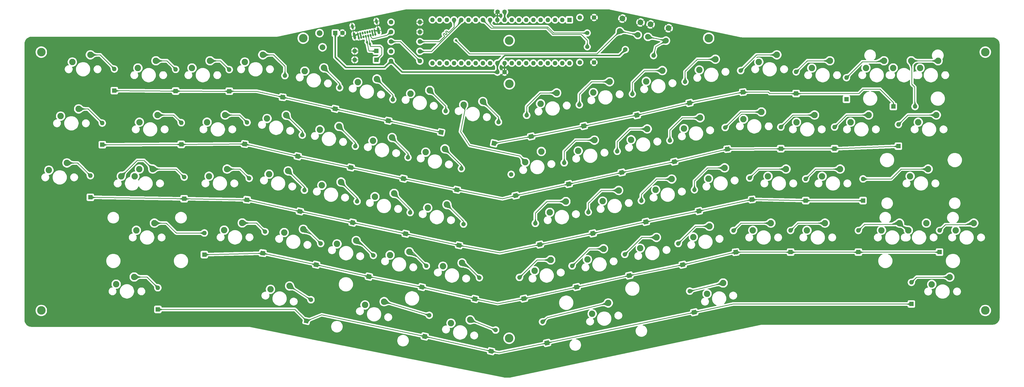
<source format=gtl>
G04 #@! TF.GenerationSoftware,KiCad,Pcbnew,5.1.6-c6e7f7d~87~ubuntu18.04.1*
G04 #@! TF.CreationDate,2020-08-05T13:03:48+02:00*
G04 #@! TF.ProjectId,sesame,73657361-6d65-42e6-9b69-6361645f7063,rev?*
G04 #@! TF.SameCoordinates,Original*
G04 #@! TF.FileFunction,Copper,L1,Top*
G04 #@! TF.FilePolarity,Positive*
%FSLAX46Y46*%
G04 Gerber Fmt 4.6, Leading zero omitted, Abs format (unit mm)*
G04 Created by KiCad (PCBNEW 5.1.6-c6e7f7d~87~ubuntu18.04.1) date 2020-08-05 13:03:48*
%MOMM*%
%LPD*%
G01*
G04 APERTURE LIST*
G04 #@! TA.AperFunction,ComponentPad*
%ADD10C,2.250000*%
G04 #@! TD*
G04 #@! TA.AperFunction,ComponentPad*
%ADD11O,1.600000X1.600000*%
G04 #@! TD*
G04 #@! TA.AperFunction,ComponentPad*
%ADD12R,1.600000X1.600000*%
G04 #@! TD*
G04 #@! TA.AperFunction,ComponentPad*
%ADD13C,3.000000*%
G04 #@! TD*
G04 #@! TA.AperFunction,ComponentPad*
%ADD14C,1.500000*%
G04 #@! TD*
G04 #@! TA.AperFunction,ComponentPad*
%ADD15C,2.000000*%
G04 #@! TD*
G04 #@! TA.AperFunction,ComponentPad*
%ADD16C,1.600000*%
G04 #@! TD*
G04 #@! TA.AperFunction,ComponentPad*
%ADD17C,0.350000*%
G04 #@! TD*
G04 #@! TA.AperFunction,ViaPad*
%ADD18C,0.800000*%
G04 #@! TD*
G04 #@! TA.AperFunction,Conductor*
%ADD19C,0.500000*%
G04 #@! TD*
G04 #@! TA.AperFunction,Conductor*
%ADD20C,0.250000*%
G04 #@! TD*
G04 #@! TA.AperFunction,Conductor*
%ADD21C,0.200000*%
G04 #@! TD*
G04 #@! TA.AperFunction,Conductor*
%ADD22C,0.025400*%
G04 #@! TD*
G04 APERTURE END LIST*
D10*
G04 #@! TO.P,MX33,2*
G04 #@! TO.N,caps*
X86360000Y-122364500D03*
G04 #@! TO.P,MX33,1*
G04 #@! TO.N,col1*
X80010000Y-124904500D03*
G04 #@! TD*
G04 #@! TO.P,MX18,2*
G04 #@! TO.N,Net-(D19-Pad2)*
X88011000Y-103314500D03*
G04 #@! TO.P,MX18,1*
G04 #@! TO.N,col1*
X81661000Y-105854500D03*
G04 #@! TD*
G04 #@! TO.P,MX69,2*
G04 #@! TO.N,col1*
X81610200Y-122377200D03*
G04 #@! TO.P,MX69,1*
G04 #@! TO.N,caps*
X75260200Y-124917200D03*
G04 #@! TD*
G04 #@! TO.P,MX59,2*
G04 #@! TO.N,rs*
X349250000Y-141414500D03*
G04 #@! TO.P,MX59,1*
G04 #@! TO.N,col13*
X342900000Y-143954500D03*
G04 #@! TD*
D11*
G04 #@! TO.P,D60,2*
G04 #@! TO.N,rs*
X334772000Y-144018000D03*
D12*
G04 #@! TO.P,D60,1*
G04 #@! TO.N,row3*
X334772000Y-151638000D03*
G04 #@! TD*
D11*
G04 #@! TO.P,U1,40*
G04 #@! TO.N,col14*
X233045000Y-85026500D03*
G04 #@! TO.P,U1,20*
G04 #@! TO.N,col2*
X184785000Y-69786500D03*
G04 #@! TO.P,U1,39*
G04 #@! TO.N,col13*
X230505000Y-85026500D03*
G04 #@! TO.P,U1,19*
G04 #@! TO.N,col1*
X187325000Y-69786500D03*
G04 #@! TO.P,U1,38*
G04 #@! TO.N,col12*
X227965000Y-85026500D03*
G04 #@! TO.P,U1,18*
G04 #@! TO.N,boot*
X189865000Y-69786500D03*
G04 #@! TO.P,U1,37*
G04 #@! TO.N,col11*
X225425000Y-85026500D03*
G04 #@! TO.P,U1,17*
G04 #@! TO.N,D-*
X192405000Y-69786500D03*
G04 #@! TO.P,U1,36*
G04 #@! TO.N,col10*
X222885000Y-85026500D03*
G04 #@! TO.P,U1,16*
G04 #@! TO.N,D+*
X194945000Y-69786500D03*
G04 #@! TO.P,U1,35*
G04 #@! TO.N,col9*
X220345000Y-85026500D03*
G04 #@! TO.P,U1,15*
G04 #@! TO.N,col0*
X197485000Y-69786500D03*
G04 #@! TO.P,U1,34*
G04 #@! TO.N,col8*
X217805000Y-85026500D03*
G04 #@! TO.P,U1,14*
G04 #@! TO.N,Net-(U1-Pad14)*
X200025000Y-69786500D03*
G04 #@! TO.P,U1,33*
G04 #@! TO.N,row4*
X215265000Y-85026500D03*
G04 #@! TO.P,U1,13*
G04 #@! TO.N,Net-(C4-Pad2)*
X202565000Y-69786500D03*
G04 #@! TO.P,U1,32*
G04 #@! TO.N,Net-(U1-Pad32)*
X212725000Y-85026500D03*
G04 #@! TO.P,U1,12*
G04 #@! TO.N,Net-(C5-Pad2)*
X205105000Y-69786500D03*
G04 #@! TO.P,U1,31*
G04 #@! TO.N,GND*
X210185000Y-85026500D03*
G04 #@! TO.P,U1,11*
X207645000Y-69786500D03*
G04 #@! TO.P,U1,30*
G04 #@! TO.N,+5V*
X207645000Y-85026500D03*
G04 #@! TO.P,U1,10*
X210185000Y-69786500D03*
G04 #@! TO.P,U1,29*
G04 #@! TO.N,row3*
X205105000Y-85026500D03*
G04 #@! TO.P,U1,9*
G04 #@! TO.N,reset*
X212725000Y-69786500D03*
G04 #@! TO.P,U1,28*
G04 #@! TO.N,row2*
X202565000Y-85026500D03*
G04 #@! TO.P,U1,8*
G04 #@! TO.N,SCK*
X215265000Y-69786500D03*
G04 #@! TO.P,U1,27*
G04 #@! TO.N,row1*
X200025000Y-85026500D03*
G04 #@! TO.P,U1,7*
G04 #@! TO.N,MISO*
X217805000Y-69786500D03*
G04 #@! TO.P,U1,26*
G04 #@! TO.N,row0*
X197485000Y-85026500D03*
G04 #@! TO.P,U1,6*
G04 #@! TO.N,MOSI*
X220345000Y-69786500D03*
G04 #@! TO.P,U1,25*
G04 #@! TO.N,col7*
X194945000Y-85026500D03*
G04 #@! TO.P,U1,5*
G04 #@! TO.N,Net-(U1-Pad5)*
X222885000Y-69786500D03*
G04 #@! TO.P,U1,24*
G04 #@! TO.N,col6*
X192405000Y-85026500D03*
G04 #@! TO.P,U1,4*
G04 #@! TO.N,Net-(U1-Pad4)*
X225425000Y-69786500D03*
G04 #@! TO.P,U1,23*
G04 #@! TO.N,col5*
X189865000Y-85026500D03*
G04 #@! TO.P,U1,3*
G04 #@! TO.N,Net-(U1-Pad3)*
X227965000Y-69786500D03*
G04 #@! TO.P,U1,22*
G04 #@! TO.N,col4*
X187325000Y-85026500D03*
G04 #@! TO.P,U1,2*
G04 #@! TO.N,Net-(U1-Pad2)*
X230505000Y-69786500D03*
G04 #@! TO.P,U1,21*
G04 #@! TO.N,col3*
X184785000Y-85026500D03*
D12*
G04 #@! TO.P,U1,1*
G04 #@! TO.N,Net-(U1-Pad1)*
X233045000Y-69786500D03*
G04 #@! TD*
D10*
G04 #@! TO.P,MX5,2*
G04 #@! TO.N,Net-(D7-Pad2)*
X146606186Y-86681606D03*
G04 #@! TO.P,MX5,1*
G04 #@! TO.N,col4*
X139866853Y-87845862D03*
G04 #@! TD*
D13*
G04 #@! TO.P,REF\u002A\u002A,1*
G04 #@! TO.N,N/C*
X211899500Y-92329000D03*
G04 #@! TD*
G04 #@! TO.P,REF\u002A\u002A,1*
G04 #@! TO.N,N/C*
X139319000Y-76263500D03*
G04 #@! TD*
G04 #@! TO.P,REF\u002A\u002A,1*
G04 #@! TO.N,N/C*
X282067000Y-76263500D03*
G04 #@! TD*
G04 #@! TO.P,REF\u002A\u002A,1*
G04 #@! TO.N,N/C*
X211836000Y-181991000D03*
G04 #@! TD*
G04 #@! TO.P,REF\u002A\u002A,1*
G04 #@! TO.N,N/C*
X379476000Y-172212000D03*
G04 #@! TD*
G04 #@! TO.P,REF\u002A\u002A,1*
G04 #@! TO.N,N/C*
X379476000Y-81153000D03*
G04 #@! TD*
G04 #@! TO.P,REF\u002A\u002A,1*
G04 #@! TO.N,N/C*
X47117000Y-81153000D03*
G04 #@! TD*
G04 #@! TO.P,REF\u002A\u002A,1*
G04 #@! TO.N,N/C*
X47117000Y-172212000D03*
G04 #@! TD*
G04 #@! TO.P,REF\u002A\u002A,1*
G04 #@! TO.N,N/C*
X211836000Y-77089000D03*
G04 #@! TD*
D14*
G04 #@! TO.P,XTAL1,2*
G04 #@! TO.N,Net-(C4-Pad2)*
X239331500Y-79302000D03*
G04 #@! TO.P,XTAL1,1*
G04 #@! TO.N,Net-(C5-Pad2)*
X239331500Y-74422000D03*
G04 #@! TD*
D10*
G04 #@! TO.P,MX24,2*
G04 #@! TO.N,Net-(D25-Pad2)*
X223170304Y-116168914D03*
G04 #@! TO.P,MX24,1*
G04 #@! TO.N,col7*
X217487162Y-119973649D03*
G04 #@! TD*
G04 #@! TO.P,MX28,2*
G04 #@! TO.N,Net-(D29-Pad2)*
X300672500Y-102235000D03*
G04 #@! TO.P,MX28,1*
G04 #@! TO.N,col11*
X294322500Y-104775000D03*
G04 #@! TD*
G04 #@! TO.P,MX66,2*
G04 #@! TO.N,Net-(D66-Pad2)*
X246728804Y-169572414D03*
G04 #@! TO.P,MX66,1*
G04 #@! TO.N,col8*
X241045662Y-173377149D03*
G04 #@! TD*
G04 #@! TO.P,MX65,2*
G04 #@! TO.N,Net-(D65-Pad2)*
X198104686Y-175518106D03*
G04 #@! TO.P,MX65,1*
G04 #@! TO.N,col6*
X191365353Y-176682362D03*
G04 #@! TD*
G04 #@! TO.P,MX64,2*
G04 #@! TO.N,Net-(D64-Pad2)*
X167815186Y-169104606D03*
G04 #@! TO.P,MX64,1*
G04 #@! TO.N,col5*
X161075853Y-170268862D03*
G04 #@! TD*
G04 #@! TO.P,MX46,2*
G04 #@! TO.N,Net-(D47-Pad2)*
X359346500Y-122364500D03*
G04 #@! TO.P,MX46,1*
G04 #@! TO.N,col14*
X352996500Y-124904500D03*
G04 #@! TD*
G04 #@! TO.P,MX61,2*
G04 #@! TO.N,col13*
X358711500Y-141414500D03*
G04 #@! TO.P,MX61,1*
G04 #@! TO.N,rs*
X352361500Y-143954500D03*
G04 #@! TD*
G04 #@! TO.P,MX47,2*
G04 #@! TO.N,Net-(D48-Pad2)*
X86931500Y-141414500D03*
G04 #@! TO.P,MX47,1*
G04 #@! TO.N,col1*
X80581500Y-143954500D03*
G04 #@! TD*
G04 #@! TO.P,MX16,2*
G04 #@! TO.N,bs*
X362839000Y-84201000D03*
G04 #@! TO.P,MX16,1*
G04 #@! TO.N,col14*
X356489000Y-86741000D03*
G04 #@! TD*
G04 #@! TO.P,MX15,2*
G04 #@! TO.N,bs*
X353377500Y-84201000D03*
G04 #@! TO.P,MX15,1*
G04 #@! TO.N,col14*
X347027500Y-86741000D03*
G04 #@! TD*
G04 #@! TO.P,MX45,2*
G04 #@! TO.N,Net-(D46-Pad2)*
X343789000Y-84201000D03*
G04 #@! TO.P,MX45,1*
G04 #@! TO.N,col13*
X337439000Y-86741000D03*
G04 #@! TD*
G04 #@! TO.P,MX68,2*
G04 #@! TO.N,Net-(D68-Pad2)*
X366966500Y-160464500D03*
G04 #@! TO.P,MX68,1*
G04 #@! TO.N,col13*
X360616500Y-163004500D03*
G04 #@! TD*
G04 #@! TO.P,MX67,2*
G04 #@! TO.N,Net-(D67-Pad2)*
X287178304Y-162523914D03*
G04 #@! TO.P,MX67,1*
G04 #@! TO.N,col10*
X281495162Y-166328649D03*
G04 #@! TD*
G04 #@! TO.P,MX63,2*
G04 #@! TO.N,Net-(D63-Pad2)*
X134541186Y-163580106D03*
G04 #@! TO.P,MX63,1*
G04 #@! TO.N,col3*
X127801853Y-164744362D03*
G04 #@! TD*
G04 #@! TO.P,MX62,2*
G04 #@! TO.N,Net-(D62-Pad2)*
X79819500Y-160401000D03*
G04 #@! TO.P,MX62,1*
G04 #@! TO.N,col1*
X73469500Y-162941000D03*
G04 #@! TD*
G04 #@! TO.P,MX60,2*
G04 #@! TO.N,Net-(D61-Pad2)*
X375412000Y-141414500D03*
G04 #@! TO.P,MX60,1*
G04 #@! TO.N,col14*
X369062000Y-143954500D03*
G04 #@! TD*
G04 #@! TO.P,MX58,2*
G04 #@! TO.N,Net-(D59-Pad2)*
X323024500Y-141414500D03*
G04 #@! TO.P,MX58,1*
G04 #@! TO.N,col12*
X316674500Y-143954500D03*
G04 #@! TD*
G04 #@! TO.P,MX57,2*
G04 #@! TO.N,Net-(D58-Pad2)*
X303974500Y-141414500D03*
G04 #@! TO.P,MX57,1*
G04 #@! TO.N,col11*
X297624500Y-143954500D03*
G04 #@! TD*
G04 #@! TO.P,MX56,2*
G04 #@! TO.N,Net-(D57-Pad2)*
X282352304Y-142521414D03*
G04 #@! TO.P,MX56,1*
G04 #@! TO.N,col10*
X276669162Y-146326149D03*
G04 #@! TD*
G04 #@! TO.P,MX55,2*
G04 #@! TO.N,Net-(D56-Pad2)*
X263683304Y-146458414D03*
G04 #@! TO.P,MX55,1*
G04 #@! TO.N,col9*
X258000162Y-150263149D03*
G04 #@! TD*
G04 #@! TO.P,MX54,2*
G04 #@! TO.N,Net-(D55-Pad2)*
X245077804Y-150458914D03*
G04 #@! TO.P,MX54,1*
G04 #@! TO.N,col8*
X239394662Y-154263649D03*
G04 #@! TD*
G04 #@! TO.P,MX53,2*
G04 #@! TO.N,Net-(D54-Pad2)*
X226472304Y-154395914D03*
G04 #@! TO.P,MX53,1*
G04 #@! TO.N,col7*
X220789162Y-158200649D03*
G04 #@! TD*
G04 #@! TO.P,MX52,2*
G04 #@! TO.N,Net-(D53-Pad2)*
X195247186Y-155452106D03*
G04 #@! TO.P,MX52,1*
G04 #@! TO.N,col6*
X188507853Y-156616362D03*
G04 #@! TD*
G04 #@! TO.P,MX51,2*
G04 #@! TO.N,Net-(D52-Pad2)*
X176641686Y-151515106D03*
G04 #@! TO.P,MX51,1*
G04 #@! TO.N,col5*
X169902353Y-152679362D03*
G04 #@! TD*
G04 #@! TO.P,MX50,2*
G04 #@! TO.N,Net-(D51-Pad2)*
X157972686Y-147578106D03*
G04 #@! TO.P,MX50,1*
G04 #@! TO.N,col4*
X151233353Y-148742362D03*
G04 #@! TD*
G04 #@! TO.P,MX49,2*
G04 #@! TO.N,Net-(D50-Pad2)*
X139367186Y-143577606D03*
G04 #@! TO.P,MX49,1*
G04 #@! TO.N,col3*
X132627853Y-144741862D03*
G04 #@! TD*
G04 #@! TO.P,MX48,2*
G04 #@! TO.N,Net-(D49-Pad2)*
X117856000Y-141351000D03*
G04 #@! TO.P,MX48,1*
G04 #@! TO.N,col2*
X111506000Y-143891000D03*
G04 #@! TD*
G04 #@! TO.P,MX44,2*
G04 #@! TO.N,Net-(D45-Pad2)*
X328358500Y-122364500D03*
G04 #@! TO.P,MX44,1*
G04 #@! TO.N,col12*
X322008500Y-124904500D03*
G04 #@! TD*
G04 #@! TO.P,MX43,2*
G04 #@! TO.N,Net-(D44-Pad2)*
X309308500Y-122364500D03*
G04 #@! TO.P,MX43,1*
G04 #@! TO.N,col11*
X302958500Y-124904500D03*
G04 #@! TD*
G04 #@! TO.P,MX42,2*
G04 #@! TO.N,Net-(D43-Pad2)*
X287686304Y-121947414D03*
G04 #@! TO.P,MX42,1*
G04 #@! TO.N,col10*
X282003162Y-125752149D03*
G04 #@! TD*
G04 #@! TO.P,MX41,2*
G04 #@! TO.N,Net-(D42-Pad2)*
X269080804Y-125884414D03*
G04 #@! TO.P,MX41,1*
G04 #@! TO.N,col9*
X263397662Y-129689149D03*
G04 #@! TD*
G04 #@! TO.P,MX40,2*
G04 #@! TO.N,Net-(D41-Pad2)*
X250411804Y-129884914D03*
G04 #@! TO.P,MX40,1*
G04 #@! TO.N,col8*
X244728662Y-133689649D03*
G04 #@! TD*
G04 #@! TO.P,MX39,2*
G04 #@! TO.N,Net-(D40-Pad2)*
X231806304Y-133821914D03*
G04 #@! TO.P,MX39,1*
G04 #@! TO.N,col7*
X226123162Y-137626649D03*
G04 #@! TD*
G04 #@! TO.P,MX38,2*
G04 #@! TO.N,Net-(D39-Pad2)*
X189913186Y-134878106D03*
G04 #@! TO.P,MX38,1*
G04 #@! TO.N,col6*
X183173853Y-136042362D03*
G04 #@! TD*
G04 #@! TO.P,MX37,2*
G04 #@! TO.N,Net-(D38-Pad2)*
X171307686Y-130941106D03*
G04 #@! TO.P,MX37,1*
G04 #@! TO.N,col5*
X164568353Y-132105362D03*
G04 #@! TD*
G04 #@! TO.P,MX36,2*
G04 #@! TO.N,Net-(D37-Pad2)*
X152638686Y-126940606D03*
G04 #@! TO.P,MX36,1*
G04 #@! TO.N,col4*
X145899353Y-128104862D03*
G04 #@! TD*
G04 #@! TO.P,MX35,2*
G04 #@! TO.N,Net-(D36-Pad2)*
X134033186Y-123003606D03*
G04 #@! TO.P,MX35,1*
G04 #@! TO.N,col3*
X127293853Y-124167862D03*
G04 #@! TD*
G04 #@! TO.P,MX34,2*
G04 #@! TO.N,Net-(D35-Pad2)*
X112522000Y-122364500D03*
G04 #@! TO.P,MX34,1*
G04 #@! TO.N,col2*
X106172000Y-124904500D03*
G04 #@! TD*
G04 #@! TO.P,MX32,2*
G04 #@! TO.N,Net-(D33-Pad2)*
X56134000Y-120205500D03*
G04 #@! TO.P,MX32,1*
G04 #@! TO.N,col0*
X49784000Y-122745500D03*
G04 #@! TD*
G04 #@! TO.P,MX31,2*
G04 #@! TO.N,Net-(D32-Pad2)*
X362204000Y-103314500D03*
G04 #@! TO.P,MX31,1*
G04 #@! TO.N,col14*
X355854000Y-105854500D03*
G04 #@! TD*
G04 #@! TO.P,MX30,2*
G04 #@! TO.N,Net-(D31-Pad2)*
X338391500Y-103314500D03*
G04 #@! TO.P,MX30,1*
G04 #@! TO.N,col13*
X332041500Y-105854500D03*
G04 #@! TD*
G04 #@! TO.P,MX29,2*
G04 #@! TO.N,Net-(D30-Pad2)*
X319341500Y-103314500D03*
G04 #@! TO.P,MX29,1*
G04 #@! TO.N,col12*
X312991500Y-105854500D03*
G04 #@! TD*
G04 #@! TO.P,MX27,2*
G04 #@! TO.N,Net-(D28-Pad2)*
X279050304Y-104294414D03*
G04 #@! TO.P,MX27,1*
G04 #@! TO.N,col10*
X273367162Y-108099149D03*
G04 #@! TD*
G04 #@! TO.P,MX26,2*
G04 #@! TO.N,Net-(D27-Pad2)*
X260444804Y-108231414D03*
G04 #@! TO.P,MX26,1*
G04 #@! TO.N,col9*
X254761662Y-112036149D03*
G04 #@! TD*
G04 #@! TO.P,MX25,2*
G04 #@! TO.N,Net-(D26-Pad2)*
X241839304Y-112168414D03*
G04 #@! TO.P,MX25,1*
G04 #@! TO.N,col8*
X236156162Y-115973149D03*
G04 #@! TD*
G04 #@! TO.P,MX23,2*
G04 #@! TO.N,Net-(D24-Pad2)*
X189214686Y-115256606D03*
G04 #@! TO.P,MX23,1*
G04 #@! TO.N,col6*
X182475353Y-116420862D03*
G04 #@! TD*
G04 #@! TO.P,MX22,2*
G04 #@! TO.N,Net-(D23-Pad2)*
X170609186Y-111256106D03*
G04 #@! TO.P,MX22,1*
G04 #@! TO.N,col5*
X163869853Y-112420362D03*
G04 #@! TD*
G04 #@! TO.P,MX21,2*
G04 #@! TO.N,Net-(D22-Pad2)*
X151940186Y-107319106D03*
G04 #@! TO.P,MX21,1*
G04 #@! TO.N,col4*
X145200853Y-108483362D03*
G04 #@! TD*
G04 #@! TO.P,MX20,2*
G04 #@! TO.N,Net-(D21-Pad2)*
X133334686Y-103382106D03*
G04 #@! TO.P,MX20,1*
G04 #@! TO.N,col3*
X126595353Y-104546362D03*
G04 #@! TD*
G04 #@! TO.P,MX19,2*
G04 #@! TO.N,Net-(D20-Pad2)*
X111823500Y-103314500D03*
G04 #@! TO.P,MX19,1*
G04 #@! TO.N,col2*
X105473500Y-105854500D03*
G04 #@! TD*
G04 #@! TO.P,MX17,2*
G04 #@! TO.N,Net-(D18-Pad2)*
X60261500Y-101155500D03*
G04 #@! TO.P,MX17,1*
G04 #@! TO.N,col0*
X53911500Y-103695500D03*
G04 #@! TD*
G04 #@! TO.P,MX14,2*
G04 #@! TO.N,Net-(D16-Pad2)*
X324739000Y-84201000D03*
G04 #@! TO.P,MX14,1*
G04 #@! TO.N,col13*
X318389000Y-86741000D03*
G04 #@! TD*
G04 #@! TO.P,MX13,2*
G04 #@! TO.N,Net-(D15-Pad2)*
X306070000Y-82105500D03*
G04 #@! TO.P,MX13,1*
G04 #@! TO.N,col12*
X299720000Y-84645500D03*
G04 #@! TD*
G04 #@! TO.P,MX12,2*
G04 #@! TO.N,Net-(D14-Pad2)*
X284447804Y-83656914D03*
G04 #@! TO.P,MX12,1*
G04 #@! TO.N,col11*
X278764662Y-87461649D03*
G04 #@! TD*
G04 #@! TO.P,MX11,2*
G04 #@! TO.N,Net-(D13-Pad2)*
X265778804Y-87657414D03*
G04 #@! TO.P,MX11,1*
G04 #@! TO.N,col10*
X260095662Y-91462149D03*
G04 #@! TD*
G04 #@! TO.P,MX10,2*
G04 #@! TO.N,Net-(D12-Pad2)*
X247173304Y-91594414D03*
G04 #@! TO.P,MX10,1*
G04 #@! TO.N,col9*
X241490162Y-95399149D03*
G04 #@! TD*
G04 #@! TO.P,MX9,2*
G04 #@! TO.N,Net-(D11-Pad2)*
X228567804Y-95531414D03*
G04 #@! TO.P,MX9,1*
G04 #@! TO.N,col8*
X222884662Y-99336149D03*
G04 #@! TD*
G04 #@! TO.P,MX8,2*
G04 #@! TO.N,Net-(D10-Pad2)*
X202549686Y-98556106D03*
G04 #@! TO.P,MX8,1*
G04 #@! TO.N,col7*
X195810353Y-99720362D03*
G04 #@! TD*
G04 #@! TO.P,MX7,2*
G04 #@! TO.N,Net-(D9-Pad2)*
X183880686Y-94619106D03*
G04 #@! TO.P,MX7,1*
G04 #@! TO.N,col6*
X177141353Y-95783362D03*
G04 #@! TD*
G04 #@! TO.P,MX6,2*
G04 #@! TO.N,Net-(D8-Pad2)*
X165275186Y-90618606D03*
G04 #@! TO.P,MX6,1*
G04 #@! TO.N,col5*
X158535853Y-91782862D03*
G04 #@! TD*
G04 #@! TO.P,MX4,2*
G04 #@! TO.N,Net-(D6-Pad2)*
X125095000Y-82105500D03*
G04 #@! TO.P,MX4,1*
G04 #@! TO.N,col3*
X118745000Y-84645500D03*
G04 #@! TD*
G04 #@! TO.P,MX3,2*
G04 #@! TO.N,Net-(D5-Pad2)*
X106521250Y-84201000D03*
G04 #@! TO.P,MX3,1*
G04 #@! TO.N,col2*
X100171250Y-86741000D03*
G04 #@! TD*
G04 #@! TO.P,MX2,2*
G04 #@! TO.N,Net-(D4-Pad2)*
X87471250Y-84201000D03*
G04 #@! TO.P,MX2,1*
G04 #@! TO.N,col1*
X81121250Y-86741000D03*
G04 #@! TD*
G04 #@! TO.P,MX1,2*
G04 #@! TO.N,Net-(D3-Pad2)*
X64389000Y-82105500D03*
G04 #@! TO.P,MX1,1*
G04 #@! TO.N,col0*
X58039000Y-84645500D03*
G04 #@! TD*
G04 #@! TO.P,USB1,A5*
G04 #@! TO.N,Net-(R4-Pad1)*
G04 #@! TA.AperFunction,ComponentPad*
G36*
G01*
X163324913Y-74995366D02*
X163397683Y-75337718D01*
G75*
G02*
X163147356Y-75723187I-317898J-67571D01*
G01*
X163147356Y-75723187D01*
G75*
G02*
X162761887Y-75472860I-67571J317898D01*
G01*
X162689117Y-75130508D01*
G75*
G02*
X162939444Y-74745039I317898J67571D01*
G01*
X162939444Y-74745039D01*
G75*
G02*
X163324913Y-74995366I67571J-317898D01*
G01*
G37*
G04 #@! TD.AperFunction*
G04 #@! TO.P,USB1,A1*
G04 #@! TO.N,GND*
G04 #@! TA.AperFunction,ComponentPad*
G36*
G01*
X164987763Y-74641916D02*
X165060533Y-74984268D01*
G75*
G02*
X164810206Y-75369737I-317898J-67571D01*
G01*
X164810206Y-75369737D01*
G75*
G02*
X164424737Y-75119410I-67571J317898D01*
G01*
X164351967Y-74777058D01*
G75*
G02*
X164602294Y-74391589I317898J67571D01*
G01*
X164602294Y-74391589D01*
G75*
G02*
X164987763Y-74641916I67571J-317898D01*
G01*
G37*
G04 #@! TD.AperFunction*
G04 #@! TO.P,USB1,A4*
G04 #@! TO.N,VCC*
G04 #@! TA.AperFunction,ComponentPad*
G36*
G01*
X164156338Y-74818641D02*
X164229108Y-75160993D01*
G75*
G02*
X163978781Y-75546462I-317898J-67571D01*
G01*
X163978781Y-75546462D01*
G75*
G02*
X163593312Y-75296135I-67571J317898D01*
G01*
X163520542Y-74953783D01*
G75*
G02*
X163770869Y-74568314I317898J67571D01*
G01*
X163770869Y-74568314D01*
G75*
G02*
X164156338Y-74818641I67571J-317898D01*
G01*
G37*
G04 #@! TD.AperFunction*
G04 #@! TO.P,USB1,A6*
G04 #@! TO.N,Net-(D2-Pad1)*
G04 #@! TA.AperFunction,ComponentPad*
G36*
G01*
X162493487Y-75172091D02*
X162566257Y-75514443D01*
G75*
G02*
X162315930Y-75899912I-317898J-67571D01*
G01*
X162315930Y-75899912D01*
G75*
G02*
X161930461Y-75649585I-67571J317898D01*
G01*
X161857691Y-75307233D01*
G75*
G02*
X162108018Y-74921764I317898J67571D01*
G01*
X162108018Y-74921764D01*
G75*
G02*
X162493487Y-75172091I67571J-317898D01*
G01*
G37*
G04 #@! TD.AperFunction*
G04 #@! TO.P,USB1,A7*
G04 #@! TO.N,Net-(D1-Pad1)*
G04 #@! TA.AperFunction,ComponentPad*
G36*
G01*
X161662062Y-75348816D02*
X161734832Y-75691168D01*
G75*
G02*
X161484505Y-76076637I-317898J-67571D01*
G01*
X161484505Y-76076637D01*
G75*
G02*
X161099036Y-75826310I-67571J317898D01*
G01*
X161026266Y-75483958D01*
G75*
G02*
X161276593Y-75098489I317898J67571D01*
G01*
X161276593Y-75098489D01*
G75*
G02*
X161662062Y-75348816I67571J-317898D01*
G01*
G37*
G04 #@! TD.AperFunction*
G04 #@! TO.P,USB1,A8*
G04 #@! TO.N,Net-(USB1-PadA8)*
G04 #@! TA.AperFunction,ComponentPad*
G36*
G01*
X160830636Y-75525541D02*
X160903406Y-75867893D01*
G75*
G02*
X160653079Y-76253362I-317898J-67571D01*
G01*
X160653079Y-76253362D01*
G75*
G02*
X160267610Y-76003035I-67571J317898D01*
G01*
X160194840Y-75660683D01*
G75*
G02*
X160445167Y-75275214I317898J67571D01*
G01*
X160445167Y-75275214D01*
G75*
G02*
X160830636Y-75525541I67571J-317898D01*
G01*
G37*
G04 #@! TD.AperFunction*
G04 #@! TO.P,USB1,A9*
G04 #@! TO.N,VCC*
G04 #@! TA.AperFunction,ComponentPad*
G36*
G01*
X159999211Y-75702266D02*
X160071981Y-76044618D01*
G75*
G02*
X159821654Y-76430087I-317898J-67571D01*
G01*
X159821654Y-76430087D01*
G75*
G02*
X159436185Y-76179760I-67571J317898D01*
G01*
X159363415Y-75837408D01*
G75*
G02*
X159613742Y-75451939I317898J67571D01*
G01*
X159613742Y-75451939D01*
G75*
G02*
X159999211Y-75702266I67571J-317898D01*
G01*
G37*
G04 #@! TD.AperFunction*
G04 #@! TO.P,USB1,A12*
G04 #@! TO.N,GND*
G04 #@! TA.AperFunction,ComponentPad*
G36*
G01*
X159167785Y-75878991D02*
X159240555Y-76221343D01*
G75*
G02*
X158990228Y-76606812I-317898J-67571D01*
G01*
X158990228Y-76606812D01*
G75*
G02*
X158604759Y-76356485I-67571J317898D01*
G01*
X158531989Y-76014133D01*
G75*
G02*
X158782316Y-75628664I317898J67571D01*
G01*
X158782316Y-75628664D01*
G75*
G02*
X159167785Y-75878991I67571J-317898D01*
G01*
G37*
G04 #@! TD.AperFunction*
G04 #@! TO.P,USB1,B12*
G04 #@! TA.AperFunction,ComponentPad*
G36*
G01*
X164712280Y-73345871D02*
X164785050Y-73688223D01*
G75*
G02*
X164534723Y-74073692I-317898J-67571D01*
G01*
X164534723Y-74073692D01*
G75*
G02*
X164149254Y-73823365I-67571J317898D01*
G01*
X164076484Y-73481013D01*
G75*
G02*
X164326811Y-73095544I317898J67571D01*
G01*
X164326811Y-73095544D01*
G75*
G02*
X164712280Y-73345871I67571J-317898D01*
G01*
G37*
G04 #@! TD.AperFunction*
G04 #@! TO.P,USB1,B9*
G04 #@! TO.N,VCC*
G04 #@! TA.AperFunction,ComponentPad*
G36*
G01*
X163875964Y-73523635D02*
X163948734Y-73865987D01*
G75*
G02*
X163698407Y-74251456I-317898J-67571D01*
G01*
X163698407Y-74251456D01*
G75*
G02*
X163312938Y-74001129I-67571J317898D01*
G01*
X163240168Y-73658777D01*
G75*
G02*
X163490495Y-73273308I317898J67571D01*
G01*
X163490495Y-73273308D01*
G75*
G02*
X163875964Y-73523635I67571J-317898D01*
G01*
G37*
G04 #@! TD.AperFunction*
G04 #@! TO.P,USB1,B8*
G04 #@! TO.N,Net-(USB1-PadB8)*
G04 #@! TA.AperFunction,ComponentPad*
G36*
G01*
X163044539Y-73700360D02*
X163117309Y-74042712D01*
G75*
G02*
X162866982Y-74428181I-317898J-67571D01*
G01*
X162866982Y-74428181D01*
G75*
G02*
X162481513Y-74177854I-67571J317898D01*
G01*
X162408743Y-73835502D01*
G75*
G02*
X162659070Y-73450033I317898J67571D01*
G01*
X162659070Y-73450033D01*
G75*
G02*
X163044539Y-73700360I67571J-317898D01*
G01*
G37*
G04 #@! TD.AperFunction*
G04 #@! TO.P,USB1,B7*
G04 #@! TO.N,Net-(D1-Pad1)*
G04 #@! TA.AperFunction,ComponentPad*
G36*
G01*
X162213113Y-73877085D02*
X162285883Y-74219437D01*
G75*
G02*
X162035556Y-74604906I-317898J-67571D01*
G01*
X162035556Y-74604906D01*
G75*
G02*
X161650087Y-74354579I-67571J317898D01*
G01*
X161577317Y-74012227D01*
G75*
G02*
X161827644Y-73626758I317898J67571D01*
G01*
X161827644Y-73626758D01*
G75*
G02*
X162213113Y-73877085I67571J-317898D01*
G01*
G37*
G04 #@! TD.AperFunction*
G04 #@! TO.P,USB1,B6*
G04 #@! TO.N,Net-(D2-Pad1)*
G04 #@! TA.AperFunction,ComponentPad*
G36*
G01*
X161381688Y-74053810D02*
X161454458Y-74396162D01*
G75*
G02*
X161204131Y-74781631I-317898J-67571D01*
G01*
X161204131Y-74781631D01*
G75*
G02*
X160818662Y-74531304I-67571J317898D01*
G01*
X160745892Y-74188952D01*
G75*
G02*
X160996219Y-73803483I317898J67571D01*
G01*
X160996219Y-73803483D01*
G75*
G02*
X161381688Y-74053810I67571J-317898D01*
G01*
G37*
G04 #@! TD.AperFunction*
G04 #@! TO.P,USB1,B5*
G04 #@! TO.N,Net-(R5-Pad1)*
G04 #@! TA.AperFunction,ComponentPad*
G36*
G01*
X160550262Y-74230535D02*
X160623032Y-74572887D01*
G75*
G02*
X160372705Y-74958356I-317898J-67571D01*
G01*
X160372705Y-74958356D01*
G75*
G02*
X159987236Y-74708029I-67571J317898D01*
G01*
X159914466Y-74365677D01*
G75*
G02*
X160164793Y-73980208I317898J67571D01*
G01*
X160164793Y-73980208D01*
G75*
G02*
X160550262Y-74230535I67571J-317898D01*
G01*
G37*
G04 #@! TD.AperFunction*
G04 #@! TO.P,USB1,B4*
G04 #@! TO.N,VCC*
G04 #@! TA.AperFunction,ComponentPad*
G36*
G01*
X159718837Y-74407260D02*
X159791607Y-74749612D01*
G75*
G02*
X159541280Y-75135081I-317898J-67571D01*
G01*
X159541280Y-75135081D01*
G75*
G02*
X159155811Y-74884754I-67571J317898D01*
G01*
X159083041Y-74542402D01*
G75*
G02*
X159333368Y-74156933I317898J67571D01*
G01*
X159333368Y-74156933D01*
G75*
G02*
X159718837Y-74407260I67571J-317898D01*
G01*
G37*
G04 #@! TD.AperFunction*
G04 #@! TO.P,USB1,B1*
G04 #@! TO.N,GND*
G04 #@! TA.AperFunction,ComponentPad*
G36*
G01*
X158887411Y-74583985D02*
X158960181Y-74926337D01*
G75*
G02*
X158709854Y-75311806I-317898J-67571D01*
G01*
X158709854Y-75311806D01*
G75*
G02*
X158324385Y-75061479I-67571J317898D01*
G01*
X158251615Y-74719127D01*
G75*
G02*
X158501942Y-74333658I317898J67571D01*
G01*
X158501942Y-74333658D01*
G75*
G02*
X158887411Y-74583985I67571J-317898D01*
G01*
G37*
G04 #@! TD.AperFunction*
G04 #@! TO.P,USB1,S1*
G04 #@! TA.AperFunction,ComponentPad*
G36*
G01*
X166107229Y-72814227D02*
X166419096Y-74281449D01*
G75*
G02*
X166072490Y-74815175I-440166J-93560D01*
G01*
X166072490Y-74815175D01*
G75*
G02*
X165538764Y-74468569I-93560J440166D01*
G01*
X165226896Y-73001347D01*
G75*
G02*
X165573502Y-72467621I440166J93560D01*
G01*
X165573502Y-72467621D01*
G75*
G02*
X166107228Y-72814227I93560J-440166D01*
G01*
G37*
G04 #@! TD.AperFunction*
G04 #@! TA.AperFunction,ComponentPad*
G36*
G01*
X157646252Y-74612663D02*
X157958119Y-76079885D01*
G75*
G02*
X157611513Y-76613611I-440166J-93560D01*
G01*
X157611513Y-76613611D01*
G75*
G02*
X157077787Y-76267005I-93560J440166D01*
G01*
X156765919Y-74799783D01*
G75*
G02*
X157112525Y-74266057I440166J93560D01*
G01*
X157112525Y-74266057D01*
G75*
G02*
X157646251Y-74612663I93560J-440166D01*
G01*
G37*
G04 #@! TD.AperFunction*
G04 #@! TA.AperFunction,ComponentPad*
G36*
G01*
X165477257Y-69850440D02*
X165643586Y-70632958D01*
G75*
G02*
X165296980Y-71166684I-440166J-93560D01*
G01*
X165296980Y-71166684D01*
G75*
G02*
X164763254Y-70820078I-93560J440166D01*
G01*
X164596924Y-70037560D01*
G75*
G02*
X164943530Y-69503834I440166J93560D01*
G01*
X164943530Y-69503834D01*
G75*
G02*
X165477256Y-69850440I93560J-440166D01*
G01*
G37*
G04 #@! TD.AperFunction*
G04 #@! TA.AperFunction,ComponentPad*
G36*
G01*
X157016280Y-71648876D02*
X157182609Y-72431394D01*
G75*
G02*
X156836003Y-72965120I-440166J-93560D01*
G01*
X156836003Y-72965120D01*
G75*
G02*
X156302277Y-72618514I-93560J440166D01*
G01*
X156135947Y-71835996D01*
G75*
G02*
X156482553Y-71302270I440166J93560D01*
G01*
X156482553Y-71302270D01*
G75*
G02*
X157016279Y-71648876I93560J-440166D01*
G01*
G37*
G04 #@! TD.AperFunction*
G04 #@! TD*
D15*
G04 #@! TO.P,Reset1,1*
G04 #@! TO.N,GND*
X267977959Y-72725426D03*
G04 #@! TO.P,Reset1,2*
G04 #@! TO.N,reset*
X267042357Y-77127090D03*
G04 #@! TO.P,Reset1,1*
G04 #@! TO.N,GND*
X261620000Y-71374000D03*
G04 #@! TO.P,Reset1,2*
G04 #@! TO.N,reset*
X260684397Y-75775664D03*
G04 #@! TD*
G04 #@! TO.P,R6,2*
G04 #@! TO.N,reset*
G04 #@! TA.AperFunction,ComponentPad*
G36*
G01*
X261885462Y-82210054D02*
X261885462Y-82210054D01*
G75*
G02*
X262834309Y-81593865I782518J-166329D01*
G01*
X262834309Y-81593865D01*
G75*
G02*
X263450498Y-82542712I-166329J-782518D01*
G01*
X263450498Y-82542712D01*
G75*
G02*
X262501651Y-83158901I-782518J166329D01*
G01*
X262501651Y-83158901D01*
G75*
G02*
X261885462Y-82210054I166329J782518D01*
G01*
G37*
G04 #@! TD.AperFunction*
D16*
G04 #@! TO.P,R6,1*
G04 #@! TO.N,+5V*
X252730000Y-80264000D03*
G04 #@! TD*
D11*
G04 #@! TO.P,R5,2*
G04 #@! TO.N,GND*
X180403500Y-70612000D03*
D16*
G04 #@! TO.P,R5,1*
G04 #@! TO.N,Net-(R5-Pad1)*
X170243500Y-70612000D03*
G04 #@! TD*
D11*
G04 #@! TO.P,R4,2*
G04 #@! TO.N,GND*
X180403500Y-74041000D03*
D16*
G04 #@! TO.P,R4,1*
G04 #@! TO.N,Net-(R4-Pad1)*
X170243500Y-74041000D03*
G04 #@! TD*
D11*
G04 #@! TO.P,R3,2*
G04 #@! TO.N,D+*
X180403500Y-80899000D03*
D16*
G04 #@! TO.P,R3,1*
G04 #@! TO.N,Net-(D2-Pad1)*
X170243500Y-80899000D03*
G04 #@! TD*
D11*
G04 #@! TO.P,R2,2*
G04 #@! TO.N,D-*
X180403500Y-77470000D03*
D16*
G04 #@! TO.P,R2,1*
G04 #@! TO.N,Net-(D1-Pad1)*
X170243500Y-77470000D03*
G04 #@! TD*
D11*
G04 #@! TO.P,R1,2*
G04 #@! TO.N,Net-(D1-Pad1)*
X180403500Y-84328000D03*
D16*
G04 #@! TO.P,R1,1*
G04 #@! TO.N,+5V*
X170243500Y-84328000D03*
G04 #@! TD*
D15*
G04 #@! TO.P,F1,2*
G04 #@! TO.N,VCC*
X145067090Y-74467431D03*
G04 #@! TO.P,F1,1*
G04 #@! TO.N,+5V*
X146113500Y-79438500D03*
G04 #@! TD*
D11*
G04 #@! TO.P,D68,2*
G04 #@! TO.N,Net-(D68-Pad2)*
X353441000Y-162306000D03*
D12*
G04 #@! TO.P,D68,1*
G04 #@! TO.N,row4*
X353441000Y-169926000D03*
G04 #@! TD*
G04 #@! TO.P,D67,2*
G04 #@! TO.N,Net-(D67-Pad2)*
G04 #@! TA.AperFunction,ComponentPad*
G36*
G01*
X275569042Y-166176033D02*
X275569042Y-166176033D01*
G75*
G02*
X274620195Y-165559844I-166329J782518D01*
G01*
X274620195Y-165559844D01*
G75*
G02*
X275236384Y-164610997I782518J166329D01*
G01*
X275236384Y-164610997D01*
G75*
G02*
X276185231Y-165227186I166329J-782518D01*
G01*
X276185231Y-165227186D01*
G75*
G02*
X275569042Y-166176033I-782518J-166329D01*
G01*
G37*
G04 #@! TD.AperFunction*
G04 #@! TA.AperFunction,ComponentPad*
D17*
G04 #@! TO.P,D67,1*
G04 #@! TO.N,row4*
G36*
X277935847Y-173463189D02*
G01*
X276370811Y-173795847D01*
X276038153Y-172230811D01*
X277603189Y-171898153D01*
X277935847Y-173463189D01*
G37*
G04 #@! TD.AperFunction*
G04 #@! TD*
G04 #@! TO.P,D66,2*
G04 #@! TO.N,Net-(D66-Pad2)*
G04 #@! TA.AperFunction,ComponentPad*
G36*
G01*
X223753042Y-176971033D02*
X223753042Y-176971033D01*
G75*
G02*
X222804195Y-176354844I-166329J782518D01*
G01*
X222804195Y-176354844D01*
G75*
G02*
X223420384Y-175405997I782518J166329D01*
G01*
X223420384Y-175405997D01*
G75*
G02*
X224369231Y-176022186I166329J-782518D01*
G01*
X224369231Y-176022186D01*
G75*
G02*
X223753042Y-176971033I-782518J-166329D01*
G01*
G37*
G04 #@! TD.AperFunction*
G04 #@! TA.AperFunction,ComponentPad*
G04 #@! TO.P,D66,1*
G04 #@! TO.N,row4*
G36*
X226119847Y-184258189D02*
G01*
X224554811Y-184590847D01*
X224222153Y-183025811D01*
X225787189Y-182693153D01*
X226119847Y-184258189D01*
G37*
G04 #@! TD.AperFunction*
G04 #@! TD*
G04 #@! TO.P,D65,2*
G04 #@! TO.N,Net-(D65-Pad2)*
G04 #@! TA.AperFunction,ComponentPad*
G36*
G01*
X206903958Y-179892033D02*
X206903958Y-179892033D01*
G75*
G02*
X206287769Y-178943186I166329J782518D01*
G01*
X206287769Y-178943186D01*
G75*
G02*
X207236616Y-178326997I782518J-166329D01*
G01*
X207236616Y-178326997D01*
G75*
G02*
X207852805Y-179275844I-166329J-782518D01*
G01*
X207852805Y-179275844D01*
G75*
G02*
X206903958Y-179892033I-782518J166329D01*
G01*
G37*
G04 #@! TD.AperFunction*
G04 #@! TA.AperFunction,ComponentPad*
G04 #@! TO.P,D65,1*
G04 #@! TO.N,row4*
G36*
X206102189Y-187511847D02*
G01*
X204537153Y-187179189D01*
X204869811Y-185614153D01*
X206434847Y-185946811D01*
X206102189Y-187511847D01*
G37*
G04 #@! TD.AperFunction*
G04 #@! TD*
G04 #@! TO.P,D64,2*
G04 #@! TO.N,Net-(D64-Pad2)*
G04 #@! TA.AperFunction,ComponentPad*
G36*
G01*
X183535958Y-174685033D02*
X183535958Y-174685033D01*
G75*
G02*
X182919769Y-173736186I166329J782518D01*
G01*
X182919769Y-173736186D01*
G75*
G02*
X183868616Y-173119997I782518J-166329D01*
G01*
X183868616Y-173119997D01*
G75*
G02*
X184484805Y-174068844I-166329J-782518D01*
G01*
X184484805Y-174068844D01*
G75*
G02*
X183535958Y-174685033I-782518J166329D01*
G01*
G37*
G04 #@! TD.AperFunction*
G04 #@! TA.AperFunction,ComponentPad*
G04 #@! TO.P,D64,1*
G04 #@! TO.N,row4*
G36*
X182734189Y-182304847D02*
G01*
X181169153Y-181972189D01*
X181501811Y-180407153D01*
X183066847Y-180739811D01*
X182734189Y-182304847D01*
G37*
G04 #@! TD.AperFunction*
G04 #@! TD*
G04 #@! TO.P,D63,2*
G04 #@! TO.N,Net-(D63-Pad2)*
G04 #@! TA.AperFunction,ComponentPad*
G36*
G01*
X141879958Y-169224033D02*
X141879958Y-169224033D01*
G75*
G02*
X141263769Y-168275186I166329J782518D01*
G01*
X141263769Y-168275186D01*
G75*
G02*
X142212616Y-167658997I782518J-166329D01*
G01*
X142212616Y-167658997D01*
G75*
G02*
X142828805Y-168607844I-166329J-782518D01*
G01*
X142828805Y-168607844D01*
G75*
G02*
X141879958Y-169224033I-782518J166329D01*
G01*
G37*
G04 #@! TD.AperFunction*
G04 #@! TA.AperFunction,ComponentPad*
G04 #@! TO.P,D63,1*
G04 #@! TO.N,row4*
G36*
X141078189Y-176843847D02*
G01*
X139513153Y-176511189D01*
X139845811Y-174946153D01*
X141410847Y-175278811D01*
X141078189Y-176843847D01*
G37*
G04 #@! TD.AperFunction*
G04 #@! TD*
D11*
G04 #@! TO.P,D62,2*
G04 #@! TO.N,Net-(D62-Pad2)*
X88138000Y-164211000D03*
D12*
G04 #@! TO.P,D62,1*
G04 #@! TO.N,row4*
X88138000Y-171831000D03*
G04 #@! TD*
D11*
G04 #@! TO.P,D61,2*
G04 #@! TO.N,Net-(D61-Pad2)*
X363347000Y-144018000D03*
D12*
G04 #@! TO.P,D61,1*
G04 #@! TO.N,row3*
X363347000Y-151638000D03*
G04 #@! TD*
D11*
G04 #@! TO.P,D59,2*
G04 #@! TO.N,Net-(D59-Pad2)*
X310896000Y-144018000D03*
D12*
G04 #@! TO.P,D59,1*
G04 #@! TO.N,row3*
X310896000Y-151638000D03*
G04 #@! TD*
G04 #@! TO.P,D58,2*
G04 #@! TO.N,Net-(D58-Pad2)*
G04 #@! TA.AperFunction,ComponentPad*
G36*
G01*
X290879116Y-144855361D02*
X290879116Y-144855361D01*
G75*
G02*
X289999875Y-144143366I-83623J795618D01*
G01*
X289999875Y-144143366D01*
G75*
G02*
X290711870Y-143264125I795618J83623D01*
G01*
X290711870Y-143264125D01*
G75*
G02*
X291591111Y-143976120I83623J-795618D01*
G01*
X291591111Y-143976120D01*
G75*
G02*
X290879116Y-144855361I-795618J-83623D01*
G01*
G37*
G04 #@! TD.AperFunction*
G04 #@! TA.AperFunction,ComponentPad*
D17*
G04 #@! TO.P,D58,1*
G04 #@! TO.N,row3*
G36*
X292471240Y-152349995D02*
G01*
X290880005Y-152517240D01*
X290712760Y-150926005D01*
X292303995Y-150758760D01*
X292471240Y-152349995D01*
G37*
G04 #@! TD.AperFunction*
G04 #@! TD*
G04 #@! TO.P,D57,2*
G04 #@! TO.N,Net-(D57-Pad2)*
G04 #@! TA.AperFunction,ComponentPad*
G36*
G01*
X271505042Y-149412033D02*
X271505042Y-149412033D01*
G75*
G02*
X270556195Y-148795844I-166329J782518D01*
G01*
X270556195Y-148795844D01*
G75*
G02*
X271172384Y-147846997I782518J166329D01*
G01*
X271172384Y-147846997D01*
G75*
G02*
X272121231Y-148463186I166329J-782518D01*
G01*
X272121231Y-148463186D01*
G75*
G02*
X271505042Y-149412033I-782518J-166329D01*
G01*
G37*
G04 #@! TD.AperFunction*
G04 #@! TA.AperFunction,ComponentPad*
G04 #@! TO.P,D57,1*
G04 #@! TO.N,row3*
G36*
X273871847Y-156699189D02*
G01*
X272306811Y-157031847D01*
X271974153Y-155466811D01*
X273539189Y-155134153D01*
X273871847Y-156699189D01*
G37*
G04 #@! TD.AperFunction*
G04 #@! TD*
G04 #@! TO.P,D56,2*
G04 #@! TO.N,Net-(D56-Pad2)*
G04 #@! TA.AperFunction,ComponentPad*
G36*
G01*
X252709042Y-153222033D02*
X252709042Y-153222033D01*
G75*
G02*
X251760195Y-152605844I-166329J782518D01*
G01*
X251760195Y-152605844D01*
G75*
G02*
X252376384Y-151656997I782518J166329D01*
G01*
X252376384Y-151656997D01*
G75*
G02*
X253325231Y-152273186I166329J-782518D01*
G01*
X253325231Y-152273186D01*
G75*
G02*
X252709042Y-153222033I-782518J-166329D01*
G01*
G37*
G04 #@! TD.AperFunction*
G04 #@! TA.AperFunction,ComponentPad*
G04 #@! TO.P,D56,1*
G04 #@! TO.N,row3*
G36*
X255075847Y-160509189D02*
G01*
X253510811Y-160841847D01*
X253178153Y-159276811D01*
X254743189Y-158944153D01*
X255075847Y-160509189D01*
G37*
G04 #@! TD.AperFunction*
G04 #@! TD*
G04 #@! TO.P,D55,2*
G04 #@! TO.N,Net-(D55-Pad2)*
G04 #@! TA.AperFunction,ComponentPad*
G36*
G01*
X234167042Y-157286033D02*
X234167042Y-157286033D01*
G75*
G02*
X233218195Y-156669844I-166329J782518D01*
G01*
X233218195Y-156669844D01*
G75*
G02*
X233834384Y-155720997I782518J166329D01*
G01*
X233834384Y-155720997D01*
G75*
G02*
X234783231Y-156337186I166329J-782518D01*
G01*
X234783231Y-156337186D01*
G75*
G02*
X234167042Y-157286033I-782518J-166329D01*
G01*
G37*
G04 #@! TD.AperFunction*
G04 #@! TA.AperFunction,ComponentPad*
G04 #@! TO.P,D55,1*
G04 #@! TO.N,row3*
G36*
X236533847Y-164573189D02*
G01*
X234968811Y-164905847D01*
X234636153Y-163340811D01*
X236201189Y-163008153D01*
X236533847Y-164573189D01*
G37*
G04 #@! TD.AperFunction*
G04 #@! TD*
G04 #@! TO.P,D54,2*
G04 #@! TO.N,Net-(D54-Pad2)*
G04 #@! TA.AperFunction,ComponentPad*
G36*
G01*
X215625042Y-161350033D02*
X215625042Y-161350033D01*
G75*
G02*
X214676195Y-160733844I-166329J782518D01*
G01*
X214676195Y-160733844D01*
G75*
G02*
X215292384Y-159784997I782518J166329D01*
G01*
X215292384Y-159784997D01*
G75*
G02*
X216241231Y-160401186I166329J-782518D01*
G01*
X216241231Y-160401186D01*
G75*
G02*
X215625042Y-161350033I-782518J-166329D01*
G01*
G37*
G04 #@! TD.AperFunction*
G04 #@! TA.AperFunction,ComponentPad*
G04 #@! TO.P,D54,1*
G04 #@! TO.N,row3*
G36*
X217991847Y-168637189D02*
G01*
X216426811Y-168969847D01*
X216094153Y-167404811D01*
X217659189Y-167072153D01*
X217991847Y-168637189D01*
G37*
G04 #@! TD.AperFunction*
G04 #@! TD*
G04 #@! TO.P,D53,2*
G04 #@! TO.N,Net-(D53-Pad2)*
G04 #@! TA.AperFunction,ComponentPad*
G36*
G01*
X201188958Y-161477033D02*
X201188958Y-161477033D01*
G75*
G02*
X200572769Y-160528186I166329J782518D01*
G01*
X200572769Y-160528186D01*
G75*
G02*
X201521616Y-159911997I782518J-166329D01*
G01*
X201521616Y-159911997D01*
G75*
G02*
X202137805Y-160860844I-166329J-782518D01*
G01*
X202137805Y-160860844D01*
G75*
G02*
X201188958Y-161477033I-782518J166329D01*
G01*
G37*
G04 #@! TD.AperFunction*
G04 #@! TA.AperFunction,ComponentPad*
G04 #@! TO.P,D53,1*
G04 #@! TO.N,row3*
G36*
X200387189Y-169096847D02*
G01*
X198822153Y-168764189D01*
X199154811Y-167199153D01*
X200719847Y-167531811D01*
X200387189Y-169096847D01*
G37*
G04 #@! TD.AperFunction*
G04 #@! TD*
G04 #@! TO.P,D52,2*
G04 #@! TO.N,Net-(D52-Pad2)*
G04 #@! TA.AperFunction,ComponentPad*
G36*
G01*
X182519958Y-157286033D02*
X182519958Y-157286033D01*
G75*
G02*
X181903769Y-156337186I166329J782518D01*
G01*
X181903769Y-156337186D01*
G75*
G02*
X182852616Y-155720997I782518J-166329D01*
G01*
X182852616Y-155720997D01*
G75*
G02*
X183468805Y-156669844I-166329J-782518D01*
G01*
X183468805Y-156669844D01*
G75*
G02*
X182519958Y-157286033I-782518J166329D01*
G01*
G37*
G04 #@! TD.AperFunction*
G04 #@! TA.AperFunction,ComponentPad*
G04 #@! TO.P,D52,1*
G04 #@! TO.N,row3*
G36*
X181718189Y-164905847D02*
G01*
X180153153Y-164573189D01*
X180485811Y-163008153D01*
X182050847Y-163340811D01*
X181718189Y-164905847D01*
G37*
G04 #@! TD.AperFunction*
G04 #@! TD*
G04 #@! TO.P,D51,2*
G04 #@! TO.N,Net-(D51-Pad2)*
G04 #@! TA.AperFunction,ComponentPad*
G36*
G01*
X163850958Y-153603033D02*
X163850958Y-153603033D01*
G75*
G02*
X163234769Y-152654186I166329J782518D01*
G01*
X163234769Y-152654186D01*
G75*
G02*
X164183616Y-152037997I782518J-166329D01*
G01*
X164183616Y-152037997D01*
G75*
G02*
X164799805Y-152986844I-166329J-782518D01*
G01*
X164799805Y-152986844D01*
G75*
G02*
X163850958Y-153603033I-782518J166329D01*
G01*
G37*
G04 #@! TD.AperFunction*
G04 #@! TA.AperFunction,ComponentPad*
G04 #@! TO.P,D51,1*
G04 #@! TO.N,row3*
G36*
X163049189Y-161222847D02*
G01*
X161484153Y-160890189D01*
X161816811Y-159325153D01*
X163381847Y-159657811D01*
X163049189Y-161222847D01*
G37*
G04 #@! TD.AperFunction*
G04 #@! TD*
G04 #@! TO.P,D50,2*
G04 #@! TO.N,Net-(D50-Pad2)*
G04 #@! TA.AperFunction,ComponentPad*
G36*
G01*
X145308958Y-149412033D02*
X145308958Y-149412033D01*
G75*
G02*
X144692769Y-148463186I166329J782518D01*
G01*
X144692769Y-148463186D01*
G75*
G02*
X145641616Y-147846997I782518J-166329D01*
G01*
X145641616Y-147846997D01*
G75*
G02*
X146257805Y-148795844I-166329J-782518D01*
G01*
X146257805Y-148795844D01*
G75*
G02*
X145308958Y-149412033I-782518J166329D01*
G01*
G37*
G04 #@! TD.AperFunction*
G04 #@! TA.AperFunction,ComponentPad*
G04 #@! TO.P,D50,1*
G04 #@! TO.N,row3*
G36*
X144507189Y-157031847D02*
G01*
X142942153Y-156699189D01*
X143274811Y-155134153D01*
X144839847Y-155466811D01*
X144507189Y-157031847D01*
G37*
G04 #@! TD.AperFunction*
G04 #@! TD*
G04 #@! TO.P,D49,2*
G04 #@! TO.N,Net-(D49-Pad2)*
G04 #@! TA.AperFunction,ComponentPad*
G36*
G01*
X125807884Y-145236361D02*
X125807884Y-145236361D01*
G75*
G02*
X125095889Y-144357120I83623J795618D01*
G01*
X125095889Y-144357120D01*
G75*
G02*
X125975130Y-143645125I795618J-83623D01*
G01*
X125975130Y-143645125D01*
G75*
G02*
X126687125Y-144524366I-83623J-795618D01*
G01*
X126687125Y-144524366D01*
G75*
G02*
X125807884Y-145236361I-795618J83623D01*
G01*
G37*
G04 #@! TD.AperFunction*
G04 #@! TA.AperFunction,ComponentPad*
G04 #@! TO.P,D49,1*
G04 #@! TO.N,row3*
G36*
X125806995Y-152898240D02*
G01*
X124215760Y-152730995D01*
X124383005Y-151139760D01*
X125974240Y-151307005D01*
X125806995Y-152898240D01*
G37*
G04 #@! TD.AperFunction*
G04 #@! TD*
D11*
G04 #@! TO.P,D48,2*
G04 #@! TO.N,Net-(D48-Pad2)*
X104521000Y-144907000D03*
D12*
G04 #@! TO.P,D48,1*
G04 #@! TO.N,row3*
X104521000Y-152527000D03*
G04 #@! TD*
D11*
G04 #@! TO.P,D47,2*
G04 #@! TO.N,Net-(D47-Pad2)*
X336423000Y-125857000D03*
D12*
G04 #@! TO.P,D47,1*
G04 #@! TO.N,row2*
X336423000Y-133477000D03*
G04 #@! TD*
D11*
G04 #@! TO.P,D45,2*
G04 #@! TO.N,Net-(D45-Pad2)*
X316230000Y-125857000D03*
D12*
G04 #@! TO.P,D45,1*
G04 #@! TO.N,row2*
X316230000Y-133477000D03*
G04 #@! TD*
G04 #@! TO.P,D44,2*
G04 #@! TO.N,Net-(D44-Pad2)*
G04 #@! TA.AperFunction,ComponentPad*
G36*
G01*
X296594116Y-126313361D02*
X296594116Y-126313361D01*
G75*
G02*
X295714875Y-125601366I-83623J795618D01*
G01*
X295714875Y-125601366D01*
G75*
G02*
X296426870Y-124722125I795618J83623D01*
G01*
X296426870Y-124722125D01*
G75*
G02*
X297306111Y-125434120I83623J-795618D01*
G01*
X297306111Y-125434120D01*
G75*
G02*
X296594116Y-126313361I-795618J-83623D01*
G01*
G37*
G04 #@! TD.AperFunction*
G04 #@! TA.AperFunction,ComponentPad*
D17*
G04 #@! TO.P,D44,1*
G04 #@! TO.N,row2*
G36*
X298186240Y-133807995D02*
G01*
X296595005Y-133975240D01*
X296427760Y-132384005D01*
X298018995Y-132216760D01*
X298186240Y-133807995D01*
G37*
G04 #@! TD.AperFunction*
G04 #@! TD*
G04 #@! TO.P,D43,2*
G04 #@! TO.N,Net-(D43-Pad2)*
G04 #@! TA.AperFunction,ComponentPad*
G36*
G01*
X277220042Y-130489033D02*
X277220042Y-130489033D01*
G75*
G02*
X276271195Y-129872844I-166329J782518D01*
G01*
X276271195Y-129872844D01*
G75*
G02*
X276887384Y-128923997I782518J166329D01*
G01*
X276887384Y-128923997D01*
G75*
G02*
X277836231Y-129540186I166329J-782518D01*
G01*
X277836231Y-129540186D01*
G75*
G02*
X277220042Y-130489033I-782518J-166329D01*
G01*
G37*
G04 #@! TD.AperFunction*
G04 #@! TA.AperFunction,ComponentPad*
G04 #@! TO.P,D43,1*
G04 #@! TO.N,row2*
G36*
X279586847Y-137776189D02*
G01*
X278021811Y-138108847D01*
X277689153Y-136543811D01*
X279254189Y-136211153D01*
X279586847Y-137776189D01*
G37*
G04 #@! TD.AperFunction*
G04 #@! TD*
G04 #@! TO.P,D42,2*
G04 #@! TO.N,Net-(D42-Pad2)*
G04 #@! TA.AperFunction,ComponentPad*
G36*
G01*
X258551042Y-134299033D02*
X258551042Y-134299033D01*
G75*
G02*
X257602195Y-133682844I-166329J782518D01*
G01*
X257602195Y-133682844D01*
G75*
G02*
X258218384Y-132733997I782518J166329D01*
G01*
X258218384Y-132733997D01*
G75*
G02*
X259167231Y-133350186I166329J-782518D01*
G01*
X259167231Y-133350186D01*
G75*
G02*
X258551042Y-134299033I-782518J-166329D01*
G01*
G37*
G04 #@! TD.AperFunction*
G04 #@! TA.AperFunction,ComponentPad*
G04 #@! TO.P,D42,1*
G04 #@! TO.N,row2*
G36*
X260917847Y-141586189D02*
G01*
X259352811Y-141918847D01*
X259020153Y-140353811D01*
X260585189Y-140021153D01*
X260917847Y-141586189D01*
G37*
G04 #@! TD.AperFunction*
G04 #@! TD*
G04 #@! TO.P,D41,2*
G04 #@! TO.N,Net-(D41-Pad2)*
G04 #@! TA.AperFunction,ComponentPad*
G36*
G01*
X239882042Y-138363033D02*
X239882042Y-138363033D01*
G75*
G02*
X238933195Y-137746844I-166329J782518D01*
G01*
X238933195Y-137746844D01*
G75*
G02*
X239549384Y-136797997I782518J166329D01*
G01*
X239549384Y-136797997D01*
G75*
G02*
X240498231Y-137414186I166329J-782518D01*
G01*
X240498231Y-137414186D01*
G75*
G02*
X239882042Y-138363033I-782518J-166329D01*
G01*
G37*
G04 #@! TD.AperFunction*
G04 #@! TA.AperFunction,ComponentPad*
G04 #@! TO.P,D41,1*
G04 #@! TO.N,row2*
G36*
X242248847Y-145650189D02*
G01*
X240683811Y-145982847D01*
X240351153Y-144417811D01*
X241916189Y-144085153D01*
X242248847Y-145650189D01*
G37*
G04 #@! TD.AperFunction*
G04 #@! TD*
G04 #@! TO.P,D40,2*
G04 #@! TO.N,Net-(D40-Pad2)*
G04 #@! TA.AperFunction,ComponentPad*
G36*
G01*
X221213042Y-142300033D02*
X221213042Y-142300033D01*
G75*
G02*
X220264195Y-141683844I-166329J782518D01*
G01*
X220264195Y-141683844D01*
G75*
G02*
X220880384Y-140734997I782518J166329D01*
G01*
X220880384Y-140734997D01*
G75*
G02*
X221829231Y-141351186I166329J-782518D01*
G01*
X221829231Y-141351186D01*
G75*
G02*
X221213042Y-142300033I-782518J-166329D01*
G01*
G37*
G04 #@! TD.AperFunction*
G04 #@! TA.AperFunction,ComponentPad*
G04 #@! TO.P,D40,1*
G04 #@! TO.N,row2*
G36*
X223579847Y-149587189D02*
G01*
X222014811Y-149919847D01*
X221682153Y-148354811D01*
X223247189Y-148022153D01*
X223579847Y-149587189D01*
G37*
G04 #@! TD.AperFunction*
G04 #@! TD*
G04 #@! TO.P,D39,2*
G04 #@! TO.N,Net-(D39-Pad2)*
G04 #@! TA.AperFunction,ComponentPad*
G36*
G01*
X195600958Y-142554033D02*
X195600958Y-142554033D01*
G75*
G02*
X194984769Y-141605186I166329J782518D01*
G01*
X194984769Y-141605186D01*
G75*
G02*
X195933616Y-140988997I782518J-166329D01*
G01*
X195933616Y-140988997D01*
G75*
G02*
X196549805Y-141937844I-166329J-782518D01*
G01*
X196549805Y-141937844D01*
G75*
G02*
X195600958Y-142554033I-782518J166329D01*
G01*
G37*
G04 #@! TD.AperFunction*
G04 #@! TA.AperFunction,ComponentPad*
G04 #@! TO.P,D39,1*
G04 #@! TO.N,row2*
G36*
X194799189Y-150173847D02*
G01*
X193234153Y-149841189D01*
X193566811Y-148276153D01*
X195131847Y-148608811D01*
X194799189Y-150173847D01*
G37*
G04 #@! TD.AperFunction*
G04 #@! TD*
G04 #@! TO.P,D38,2*
G04 #@! TO.N,Net-(D38-Pad2)*
G04 #@! TA.AperFunction,ComponentPad*
G36*
G01*
X176804958Y-138490033D02*
X176804958Y-138490033D01*
G75*
G02*
X176188769Y-137541186I166329J782518D01*
G01*
X176188769Y-137541186D01*
G75*
G02*
X177137616Y-136924997I782518J-166329D01*
G01*
X177137616Y-136924997D01*
G75*
G02*
X177753805Y-137873844I-166329J-782518D01*
G01*
X177753805Y-137873844D01*
G75*
G02*
X176804958Y-138490033I-782518J166329D01*
G01*
G37*
G04 #@! TD.AperFunction*
G04 #@! TA.AperFunction,ComponentPad*
G04 #@! TO.P,D38,1*
G04 #@! TO.N,row2*
G36*
X176003189Y-146109847D02*
G01*
X174438153Y-145777189D01*
X174770811Y-144212153D01*
X176335847Y-144544811D01*
X176003189Y-146109847D01*
G37*
G04 #@! TD.AperFunction*
G04 #@! TD*
G04 #@! TO.P,D37,2*
G04 #@! TO.N,Net-(D37-Pad2)*
G04 #@! TA.AperFunction,ComponentPad*
G36*
G01*
X158135958Y-134553033D02*
X158135958Y-134553033D01*
G75*
G02*
X157519769Y-133604186I166329J782518D01*
G01*
X157519769Y-133604186D01*
G75*
G02*
X158468616Y-132987997I782518J-166329D01*
G01*
X158468616Y-132987997D01*
G75*
G02*
X159084805Y-133936844I-166329J-782518D01*
G01*
X159084805Y-133936844D01*
G75*
G02*
X158135958Y-134553033I-782518J166329D01*
G01*
G37*
G04 #@! TD.AperFunction*
G04 #@! TA.AperFunction,ComponentPad*
G04 #@! TO.P,D37,1*
G04 #@! TO.N,row2*
G36*
X157334189Y-142172847D02*
G01*
X155769153Y-141840189D01*
X156101811Y-140275153D01*
X157666847Y-140607811D01*
X157334189Y-142172847D01*
G37*
G04 #@! TD.AperFunction*
G04 #@! TD*
G04 #@! TO.P,D36,2*
G04 #@! TO.N,Net-(D36-Pad2)*
G04 #@! TA.AperFunction,ComponentPad*
G36*
G01*
X139593958Y-130616033D02*
X139593958Y-130616033D01*
G75*
G02*
X138977769Y-129667186I166329J782518D01*
G01*
X138977769Y-129667186D01*
G75*
G02*
X139926616Y-129050997I782518J-166329D01*
G01*
X139926616Y-129050997D01*
G75*
G02*
X140542805Y-129999844I-166329J-782518D01*
G01*
X140542805Y-129999844D01*
G75*
G02*
X139593958Y-130616033I-782518J166329D01*
G01*
G37*
G04 #@! TD.AperFunction*
G04 #@! TA.AperFunction,ComponentPad*
G04 #@! TO.P,D36,1*
G04 #@! TO.N,row2*
G36*
X138792189Y-138235847D02*
G01*
X137227153Y-137903189D01*
X137559811Y-136338153D01*
X139124847Y-136670811D01*
X138792189Y-138235847D01*
G37*
G04 #@! TD.AperFunction*
G04 #@! TD*
G04 #@! TO.P,D35,2*
G04 #@! TO.N,Net-(D35-Pad2)*
G04 #@! TA.AperFunction,ComponentPad*
G36*
G01*
X120219884Y-126440361D02*
X120219884Y-126440361D01*
G75*
G02*
X119507889Y-125561120I83623J795618D01*
G01*
X119507889Y-125561120D01*
G75*
G02*
X120387130Y-124849125I795618J-83623D01*
G01*
X120387130Y-124849125D01*
G75*
G02*
X121099125Y-125728366I-83623J-795618D01*
G01*
X121099125Y-125728366D01*
G75*
G02*
X120219884Y-126440361I-795618J83623D01*
G01*
G37*
G04 #@! TD.AperFunction*
G04 #@! TA.AperFunction,ComponentPad*
G04 #@! TO.P,D35,1*
G04 #@! TO.N,row2*
G36*
X120218995Y-134102240D02*
G01*
X118627760Y-133934995D01*
X118795005Y-132343760D01*
X120386240Y-132511005D01*
X120218995Y-134102240D01*
G37*
G04 #@! TD.AperFunction*
G04 #@! TD*
D11*
G04 #@! TO.P,D34,2*
G04 #@! TO.N,caps*
X97409000Y-125222000D03*
D12*
G04 #@! TO.P,D34,1*
G04 #@! TO.N,row2*
X97409000Y-132842000D03*
G04 #@! TD*
D11*
G04 #@! TO.P,D33,2*
G04 #@! TO.N,Net-(D33-Pad2)*
X64389000Y-124714000D03*
D12*
G04 #@! TO.P,D33,1*
G04 #@! TO.N,row2*
X64389000Y-132334000D03*
G04 #@! TD*
D11*
G04 #@! TO.P,D32,2*
G04 #@! TO.N,Net-(D32-Pad2)*
X348869000Y-106680000D03*
D12*
G04 #@! TO.P,D32,1*
G04 #@! TO.N,row1*
X348869000Y-114300000D03*
G04 #@! TD*
D11*
G04 #@! TO.P,D31,2*
G04 #@! TO.N,Net-(D31-Pad2)*
X326390000Y-107569000D03*
D12*
G04 #@! TO.P,D31,1*
G04 #@! TO.N,row1*
X326390000Y-115189000D03*
G04 #@! TD*
D11*
G04 #@! TO.P,D30,2*
G04 #@! TO.N,Net-(D30-Pad2)*
X307467000Y-107569000D03*
D12*
G04 #@! TO.P,D30,1*
G04 #@! TO.N,row1*
X307467000Y-115189000D03*
G04 #@! TD*
G04 #@! TO.P,D29,2*
G04 #@! TO.N,Net-(D29-Pad2)*
G04 #@! TA.AperFunction,ComponentPad*
G36*
G01*
X287958116Y-108533361D02*
X287958116Y-108533361D01*
G75*
G02*
X287078875Y-107821366I-83623J795618D01*
G01*
X287078875Y-107821366D01*
G75*
G02*
X287790870Y-106942125I795618J83623D01*
G01*
X287790870Y-106942125D01*
G75*
G02*
X288670111Y-107654120I83623J-795618D01*
G01*
X288670111Y-107654120D01*
G75*
G02*
X287958116Y-108533361I-795618J-83623D01*
G01*
G37*
G04 #@! TD.AperFunction*
G04 #@! TA.AperFunction,ComponentPad*
D17*
G04 #@! TO.P,D29,1*
G04 #@! TO.N,row1*
G36*
X289550240Y-116027995D02*
G01*
X287959005Y-116195240D01*
X287791760Y-114604005D01*
X289382995Y-114436760D01*
X289550240Y-116027995D01*
G37*
G04 #@! TD.AperFunction*
G04 #@! TD*
G04 #@! TO.P,D28,2*
G04 #@! TO.N,Net-(D28-Pad2)*
G04 #@! TA.AperFunction,ComponentPad*
G36*
G01*
X268584042Y-113090033D02*
X268584042Y-113090033D01*
G75*
G02*
X267635195Y-112473844I-166329J782518D01*
G01*
X267635195Y-112473844D01*
G75*
G02*
X268251384Y-111524997I782518J166329D01*
G01*
X268251384Y-111524997D01*
G75*
G02*
X269200231Y-112141186I166329J-782518D01*
G01*
X269200231Y-112141186D01*
G75*
G02*
X268584042Y-113090033I-782518J-166329D01*
G01*
G37*
G04 #@! TD.AperFunction*
G04 #@! TA.AperFunction,ComponentPad*
G04 #@! TO.P,D28,1*
G04 #@! TO.N,row1*
G36*
X270950847Y-120377189D02*
G01*
X269385811Y-120709847D01*
X269053153Y-119144811D01*
X270618189Y-118812153D01*
X270950847Y-120377189D01*
G37*
G04 #@! TD.AperFunction*
G04 #@! TD*
G04 #@! TO.P,D27,2*
G04 #@! TO.N,Net-(D27-Pad2)*
G04 #@! TA.AperFunction,ComponentPad*
G36*
G01*
X250042042Y-116900033D02*
X250042042Y-116900033D01*
G75*
G02*
X249093195Y-116283844I-166329J782518D01*
G01*
X249093195Y-116283844D01*
G75*
G02*
X249709384Y-115334997I782518J166329D01*
G01*
X249709384Y-115334997D01*
G75*
G02*
X250658231Y-115951186I166329J-782518D01*
G01*
X250658231Y-115951186D01*
G75*
G02*
X250042042Y-116900033I-782518J-166329D01*
G01*
G37*
G04 #@! TD.AperFunction*
G04 #@! TA.AperFunction,ComponentPad*
G04 #@! TO.P,D27,1*
G04 #@! TO.N,row1*
G36*
X252408847Y-124187189D02*
G01*
X250843811Y-124519847D01*
X250511153Y-122954811D01*
X252076189Y-122622153D01*
X252408847Y-124187189D01*
G37*
G04 #@! TD.AperFunction*
G04 #@! TD*
G04 #@! TO.P,D26,2*
G04 #@! TO.N,Net-(D26-Pad2)*
G04 #@! TA.AperFunction,ComponentPad*
G36*
G01*
X231373042Y-120964033D02*
X231373042Y-120964033D01*
G75*
G02*
X230424195Y-120347844I-166329J782518D01*
G01*
X230424195Y-120347844D01*
G75*
G02*
X231040384Y-119398997I782518J166329D01*
G01*
X231040384Y-119398997D01*
G75*
G02*
X231989231Y-120015186I166329J-782518D01*
G01*
X231989231Y-120015186D01*
G75*
G02*
X231373042Y-120964033I-782518J-166329D01*
G01*
G37*
G04 #@! TD.AperFunction*
G04 #@! TA.AperFunction,ComponentPad*
G04 #@! TO.P,D26,1*
G04 #@! TO.N,row1*
G36*
X233739847Y-128251189D02*
G01*
X232174811Y-128583847D01*
X231842153Y-127018811D01*
X233407189Y-126686153D01*
X233739847Y-128251189D01*
G37*
G04 #@! TD.AperFunction*
G04 #@! TD*
G04 #@! TO.P,D25,2*
G04 #@! TO.N,Net-(D25-Pad2)*
G04 #@! TA.AperFunction,ComponentPad*
G36*
G01*
X212704042Y-125028033D02*
X212704042Y-125028033D01*
G75*
G02*
X211755195Y-124411844I-166329J782518D01*
G01*
X211755195Y-124411844D01*
G75*
G02*
X212371384Y-123462997I782518J166329D01*
G01*
X212371384Y-123462997D01*
G75*
G02*
X213320231Y-124079186I166329J-782518D01*
G01*
X213320231Y-124079186D01*
G75*
G02*
X212704042Y-125028033I-782518J-166329D01*
G01*
G37*
G04 #@! TD.AperFunction*
G04 #@! TA.AperFunction,ComponentPad*
G04 #@! TO.P,D25,1*
G04 #@! TO.N,row1*
G36*
X215070847Y-132315189D02*
G01*
X213505811Y-132647847D01*
X213173153Y-131082811D01*
X214738189Y-130750153D01*
X215070847Y-132315189D01*
G37*
G04 #@! TD.AperFunction*
G04 #@! TD*
G04 #@! TO.P,D24,2*
G04 #@! TO.N,Net-(D24-Pad2)*
G04 #@! TA.AperFunction,ComponentPad*
G36*
G01*
X194838958Y-122996033D02*
X194838958Y-122996033D01*
G75*
G02*
X194222769Y-122047186I166329J782518D01*
G01*
X194222769Y-122047186D01*
G75*
G02*
X195171616Y-121430997I782518J-166329D01*
G01*
X195171616Y-121430997D01*
G75*
G02*
X195787805Y-122379844I-166329J-782518D01*
G01*
X195787805Y-122379844D01*
G75*
G02*
X194838958Y-122996033I-782518J166329D01*
G01*
G37*
G04 #@! TD.AperFunction*
G04 #@! TA.AperFunction,ComponentPad*
G04 #@! TO.P,D24,1*
G04 #@! TO.N,row1*
G36*
X194037189Y-130615847D02*
G01*
X192472153Y-130283189D01*
X192804811Y-128718153D01*
X194369847Y-129050811D01*
X194037189Y-130615847D01*
G37*
G04 #@! TD.AperFunction*
G04 #@! TD*
G04 #@! TO.P,D23,2*
G04 #@! TO.N,Net-(D23-Pad2)*
G04 #@! TA.AperFunction,ComponentPad*
G36*
G01*
X176042958Y-119059033D02*
X176042958Y-119059033D01*
G75*
G02*
X175426769Y-118110186I166329J782518D01*
G01*
X175426769Y-118110186D01*
G75*
G02*
X176375616Y-117493997I782518J-166329D01*
G01*
X176375616Y-117493997D01*
G75*
G02*
X176991805Y-118442844I-166329J-782518D01*
G01*
X176991805Y-118442844D01*
G75*
G02*
X176042958Y-119059033I-782518J166329D01*
G01*
G37*
G04 #@! TD.AperFunction*
G04 #@! TA.AperFunction,ComponentPad*
G04 #@! TO.P,D23,1*
G04 #@! TO.N,row1*
G36*
X175241189Y-126678847D02*
G01*
X173676153Y-126346189D01*
X174008811Y-124781153D01*
X175573847Y-125113811D01*
X175241189Y-126678847D01*
G37*
G04 #@! TD.AperFunction*
G04 #@! TD*
G04 #@! TO.P,D22,2*
G04 #@! TO.N,Net-(D22-Pad2)*
G04 #@! TA.AperFunction,ComponentPad*
G36*
G01*
X157500958Y-115122033D02*
X157500958Y-115122033D01*
G75*
G02*
X156884769Y-114173186I166329J782518D01*
G01*
X156884769Y-114173186D01*
G75*
G02*
X157833616Y-113556997I782518J-166329D01*
G01*
X157833616Y-113556997D01*
G75*
G02*
X158449805Y-114505844I-166329J-782518D01*
G01*
X158449805Y-114505844D01*
G75*
G02*
X157500958Y-115122033I-782518J166329D01*
G01*
G37*
G04 #@! TD.AperFunction*
G04 #@! TA.AperFunction,ComponentPad*
G04 #@! TO.P,D22,1*
G04 #@! TO.N,row1*
G36*
X156699189Y-122741847D02*
G01*
X155134153Y-122409189D01*
X155466811Y-120844153D01*
X157031847Y-121176811D01*
X156699189Y-122741847D01*
G37*
G04 #@! TD.AperFunction*
G04 #@! TD*
G04 #@! TO.P,D21,2*
G04 #@! TO.N,Net-(D21-Pad2)*
G04 #@! TA.AperFunction,ComponentPad*
G36*
G01*
X138831958Y-111185033D02*
X138831958Y-111185033D01*
G75*
G02*
X138215769Y-110236186I166329J782518D01*
G01*
X138215769Y-110236186D01*
G75*
G02*
X139164616Y-109619997I782518J-166329D01*
G01*
X139164616Y-109619997D01*
G75*
G02*
X139780805Y-110568844I-166329J-782518D01*
G01*
X139780805Y-110568844D01*
G75*
G02*
X138831958Y-111185033I-782518J166329D01*
G01*
G37*
G04 #@! TD.AperFunction*
G04 #@! TA.AperFunction,ComponentPad*
G04 #@! TO.P,D21,1*
G04 #@! TO.N,row1*
G36*
X138030189Y-118804847D02*
G01*
X136465153Y-118472189D01*
X136797811Y-116907153D01*
X138362847Y-117239811D01*
X138030189Y-118804847D01*
G37*
G04 #@! TD.AperFunction*
G04 #@! TD*
G04 #@! TO.P,D20,2*
G04 #@! TO.N,Net-(D20-Pad2)*
G04 #@! TA.AperFunction,ComponentPad*
G36*
G01*
X119457884Y-106755361D02*
X119457884Y-106755361D01*
G75*
G02*
X118745889Y-105876120I83623J795618D01*
G01*
X118745889Y-105876120D01*
G75*
G02*
X119625130Y-105164125I795618J-83623D01*
G01*
X119625130Y-105164125D01*
G75*
G02*
X120337125Y-106043366I-83623J-795618D01*
G01*
X120337125Y-106043366D01*
G75*
G02*
X119457884Y-106755361I-795618J83623D01*
G01*
G37*
G04 #@! TD.AperFunction*
G04 #@! TA.AperFunction,ComponentPad*
G04 #@! TO.P,D20,1*
G04 #@! TO.N,row1*
G36*
X119456995Y-114417240D02*
G01*
X117865760Y-114249995D01*
X118033005Y-112658760D01*
X119624240Y-112826005D01*
X119456995Y-114417240D01*
G37*
G04 #@! TD.AperFunction*
G04 #@! TD*
D11*
G04 #@! TO.P,D19,2*
G04 #@! TO.N,Net-(D19-Pad2)*
X96393000Y-106045000D03*
D12*
G04 #@! TO.P,D19,1*
G04 #@! TO.N,row1*
X96393000Y-113665000D03*
G04 #@! TD*
D11*
G04 #@! TO.P,D18,2*
G04 #@! TO.N,Net-(D18-Pad2)*
X68580000Y-106172000D03*
D12*
G04 #@! TO.P,D18,1*
G04 #@! TO.N,row1*
X68580000Y-113792000D03*
G04 #@! TD*
D11*
G04 #@! TO.P,D17,2*
G04 #@! TO.N,bs*
X354711000Y-100330000D03*
D12*
G04 #@! TO.P,D17,1*
G04 #@! TO.N,row0*
X347091000Y-100330000D03*
G04 #@! TD*
D11*
G04 #@! TO.P,D46,2*
G04 #@! TO.N,Net-(D46-Pad2)*
X330581000Y-90170000D03*
D12*
G04 #@! TO.P,D46,1*
G04 #@! TO.N,row2*
X330581000Y-97790000D03*
G04 #@! TD*
D11*
G04 #@! TO.P,D16,2*
G04 #@! TO.N,Net-(D16-Pad2)*
X312864500Y-88138000D03*
D12*
G04 #@! TO.P,D16,1*
G04 #@! TO.N,row0*
X312864500Y-95758000D03*
G04 #@! TD*
G04 #@! TO.P,D15,2*
G04 #@! TO.N,Net-(D15-Pad2)*
G04 #@! TA.AperFunction,ComponentPad*
G36*
G01*
X293419116Y-88467361D02*
X293419116Y-88467361D01*
G75*
G02*
X292539875Y-87755366I-83623J795618D01*
G01*
X292539875Y-87755366D01*
G75*
G02*
X293251870Y-86876125I795618J83623D01*
G01*
X293251870Y-86876125D01*
G75*
G02*
X294131111Y-87588120I83623J-795618D01*
G01*
X294131111Y-87588120D01*
G75*
G02*
X293419116Y-88467361I-795618J-83623D01*
G01*
G37*
G04 #@! TD.AperFunction*
G04 #@! TA.AperFunction,ComponentPad*
D17*
G04 #@! TO.P,D15,1*
G04 #@! TO.N,row0*
G36*
X295011240Y-95961995D02*
G01*
X293420005Y-96129240D01*
X293252760Y-94538005D01*
X294843995Y-94370760D01*
X295011240Y-95961995D01*
G37*
G04 #@! TD.AperFunction*
G04 #@! TD*
G04 #@! TO.P,D14,2*
G04 #@! TO.N,Net-(D14-Pad2)*
G04 #@! TA.AperFunction,ComponentPad*
G36*
G01*
X273918042Y-92389033D02*
X273918042Y-92389033D01*
G75*
G02*
X272969195Y-91772844I-166329J782518D01*
G01*
X272969195Y-91772844D01*
G75*
G02*
X273585384Y-90823997I782518J166329D01*
G01*
X273585384Y-90823997D01*
G75*
G02*
X274534231Y-91440186I166329J-782518D01*
G01*
X274534231Y-91440186D01*
G75*
G02*
X273918042Y-92389033I-782518J-166329D01*
G01*
G37*
G04 #@! TD.AperFunction*
G04 #@! TA.AperFunction,ComponentPad*
G04 #@! TO.P,D14,1*
G04 #@! TO.N,row0*
G36*
X276284847Y-99676189D02*
G01*
X274719811Y-100008847D01*
X274387153Y-98443811D01*
X275952189Y-98111153D01*
X276284847Y-99676189D01*
G37*
G04 #@! TD.AperFunction*
G04 #@! TD*
G04 #@! TO.P,D13,2*
G04 #@! TO.N,Net-(D13-Pad2)*
G04 #@! TA.AperFunction,ComponentPad*
G36*
G01*
X255376042Y-96707033D02*
X255376042Y-96707033D01*
G75*
G02*
X254427195Y-96090844I-166329J782518D01*
G01*
X254427195Y-96090844D01*
G75*
G02*
X255043384Y-95141997I782518J166329D01*
G01*
X255043384Y-95141997D01*
G75*
G02*
X255992231Y-95758186I166329J-782518D01*
G01*
X255992231Y-95758186D01*
G75*
G02*
X255376042Y-96707033I-782518J-166329D01*
G01*
G37*
G04 #@! TD.AperFunction*
G04 #@! TA.AperFunction,ComponentPad*
G04 #@! TO.P,D13,1*
G04 #@! TO.N,row0*
G36*
X257742847Y-103994189D02*
G01*
X256177811Y-104326847D01*
X255845153Y-102761811D01*
X257410189Y-102429153D01*
X257742847Y-103994189D01*
G37*
G04 #@! TD.AperFunction*
G04 #@! TD*
G04 #@! TO.P,D12,2*
G04 #@! TO.N,Net-(D12-Pad2)*
G04 #@! TA.AperFunction,ComponentPad*
G36*
G01*
X236707042Y-100517033D02*
X236707042Y-100517033D01*
G75*
G02*
X235758195Y-99900844I-166329J782518D01*
G01*
X235758195Y-99900844D01*
G75*
G02*
X236374384Y-98951997I782518J166329D01*
G01*
X236374384Y-98951997D01*
G75*
G02*
X237323231Y-99568186I166329J-782518D01*
G01*
X237323231Y-99568186D01*
G75*
G02*
X236707042Y-100517033I-782518J-166329D01*
G01*
G37*
G04 #@! TD.AperFunction*
G04 #@! TA.AperFunction,ComponentPad*
G04 #@! TO.P,D12,1*
G04 #@! TO.N,row0*
G36*
X239073847Y-107804189D02*
G01*
X237508811Y-108136847D01*
X237176153Y-106571811D01*
X238741189Y-106239153D01*
X239073847Y-107804189D01*
G37*
G04 #@! TD.AperFunction*
G04 #@! TD*
G04 #@! TO.P,D11,2*
G04 #@! TO.N,Net-(D11-Pad2)*
G04 #@! TA.AperFunction,ComponentPad*
G36*
G01*
X218165042Y-104200033D02*
X218165042Y-104200033D01*
G75*
G02*
X217216195Y-103583844I-166329J782518D01*
G01*
X217216195Y-103583844D01*
G75*
G02*
X217832384Y-102634997I782518J166329D01*
G01*
X217832384Y-102634997D01*
G75*
G02*
X218781231Y-103251186I166329J-782518D01*
G01*
X218781231Y-103251186D01*
G75*
G02*
X218165042Y-104200033I-782518J-166329D01*
G01*
G37*
G04 #@! TD.AperFunction*
G04 #@! TA.AperFunction,ComponentPad*
G04 #@! TO.P,D11,1*
G04 #@! TO.N,row0*
G36*
X220531847Y-111487189D02*
G01*
X218966811Y-111819847D01*
X218634153Y-110254811D01*
X220199189Y-109922153D01*
X220531847Y-111487189D01*
G37*
G04 #@! TD.AperFunction*
G04 #@! TD*
G04 #@! TO.P,D10,2*
G04 #@! TO.N,Net-(D10-Pad2)*
G04 #@! TA.AperFunction,ComponentPad*
G36*
G01*
X207919958Y-106613033D02*
X207919958Y-106613033D01*
G75*
G02*
X207303769Y-105664186I166329J782518D01*
G01*
X207303769Y-105664186D01*
G75*
G02*
X208252616Y-105047997I782518J-166329D01*
G01*
X208252616Y-105047997D01*
G75*
G02*
X208868805Y-105996844I-166329J-782518D01*
G01*
X208868805Y-105996844D01*
G75*
G02*
X207919958Y-106613033I-782518J166329D01*
G01*
G37*
G04 #@! TD.AperFunction*
G04 #@! TA.AperFunction,ComponentPad*
G04 #@! TO.P,D10,1*
G04 #@! TO.N,row0*
G36*
X207118189Y-114232847D02*
G01*
X205553153Y-113900189D01*
X205885811Y-112335153D01*
X207450847Y-112667811D01*
X207118189Y-114232847D01*
G37*
G04 #@! TD.AperFunction*
G04 #@! TD*
G04 #@! TO.P,D9,2*
G04 #@! TO.N,Net-(D9-Pad2)*
G04 #@! TA.AperFunction,ComponentPad*
G36*
G01*
X189314458Y-102739533D02*
X189314458Y-102739533D01*
G75*
G02*
X188698269Y-101790686I166329J782518D01*
G01*
X188698269Y-101790686D01*
G75*
G02*
X189647116Y-101174497I782518J-166329D01*
G01*
X189647116Y-101174497D01*
G75*
G02*
X190263305Y-102123344I-166329J-782518D01*
G01*
X190263305Y-102123344D01*
G75*
G02*
X189314458Y-102739533I-782518J166329D01*
G01*
G37*
G04 #@! TD.AperFunction*
G04 #@! TA.AperFunction,ComponentPad*
G04 #@! TO.P,D9,1*
G04 #@! TO.N,row0*
G36*
X188512689Y-110359347D02*
G01*
X186947653Y-110026689D01*
X187280311Y-108461653D01*
X188845347Y-108794311D01*
X188512689Y-110359347D01*
G37*
G04 #@! TD.AperFunction*
G04 #@! TD*
G04 #@! TO.P,D8,2*
G04 #@! TO.N,Net-(D8-Pad2)*
G04 #@! TA.AperFunction,ComponentPad*
G36*
G01*
X170708958Y-98675533D02*
X170708958Y-98675533D01*
G75*
G02*
X170092769Y-97726686I166329J782518D01*
G01*
X170092769Y-97726686D01*
G75*
G02*
X171041616Y-97110497I782518J-166329D01*
G01*
X171041616Y-97110497D01*
G75*
G02*
X171657805Y-98059344I-166329J-782518D01*
G01*
X171657805Y-98059344D01*
G75*
G02*
X170708958Y-98675533I-782518J166329D01*
G01*
G37*
G04 #@! TD.AperFunction*
G04 #@! TA.AperFunction,ComponentPad*
G04 #@! TO.P,D8,1*
G04 #@! TO.N,row0*
G36*
X169907189Y-106295347D02*
G01*
X168342153Y-105962689D01*
X168674811Y-104397653D01*
X170239847Y-104730311D01*
X169907189Y-106295347D01*
G37*
G04 #@! TD.AperFunction*
G04 #@! TD*
G04 #@! TO.P,D7,2*
G04 #@! TO.N,Net-(D7-Pad2)*
G04 #@! TA.AperFunction,ComponentPad*
G36*
G01*
X151976458Y-94484533D02*
X151976458Y-94484533D01*
G75*
G02*
X151360269Y-93535686I166329J782518D01*
G01*
X151360269Y-93535686D01*
G75*
G02*
X152309116Y-92919497I782518J-166329D01*
G01*
X152309116Y-92919497D01*
G75*
G02*
X152925305Y-93868344I-166329J-782518D01*
G01*
X152925305Y-93868344D01*
G75*
G02*
X151976458Y-94484533I-782518J166329D01*
G01*
G37*
G04 #@! TD.AperFunction*
G04 #@! TA.AperFunction,ComponentPad*
G04 #@! TO.P,D7,1*
G04 #@! TO.N,row0*
G36*
X151174689Y-102104347D02*
G01*
X149609653Y-101771689D01*
X149942311Y-100206653D01*
X151507347Y-100539311D01*
X151174689Y-102104347D01*
G37*
G04 #@! TD.AperFunction*
G04 #@! TD*
G04 #@! TO.P,D6,2*
G04 #@! TO.N,Net-(D6-Pad2)*
G04 #@! TA.AperFunction,ComponentPad*
G36*
G01*
X132792884Y-90245361D02*
X132792884Y-90245361D01*
G75*
G02*
X132080889Y-89366120I83623J795618D01*
G01*
X132080889Y-89366120D01*
G75*
G02*
X132960130Y-88654125I795618J-83623D01*
G01*
X132960130Y-88654125D01*
G75*
G02*
X133672125Y-89533366I-83623J-795618D01*
G01*
X133672125Y-89533366D01*
G75*
G02*
X132792884Y-90245361I-795618J83623D01*
G01*
G37*
G04 #@! TD.AperFunction*
G04 #@! TA.AperFunction,ComponentPad*
G04 #@! TO.P,D6,1*
G04 #@! TO.N,row0*
G36*
X132791995Y-97907240D02*
G01*
X131200760Y-97739995D01*
X131368005Y-96148760D01*
X132959240Y-96316005D01*
X132791995Y-97907240D01*
G37*
G04 #@! TD.AperFunction*
G04 #@! TD*
D11*
G04 #@! TO.P,D5,2*
G04 #@! TO.N,Net-(D5-Pad2)*
X113284000Y-87312500D03*
D12*
G04 #@! TO.P,D5,1*
G04 #@! TO.N,row0*
X113284000Y-94932500D03*
G04 #@! TD*
D11*
G04 #@! TO.P,D4,2*
G04 #@! TO.N,Net-(D4-Pad2)*
X94424500Y-87249000D03*
D12*
G04 #@! TO.P,D4,1*
G04 #@! TO.N,row0*
X94424500Y-94869000D03*
G04 #@! TD*
D11*
G04 #@! TO.P,D3,2*
G04 #@! TO.N,Net-(D3-Pad2)*
X72834500Y-87122000D03*
D12*
G04 #@! TO.P,D3,1*
G04 #@! TO.N,row0*
X72834500Y-94742000D03*
G04 #@! TD*
D11*
G04 #@! TO.P,D2,2*
G04 #@! TO.N,GND*
X157480000Y-83883500D03*
D12*
G04 #@! TO.P,D2,1*
G04 #@! TO.N,Net-(D2-Pad1)*
X165100000Y-83883500D03*
G04 #@! TD*
D11*
G04 #@! TO.P,D1,2*
G04 #@! TO.N,GND*
X157480000Y-80772000D03*
D12*
G04 #@! TO.P,D1,1*
G04 #@! TO.N,Net-(D1-Pad1)*
X165100000Y-80772000D03*
G04 #@! TD*
D16*
G04 #@! TO.P,C5,2*
G04 #@! TO.N,Net-(C5-Pad2)*
X236744500Y-68961000D03*
G04 #@! TO.P,C5,1*
G04 #@! TO.N,GND*
X241744500Y-68961000D03*
G04 #@! TD*
G04 #@! TO.P,C4,2*
G04 #@! TO.N,Net-(C4-Pad2)*
X236681000Y-84772500D03*
G04 #@! TO.P,C4,1*
G04 #@! TO.N,GND*
X241681000Y-84772500D03*
G04 #@! TD*
G04 #@! TO.P,C3,2*
G04 #@! TO.N,GND*
X210208500Y-88201500D03*
G04 #@! TO.P,C3,1*
G04 #@! TO.N,+5V*
X207708500Y-88201500D03*
G04 #@! TD*
G04 #@! TO.P,C2,2*
G04 #@! TO.N,GND*
X207748500Y-66929000D03*
G04 #@! TO.P,C2,1*
G04 #@! TO.N,+5V*
X210248500Y-66929000D03*
G04 #@! TD*
G04 #@! TO.P,C1,2*
G04 #@! TO.N,GND*
X153122000Y-74422000D03*
D12*
G04 #@! TO.P,C1,1*
G04 #@! TO.N,+5V*
X150622000Y-74422000D03*
G04 #@! TD*
D15*
G04 #@! TO.P,Boot1,1*
G04 #@! TO.N,GND*
X258071959Y-70693426D03*
G04 #@! TO.P,Boot1,2*
G04 #@! TO.N,boot*
X257136357Y-75095090D03*
G04 #@! TO.P,Boot1,1*
G04 #@! TO.N,GND*
X251714000Y-69342000D03*
G04 #@! TO.P,Boot1,2*
G04 #@! TO.N,boot*
X250778397Y-73743664D03*
G04 #@! TD*
D18*
G04 #@! TO.N,boot*
X193103500Y-77025500D03*
G04 #@! TO.N,Net-(D1-Pad1)*
X161798000Y-77660500D03*
G04 #@! TO.N,Net-(D2-Pad1)*
X162814000Y-78295500D03*
G04 #@! TD*
D19*
G04 #@! TO.N,GND*
X158605898Y-74822732D02*
X158886272Y-76117738D01*
X164706250Y-74880663D02*
X164430767Y-73584618D01*
X207645000Y-67032500D02*
X207748500Y-66929000D01*
X207645000Y-69786500D02*
X207645000Y-67032500D01*
X210185000Y-88178000D02*
X210208500Y-88201500D01*
X210185000Y-85026500D02*
X210185000Y-88178000D01*
X164430767Y-73584618D02*
X165822996Y-73641398D01*
X158605898Y-74822732D02*
X157362019Y-75439834D01*
D20*
G04 #@! TO.N,boot*
X257136357Y-75095090D02*
X250778397Y-73743664D01*
X250778397Y-73743664D02*
X242737571Y-81784490D01*
X242737571Y-81784490D02*
X197862490Y-81784490D01*
X197862490Y-81784490D02*
X193103500Y-77025500D01*
D19*
G04 #@! TO.N,+5V*
X210248500Y-69723000D02*
X210185000Y-69786500D01*
X210248500Y-66929000D02*
X210248500Y-69723000D01*
X207708500Y-85090000D02*
X207645000Y-85026500D01*
X207708500Y-88201500D02*
X207708500Y-85090000D01*
X252730000Y-80264000D02*
X250634500Y-82359500D01*
X210312000Y-82359500D02*
X207645000Y-85026500D01*
X250634500Y-82359500D02*
X210312000Y-82359500D01*
X174117000Y-88201500D02*
X170243500Y-84328000D01*
X207708500Y-88201500D02*
X174117000Y-88201500D01*
X170243500Y-84328000D02*
X167957500Y-86614000D01*
X167957500Y-86614000D02*
X154305000Y-86614000D01*
X150622000Y-82931000D02*
X150622000Y-74422000D01*
X154305000Y-86614000D02*
X150622000Y-82931000D01*
D20*
G04 #@! TO.N,Net-(C4-Pad2)*
X202565000Y-70232410D02*
X202565000Y-69786500D01*
X237178010Y-74872010D02*
X239331500Y-77025500D01*
X202565000Y-69786500D02*
X205491510Y-72713010D01*
X205491510Y-72713010D02*
X225111600Y-72713010D01*
X225111600Y-72713010D02*
X227270600Y-74872010D01*
X239331500Y-77025500D02*
X239331500Y-79302000D01*
X227270600Y-74872010D02*
X237178010Y-74872010D01*
G04 #@! TO.N,Net-(C5-Pad2)*
X239331500Y-74422000D02*
X227457000Y-74422000D01*
X227457000Y-74422000D02*
X225298000Y-72263000D01*
X225298000Y-72263000D02*
X206248000Y-72263000D01*
X205105000Y-71120000D02*
X205105000Y-69786500D01*
X206248000Y-72263000D02*
X205105000Y-71120000D01*
G04 #@! TO.N,Net-(D1-Pad1)*
X161798000Y-77660500D02*
X161380549Y-75587563D01*
X173545500Y-77470000D02*
X180403500Y-84328000D01*
X170243500Y-77470000D02*
X173545500Y-77470000D01*
X161798000Y-77660500D02*
X162433000Y-80772000D01*
X162433000Y-80772000D02*
X165100000Y-80772000D01*
G04 #@! TO.N,Net-(D2-Pad1)*
X162211974Y-75410838D02*
X162814000Y-78295500D01*
X166941500Y-82042000D02*
X165100000Y-83883500D01*
X166370000Y-79121000D02*
X166941500Y-79692500D01*
X166941500Y-79692500D02*
X166941500Y-82042000D01*
X162814000Y-78295500D02*
X163004500Y-79121000D01*
X163004500Y-79121000D02*
X166370000Y-79121000D01*
G04 #@! TO.N,Net-(D3-Pad2)*
X67818000Y-82105500D02*
X72834500Y-87122000D01*
X64389000Y-82105500D02*
X67818000Y-82105500D01*
G04 #@! TO.N,row0*
X312864500Y-95758000D02*
X303530000Y-95758000D01*
X303022000Y-95250000D02*
X294132000Y-95250000D01*
X303530000Y-95758000D02*
X303022000Y-95250000D01*
X294132000Y-95250000D02*
X275336000Y-99060000D01*
X275336000Y-99060000D02*
X256794000Y-103378000D01*
X256794000Y-103378000D02*
X238125000Y-107188000D01*
X187896500Y-109410500D02*
X169291000Y-105346500D01*
X169291000Y-105346500D02*
X150558500Y-101155500D01*
X150558500Y-101155500D02*
X132080000Y-97028000D01*
X72834500Y-94742000D02*
X94424500Y-94869000D01*
X94424500Y-94869000D02*
X113284000Y-94932500D01*
X219583000Y-110871000D02*
X238125000Y-107188000D01*
X219583000Y-110871000D02*
X206502000Y-113284000D01*
X122872500Y-94932500D02*
X113284000Y-94932500D01*
X132080000Y-97028000D02*
X122872500Y-94932500D01*
X336423000Y-94234000D02*
X334899000Y-95758000D01*
X334899000Y-95758000D02*
X312864500Y-95758000D01*
X342392000Y-94234000D02*
X336423000Y-94234000D01*
X347091000Y-100330000D02*
X347091000Y-98933000D01*
X347091000Y-98933000D02*
X342392000Y-94234000D01*
G04 #@! TO.N,Net-(D4-Pad2)*
X91376500Y-84201000D02*
X94424500Y-87249000D01*
X87471250Y-84201000D02*
X91376500Y-84201000D01*
G04 #@! TO.N,Net-(D5-Pad2)*
X110172500Y-84201000D02*
X113284000Y-87312500D01*
X106521250Y-84201000D02*
X110172500Y-84201000D01*
G04 #@! TO.N,Net-(D6-Pad2)*
X132876507Y-89449743D02*
X132876507Y-86140507D01*
X128841500Y-82105500D02*
X125095000Y-82105500D01*
X132876507Y-86140507D02*
X128841500Y-82105500D01*
G04 #@! TO.N,Net-(D7-Pad2)*
X152142787Y-92218207D02*
X146606186Y-86681606D01*
X152142787Y-93702015D02*
X152142787Y-92218207D01*
G04 #@! TO.N,Net-(D8-Pad2)*
X170875287Y-96218707D02*
X165275186Y-90618606D01*
X170875287Y-97893015D02*
X170875287Y-96218707D01*
G04 #@! TO.N,Net-(D9-Pad2)*
X189480787Y-100219207D02*
X183880686Y-94619106D01*
X189480787Y-101957015D02*
X189480787Y-100219207D01*
G04 #@! TO.N,Net-(D10-Pad2)*
X208086287Y-104092707D02*
X202549686Y-98556106D01*
X208086287Y-105830515D02*
X208086287Y-104092707D01*
G04 #@! TO.N,Net-(D11-Pad2)*
X217998713Y-103417515D02*
X217998713Y-100263287D01*
X222730586Y-95531414D02*
X228567804Y-95531414D01*
X217998713Y-100263287D02*
X222730586Y-95531414D01*
G04 #@! TO.N,Net-(D12-Pad2)*
X236540713Y-99734515D02*
X236540713Y-95945287D01*
X240891586Y-91594414D02*
X247173304Y-91594414D01*
X236540713Y-95945287D02*
X240891586Y-91594414D01*
G04 #@! TO.N,Net-(D13-Pad2)*
X255209713Y-95924515D02*
X255209713Y-91881287D01*
X259433586Y-87657414D02*
X265778804Y-87657414D01*
X255209713Y-91881287D02*
X259433586Y-87657414D01*
G04 #@! TO.N,Net-(D14-Pad2)*
X284447804Y-83656914D02*
X278039086Y-83656914D01*
X273751713Y-87944287D02*
X273751713Y-91606515D01*
X278039086Y-83656914D02*
X273751713Y-87944287D01*
G04 #@! TO.N,Net-(D15-Pad2)*
X298901736Y-82105500D02*
X293335493Y-87671743D01*
X306070000Y-82105500D02*
X298901736Y-82105500D01*
G04 #@! TO.N,Net-(D16-Pad2)*
X312864500Y-88138000D02*
X316801500Y-84201000D01*
X316801500Y-84201000D02*
X324739000Y-84201000D01*
G04 #@! TO.N,Net-(D19-Pad2)*
X93662500Y-103314500D02*
X96393000Y-106045000D01*
X88011000Y-103314500D02*
X93662500Y-103314500D01*
G04 #@! TO.N,row1*
X68580000Y-113792000D02*
X96393000Y-113665000D01*
X96393000Y-113665000D02*
X118745000Y-113538000D01*
X118745000Y-113538000D02*
X137414000Y-117856000D01*
X137414000Y-117856000D02*
X156083000Y-121793000D01*
X156083000Y-121793000D02*
X174625000Y-125730000D01*
X174625000Y-125730000D02*
X193421000Y-129667000D01*
X214122000Y-131699000D02*
X232791000Y-127635000D01*
X232791000Y-127635000D02*
X251460000Y-123571000D01*
X251460000Y-123571000D02*
X270002000Y-119761000D01*
X270002000Y-119761000D02*
X288671000Y-115316000D01*
X288671000Y-115316000D02*
X307467000Y-115189000D01*
X307467000Y-115189000D02*
X326390000Y-115189000D01*
X326390000Y-115189000D02*
X348869000Y-114300000D01*
X209423000Y-132842000D02*
X193421000Y-129667000D01*
X214122000Y-131699000D02*
X209423000Y-132842000D01*
G04 #@! TO.N,Net-(D20-Pad2)*
X116896264Y-103314500D02*
X119541507Y-105959743D01*
X111823500Y-103314500D02*
X116896264Y-103314500D01*
G04 #@! TO.N,Net-(D21-Pad2)*
X138998287Y-109045707D02*
X138998287Y-110402515D01*
X133334686Y-103382106D02*
X138998287Y-109045707D01*
G04 #@! TO.N,Net-(D22-Pad2)*
X157667287Y-113046207D02*
X157667287Y-114339515D01*
X151940186Y-107319106D02*
X157667287Y-113046207D01*
G04 #@! TO.N,Net-(D23-Pad2)*
X176209287Y-116856207D02*
X176209287Y-118276515D01*
X170609186Y-111256106D02*
X176209287Y-116856207D01*
G04 #@! TO.N,Net-(D24-Pad2)*
X195005287Y-121047207D02*
X195005287Y-122213515D01*
X189214686Y-115256606D02*
X195005287Y-121047207D01*
G04 #@! TO.N,Net-(D26-Pad2)*
X231206713Y-120181515D02*
X231206713Y-116138287D01*
X235176586Y-112168414D02*
X241839304Y-112168414D01*
X231206713Y-116138287D02*
X235176586Y-112168414D01*
G04 #@! TO.N,Net-(D27-Pad2)*
X249875713Y-116117515D02*
X249875713Y-112709287D01*
X254353586Y-108231414D02*
X260444804Y-108231414D01*
X249875713Y-112709287D02*
X254353586Y-108231414D01*
G04 #@! TO.N,Net-(D28-Pad2)*
X268417713Y-112307515D02*
X268417713Y-108645287D01*
X272768586Y-104294414D02*
X279050304Y-104294414D01*
X268417713Y-108645287D02*
X272768586Y-104294414D01*
G04 #@! TO.N,Net-(D29-Pad2)*
X293377236Y-102235000D02*
X287874493Y-107737743D01*
X300672500Y-102235000D02*
X293377236Y-102235000D01*
G04 #@! TO.N,Net-(D30-Pad2)*
X311721500Y-103314500D02*
X307467000Y-107569000D01*
X319341500Y-103314500D02*
X311721500Y-103314500D01*
G04 #@! TO.N,Net-(D31-Pad2)*
X330644500Y-103314500D02*
X326390000Y-107569000D01*
X338391500Y-103314500D02*
X330644500Y-103314500D01*
G04 #@! TO.N,Net-(D32-Pad2)*
X352234500Y-103314500D02*
X348869000Y-106680000D01*
X362204000Y-103314500D02*
X352234500Y-103314500D01*
G04 #@! TO.N,Net-(D33-Pad2)*
X59880500Y-120205500D02*
X64389000Y-124714000D01*
X56134000Y-120205500D02*
X59880500Y-120205500D01*
G04 #@! TO.N,Net-(D35-Pad2)*
X117023264Y-122364500D02*
X120303507Y-125644743D01*
X112522000Y-122364500D02*
X117023264Y-122364500D01*
G04 #@! TO.N,row2*
X336423000Y-133477000D02*
X316230000Y-133477000D01*
X297307000Y-133096000D02*
X316230000Y-133477000D01*
X297307000Y-133096000D02*
X278638000Y-137160000D01*
X278638000Y-137160000D02*
X259969000Y-140970000D01*
X259969000Y-140970000D02*
X241300000Y-145034000D01*
X241300000Y-145034000D02*
X222631000Y-148971000D01*
X194183000Y-149225000D02*
X175387000Y-145161000D01*
X222631000Y-148971000D02*
X208534000Y-151892000D01*
X208534000Y-151892000D02*
X194183000Y-149225000D01*
X175387000Y-145161000D02*
X156718000Y-141224000D01*
X156718000Y-141224000D02*
X138176000Y-137287000D01*
X138176000Y-137287000D02*
X119507000Y-133223000D01*
X119507000Y-133223000D02*
X97409000Y-132842000D01*
X97409000Y-132842000D02*
X64389000Y-132334000D01*
G04 #@! TO.N,Net-(D36-Pad2)*
X139760287Y-128730707D02*
X139760287Y-129833515D01*
X134033186Y-123003606D02*
X139760287Y-128730707D01*
G04 #@! TO.N,Net-(D37-Pad2)*
X158302287Y-132604207D02*
X158302287Y-133770515D01*
X152638686Y-126940606D02*
X158302287Y-132604207D01*
G04 #@! TO.N,Net-(D38-Pad2)*
X176971287Y-136604707D02*
X176971287Y-137707515D01*
X171307686Y-130941106D02*
X176971287Y-136604707D01*
G04 #@! TO.N,Net-(D39-Pad2)*
X195767287Y-140732207D02*
X195767287Y-141771515D01*
X189913186Y-134878106D02*
X195767287Y-140732207D01*
G04 #@! TO.N,Net-(D40-Pad2)*
X221046713Y-141517515D02*
X221046713Y-137855287D01*
X225080086Y-133821914D02*
X231806304Y-133821914D01*
X221046713Y-137855287D02*
X225080086Y-133821914D01*
G04 #@! TO.N,Net-(D41-Pad2)*
X239715713Y-137580515D02*
X239715713Y-134426287D01*
X244257086Y-129884914D02*
X250411804Y-129884914D01*
X239715713Y-134426287D02*
X244257086Y-129884914D01*
G04 #@! TO.N,Net-(D42-Pad2)*
X258384713Y-133516515D02*
X258384713Y-131251287D01*
X263751586Y-125884414D02*
X269080804Y-125884414D01*
X258384713Y-131251287D02*
X263751586Y-125884414D01*
G04 #@! TO.N,Net-(D43-Pad2)*
X277053713Y-129706515D02*
X277053713Y-126552287D01*
X281658586Y-121947414D02*
X287686304Y-121947414D01*
X277053713Y-126552287D02*
X281658586Y-121947414D01*
G04 #@! TO.N,Net-(D44-Pad2)*
X299663736Y-122364500D02*
X296510493Y-125517743D01*
X309308500Y-122364500D02*
X299663736Y-122364500D01*
G04 #@! TO.N,Net-(D45-Pad2)*
X319722500Y-122364500D02*
X316230000Y-125857000D01*
X328358500Y-122364500D02*
X319722500Y-122364500D01*
G04 #@! TO.N,Net-(D46-Pad2)*
X330581000Y-90170000D02*
X336169000Y-84582000D01*
X343408000Y-84582000D02*
X343789000Y-84201000D01*
X336169000Y-84582000D02*
X343408000Y-84582000D01*
G04 #@! TO.N,Net-(D47-Pad2)*
X336423000Y-125857000D02*
X346329000Y-125857000D01*
X349821500Y-122364500D02*
X359346500Y-122364500D01*
X346329000Y-125857000D02*
X349821500Y-122364500D01*
G04 #@! TO.N,Net-(D48-Pad2)*
X86931500Y-141414500D02*
X91122500Y-141414500D01*
X94615000Y-144907000D02*
X104521000Y-144907000D01*
X91122500Y-141414500D02*
X94615000Y-144907000D01*
G04 #@! TO.N,Net-(D51-Pad2)*
X158774878Y-147578106D02*
X157972686Y-147578106D01*
X164017287Y-152820515D02*
X158774878Y-147578106D01*
G04 #@! TO.N,Net-(D52-Pad2)*
X177697878Y-151515106D02*
X176641686Y-151515106D01*
X182686287Y-156503515D02*
X177697878Y-151515106D01*
G04 #@! TO.N,Net-(D53-Pad2)*
X196112878Y-155452106D02*
X195247186Y-155452106D01*
X201355287Y-160694515D02*
X196112878Y-155452106D01*
G04 #@! TO.N,Net-(D54-Pad2)*
X221630314Y-154395914D02*
X226472304Y-154395914D01*
X215458713Y-160567515D02*
X221630314Y-154395914D01*
G04 #@! TO.N,Net-(D55-Pad2)*
X240045314Y-150458914D02*
X245077804Y-150458914D01*
X234000713Y-156503515D02*
X240045314Y-150458914D01*
G04 #@! TO.N,Net-(D56-Pad2)*
X258523814Y-146458414D02*
X263683304Y-146458414D01*
X252542713Y-152439515D02*
X258523814Y-146458414D01*
G04 #@! TO.N,Net-(D57-Pad2)*
X277446814Y-142521414D02*
X282352304Y-142521414D01*
X271338713Y-148629515D02*
X277446814Y-142521414D01*
G04 #@! TO.N,Net-(D58-Pad2)*
X293440736Y-141414500D02*
X290795493Y-144059743D01*
X303974500Y-141414500D02*
X293440736Y-141414500D01*
G04 #@! TO.N,Net-(D59-Pad2)*
X313499500Y-141414500D02*
X310896000Y-144018000D01*
X323024500Y-141414500D02*
X313499500Y-141414500D01*
G04 #@! TO.N,Net-(D61-Pad2)*
X363347000Y-144018000D02*
X365379000Y-141986000D01*
X374840500Y-141986000D02*
X375412000Y-141414500D01*
X365379000Y-141986000D02*
X374840500Y-141986000D01*
G04 #@! TO.N,Net-(D62-Pad2)*
X84328000Y-160401000D02*
X88138000Y-164211000D01*
X79819500Y-160401000D02*
X84328000Y-160401000D01*
G04 #@! TO.N,Net-(D64-Pad2)*
X183702287Y-173902515D02*
X167815186Y-169104606D01*
G04 #@! TO.N,Net-(D66-Pad2)*
X246728804Y-169572414D02*
X225298000Y-174752000D01*
X225298000Y-174752000D02*
X223586713Y-176188515D01*
G04 #@! TO.N,Net-(D67-Pad2)*
X287178304Y-162523914D02*
X275402713Y-165393515D01*
G04 #@! TO.N,Net-(D68-Pad2)*
X355282500Y-160464500D02*
X353441000Y-162306000D01*
X366966500Y-160464500D02*
X355282500Y-160464500D01*
D19*
G04 #@! TO.N,VCC*
X163874825Y-75057388D02*
X163594451Y-73762382D01*
X159717698Y-75941013D02*
X159437324Y-74646007D01*
D20*
G04 #@! TO.N,col7*
X196215000Y-101473000D02*
X195810353Y-99720362D01*
X194691000Y-109220000D02*
X196215000Y-101473000D01*
X197866000Y-114046000D02*
X194691000Y-109220000D01*
X217487162Y-119973649D02*
X215519000Y-117729000D01*
X215519000Y-117729000D02*
X197866000Y-114046000D01*
G04 #@! TO.N,D-*
X188976000Y-75755500D02*
X187261500Y-77470000D01*
X188976000Y-75331236D02*
X189017885Y-75383760D01*
X188713750Y-75068986D02*
X188976000Y-75331236D01*
X189017886Y-75702978D02*
X188976000Y-75755500D01*
X188671864Y-75016465D02*
X188713750Y-75068986D01*
X188642716Y-74955939D02*
X188671864Y-75016465D01*
X188627769Y-74890443D02*
X188642716Y-74955939D01*
X188627769Y-74823265D02*
X188627769Y-74890443D01*
X188642716Y-74757771D02*
X188627769Y-74823265D01*
X188671864Y-74697245D02*
X188642716Y-74757771D01*
X188713750Y-74644722D02*
X188671864Y-74697245D01*
X189491243Y-74107412D02*
X189520391Y-74167938D01*
X189476296Y-73974738D02*
X189476296Y-74041916D01*
X189520391Y-73848718D02*
X189491243Y-73909244D01*
X189614800Y-73754310D02*
X189562277Y-73796195D01*
X189675325Y-73725164D02*
X189614800Y-73754310D01*
X189491243Y-73909244D02*
X189476296Y-73974738D01*
X192405000Y-72326500D02*
X190673055Y-74058446D01*
X190494513Y-74144428D02*
X190427335Y-74144428D01*
X189047032Y-75642453D02*
X189017886Y-75702978D01*
X189740820Y-73710214D02*
X189675325Y-73725164D01*
X189017885Y-75383760D02*
X189047033Y-75444285D01*
X190248792Y-74058447D02*
X189986541Y-73796196D01*
X189873493Y-73725163D02*
X189807998Y-73710215D01*
X189934018Y-73754311D02*
X189873493Y-73725163D01*
X190620535Y-74100331D02*
X190560009Y-74129479D01*
X190673055Y-74058446D02*
X190620535Y-74100331D01*
X190361841Y-74129479D02*
X190301315Y-74100331D01*
X190301315Y-74100331D02*
X190248792Y-74058447D01*
X188826798Y-74573691D02*
X188766273Y-74602837D01*
X189476296Y-74041916D02*
X189491243Y-74107412D01*
X192405000Y-69786500D02*
X192405000Y-72326500D01*
X189807998Y-73710215D02*
X189740820Y-73710214D01*
X190560009Y-74129479D02*
X190494513Y-74144428D01*
X189711482Y-74978006D02*
X189645986Y-74992955D01*
X190427335Y-74144428D02*
X190361841Y-74129479D01*
X189895560Y-74595758D02*
X189910508Y-74661253D01*
X189562277Y-73796195D02*
X189520391Y-73848718D01*
X189986541Y-73796196D02*
X189934018Y-73754311D01*
X189520391Y-74167938D02*
X189562277Y-74220459D01*
X189061982Y-75576958D02*
X189047032Y-75642453D01*
X189562277Y-74220459D02*
X189824527Y-74482709D01*
X189824527Y-74482709D02*
X189866412Y-74535233D01*
X189866412Y-74535233D02*
X189895560Y-74595758D01*
X189910508Y-74661253D02*
X189910509Y-74728431D01*
X189910509Y-74728431D02*
X189895559Y-74793926D01*
X189895559Y-74793926D02*
X189866413Y-74854451D01*
X189061981Y-75509780D02*
X189061982Y-75576958D01*
X189866413Y-74854451D02*
X189824528Y-74906973D01*
X189824528Y-74906973D02*
X189772008Y-74948858D01*
X189772008Y-74948858D02*
X189711482Y-74978006D01*
X189645986Y-74992955D02*
X189578808Y-74992955D01*
X189578808Y-74992955D02*
X189513314Y-74978006D01*
X189513314Y-74978006D02*
X189452788Y-74948858D01*
X189452788Y-74948858D02*
X189400265Y-74906974D01*
X189400265Y-74906974D02*
X189138014Y-74644723D01*
X189047033Y-75444285D02*
X189061981Y-75509780D01*
X189138014Y-74644723D02*
X189085491Y-74602838D01*
X189085491Y-74602838D02*
X189024966Y-74573690D01*
X189024966Y-74573690D02*
X188959471Y-74558742D01*
X187261500Y-77470000D02*
X180403500Y-77470000D01*
X188959471Y-74558742D02*
X188892293Y-74558741D01*
X188892293Y-74558741D02*
X188826798Y-74573691D01*
X188766273Y-74602837D02*
X188713750Y-74644722D01*
G04 #@! TO.N,D+*
X194945000Y-69786500D02*
X194945000Y-70422910D01*
X194945000Y-70422910D02*
X184468910Y-80899000D01*
X180403500Y-80899000D02*
X184468910Y-80899000D01*
G04 #@! TO.N,Net-(R4-Pad1)*
X163043400Y-75234113D02*
X163195000Y-76009500D01*
X163195000Y-76009500D02*
X163830000Y-76390500D01*
X163830000Y-76390500D02*
X168656000Y-75247500D01*
X168656000Y-75247500D02*
X170243500Y-74041000D01*
G04 #@! TO.N,reset*
X267042357Y-77127090D02*
X260684397Y-75775664D01*
X262667980Y-82376383D02*
X263398000Y-79248000D01*
X263398000Y-79248000D02*
X267042357Y-77127090D01*
G04 #@! TO.N,bs*
X353377500Y-84201000D02*
X362839000Y-84201000D01*
X354584000Y-93472000D02*
X354584000Y-100203000D01*
X353568000Y-92456000D02*
X354584000Y-93472000D01*
X354584000Y-100203000D02*
X354711000Y-100330000D01*
X353377500Y-84201000D02*
X353568000Y-84391500D01*
X353568000Y-84391500D02*
X353568000Y-92456000D01*
G04 #@! TO.N,rs*
X334772000Y-144018000D02*
X336931000Y-141859000D01*
X348805500Y-141859000D02*
X349250000Y-141414500D01*
X336931000Y-141859000D02*
X348805500Y-141859000D01*
X351790000Y-143954500D02*
X352361500Y-143954500D01*
X349250000Y-141414500D02*
X351790000Y-143954500D01*
G04 #@! TO.N,row3*
X104521000Y-152527000D02*
X125095000Y-152019000D01*
X162433000Y-160274000D02*
X181102000Y-163957000D01*
X181102000Y-163957000D02*
X199771000Y-168148000D01*
X217043000Y-168021000D02*
X235585000Y-163957000D01*
X235585000Y-163957000D02*
X254127000Y-159893000D01*
X254127000Y-159893000D02*
X272923000Y-156083000D01*
X272923000Y-156083000D02*
X291592000Y-151638000D01*
X199771000Y-168148000D02*
X207772000Y-169799000D01*
X207772000Y-169799000D02*
X217043000Y-168021000D01*
X291592000Y-151638000D02*
X310896000Y-151638000D01*
X310896000Y-151638000D02*
X334772000Y-151638000D01*
X334772000Y-151638000D02*
X363347000Y-151638000D01*
X162433000Y-160274000D02*
X143891000Y-156083000D01*
X143891000Y-156083000D02*
X125095000Y-152019000D01*
G04 #@! TO.N,row4*
X205486000Y-186563000D02*
X182118000Y-181356000D01*
X136398000Y-171831000D02*
X140462000Y-175895000D01*
X88138000Y-171831000D02*
X136398000Y-171831000D01*
X145796000Y-173736000D02*
X182118000Y-181356000D01*
X140462000Y-175895000D02*
X145796000Y-173736000D01*
X276987000Y-172847000D02*
X225171000Y-183642000D01*
X225171000Y-183642000D02*
X208280000Y-187071000D01*
X208280000Y-187071000D02*
X205486000Y-186563000D01*
X215265000Y-85026500D02*
X215265000Y-85090000D01*
X276987000Y-172847000D02*
X290703000Y-169926000D01*
X290703000Y-169926000D02*
X353441000Y-169926000D01*
G04 #@! TO.N,Net-(D18-Pad2)*
X63563500Y-101155500D02*
X68580000Y-106172000D01*
X60261500Y-101155500D02*
X63563500Y-101155500D01*
G04 #@! TO.N,Net-(D49-Pad2)*
X122801764Y-141351000D02*
X125891507Y-144440743D01*
X117856000Y-141351000D02*
X122801764Y-141351000D01*
G04 #@! TO.N,Net-(D50-Pad2)*
X140423378Y-143577606D02*
X139367186Y-143577606D01*
X145475287Y-148629515D02*
X140423378Y-143577606D01*
G04 #@! TO.N,Net-(D63-Pad2)*
X142046287Y-168441515D02*
X134541186Y-163580106D01*
G04 #@! TO.N,Net-(D65-Pad2)*
X198104686Y-175518106D02*
X207070287Y-179109515D01*
G04 #@! TO.N,caps*
X94551500Y-122364500D02*
X97409000Y-125222000D01*
X86360000Y-122364500D02*
X94551500Y-122364500D01*
X86360000Y-122364500D02*
X83299300Y-119303800D01*
X80873600Y-119303800D02*
X75260200Y-124917200D01*
X83299300Y-119303800D02*
X80873600Y-119303800D01*
G04 #@! TD*
D21*
G04 #@! TO.N,GND*
G36*
X206460683Y-66362837D02*
G01*
X206374975Y-66624956D01*
X206342051Y-66898759D01*
X206363176Y-67173725D01*
X206437538Y-67439286D01*
X206562280Y-67685237D01*
X206595881Y-67735525D01*
X206842325Y-67799820D01*
X207713145Y-66929000D01*
X207699003Y-66914858D01*
X207734358Y-66879503D01*
X207748500Y-66893645D01*
X207762643Y-66879503D01*
X207797998Y-66914858D01*
X207783855Y-66929000D01*
X208654675Y-67799820D01*
X208901119Y-67735525D01*
X208996779Y-67565455D01*
X209007836Y-67592149D01*
X209161049Y-67821448D01*
X209259357Y-67919756D01*
X209295412Y-67957867D01*
X209318059Y-67985901D01*
X209336773Y-68013354D01*
X209352317Y-68040810D01*
X209365342Y-68069137D01*
X209376245Y-68099282D01*
X209385184Y-68132281D01*
X209392050Y-68169088D01*
X209396523Y-68210487D01*
X209398500Y-68267275D01*
X209398501Y-68350441D01*
X209392451Y-68390772D01*
X209379370Y-68453821D01*
X209363912Y-68511029D01*
X209346406Y-68562674D01*
X209327111Y-68609202D01*
X209306187Y-68651180D01*
X209283686Y-68689213D01*
X209259482Y-68723995D01*
X209233279Y-68756214D01*
X209195920Y-68795681D01*
X209097549Y-68894052D01*
X208944336Y-69123351D01*
X208911314Y-69203073D01*
X208825445Y-69033802D01*
X208655919Y-68817971D01*
X208447544Y-68639360D01*
X208208327Y-68504833D01*
X207947462Y-68419560D01*
X207888666Y-68407867D01*
X207670000Y-68536750D01*
X207670000Y-69761500D01*
X207690000Y-69761500D01*
X207690000Y-69811500D01*
X207670000Y-69811500D01*
X207670000Y-71036250D01*
X207888666Y-71165133D01*
X207947462Y-71153440D01*
X208208327Y-71068167D01*
X208447544Y-70933640D01*
X208655919Y-70755029D01*
X208825445Y-70539198D01*
X208911314Y-70369927D01*
X208944336Y-70449649D01*
X209097549Y-70678948D01*
X209292552Y-70873951D01*
X209521851Y-71027164D01*
X209776635Y-71132699D01*
X210047112Y-71186500D01*
X210322888Y-71186500D01*
X210593365Y-71132699D01*
X210848149Y-71027164D01*
X211077448Y-70873951D01*
X211272451Y-70678948D01*
X211425664Y-70449649D01*
X211455000Y-70378826D01*
X211484336Y-70449649D01*
X211637549Y-70678948D01*
X211832552Y-70873951D01*
X212061851Y-71027164D01*
X212316635Y-71132699D01*
X212587112Y-71186500D01*
X212862888Y-71186500D01*
X213133365Y-71132699D01*
X213388149Y-71027164D01*
X213617448Y-70873951D01*
X213812451Y-70678948D01*
X213965664Y-70449649D01*
X213995000Y-70378826D01*
X214024336Y-70449649D01*
X214177549Y-70678948D01*
X214372552Y-70873951D01*
X214601851Y-71027164D01*
X214856635Y-71132699D01*
X215127112Y-71186500D01*
X215402888Y-71186500D01*
X215673365Y-71132699D01*
X215928149Y-71027164D01*
X216157448Y-70873951D01*
X216352451Y-70678948D01*
X216505664Y-70449649D01*
X216535000Y-70378826D01*
X216564336Y-70449649D01*
X216717549Y-70678948D01*
X216912552Y-70873951D01*
X217141851Y-71027164D01*
X217396635Y-71132699D01*
X217667112Y-71186500D01*
X217942888Y-71186500D01*
X218213365Y-71132699D01*
X218468149Y-71027164D01*
X218697448Y-70873951D01*
X218892451Y-70678948D01*
X219045664Y-70449649D01*
X219075000Y-70378826D01*
X219104336Y-70449649D01*
X219257549Y-70678948D01*
X219452552Y-70873951D01*
X219681851Y-71027164D01*
X219936635Y-71132699D01*
X220207112Y-71186500D01*
X220482888Y-71186500D01*
X220753365Y-71132699D01*
X221008149Y-71027164D01*
X221237448Y-70873951D01*
X221432451Y-70678948D01*
X221585664Y-70449649D01*
X221615000Y-70378826D01*
X221644336Y-70449649D01*
X221797549Y-70678948D01*
X221992552Y-70873951D01*
X222221851Y-71027164D01*
X222476635Y-71132699D01*
X222747112Y-71186500D01*
X223022888Y-71186500D01*
X223293365Y-71132699D01*
X223548149Y-71027164D01*
X223777448Y-70873951D01*
X223972451Y-70678948D01*
X224125664Y-70449649D01*
X224155000Y-70378826D01*
X224184336Y-70449649D01*
X224337549Y-70678948D01*
X224532552Y-70873951D01*
X224761851Y-71027164D01*
X225016635Y-71132699D01*
X225287112Y-71186500D01*
X225562888Y-71186500D01*
X225833365Y-71132699D01*
X226088149Y-71027164D01*
X226317448Y-70873951D01*
X226512451Y-70678948D01*
X226665664Y-70449649D01*
X226695000Y-70378826D01*
X226724336Y-70449649D01*
X226877549Y-70678948D01*
X227072552Y-70873951D01*
X227301851Y-71027164D01*
X227556635Y-71132699D01*
X227827112Y-71186500D01*
X228102888Y-71186500D01*
X228373365Y-71132699D01*
X228628149Y-71027164D01*
X228857448Y-70873951D01*
X229052451Y-70678948D01*
X229205664Y-70449649D01*
X229235000Y-70378826D01*
X229264336Y-70449649D01*
X229417549Y-70678948D01*
X229612552Y-70873951D01*
X229841851Y-71027164D01*
X230096635Y-71132699D01*
X230367112Y-71186500D01*
X230642888Y-71186500D01*
X230913365Y-71132699D01*
X231168149Y-71027164D01*
X231397448Y-70873951D01*
X231592451Y-70678948D01*
X231643655Y-70602316D01*
X231653682Y-70704121D01*
X231687990Y-70817221D01*
X231743704Y-70921455D01*
X231818683Y-71012817D01*
X231910045Y-71087796D01*
X232014279Y-71143510D01*
X232127379Y-71177818D01*
X232245000Y-71189403D01*
X233845000Y-71189403D01*
X233962621Y-71177818D01*
X234075721Y-71143510D01*
X234179955Y-71087796D01*
X234271317Y-71012817D01*
X234346296Y-70921455D01*
X234402010Y-70817221D01*
X234436318Y-70704121D01*
X234447903Y-70586500D01*
X234447903Y-68986500D01*
X234436318Y-68868879D01*
X234422435Y-68823112D01*
X235344500Y-68823112D01*
X235344500Y-69098888D01*
X235398301Y-69369365D01*
X235503836Y-69624149D01*
X235657049Y-69853448D01*
X235852052Y-70048451D01*
X236081351Y-70201664D01*
X236336135Y-70307199D01*
X236606612Y-70361000D01*
X236882388Y-70361000D01*
X237152865Y-70307199D01*
X237407649Y-70201664D01*
X237636948Y-70048451D01*
X237818224Y-69867175D01*
X240873680Y-69867175D01*
X240937975Y-70113619D01*
X241178337Y-70248817D01*
X241440456Y-70334525D01*
X241714259Y-70367449D01*
X241989225Y-70346324D01*
X242254786Y-70271962D01*
X242481862Y-70156793D01*
X250505230Y-70156793D01*
X250536087Y-70436238D01*
X250772196Y-70645013D01*
X251044497Y-70803713D01*
X251342527Y-70906239D01*
X251654833Y-70948654D01*
X251969413Y-70929325D01*
X252274177Y-70848997D01*
X252345010Y-70820737D01*
X252453984Y-70634259D01*
X256465305Y-70634259D01*
X256484634Y-70948839D01*
X256564962Y-71253603D01*
X256593222Y-71324436D01*
X256835957Y-71466286D01*
X258014736Y-70700777D01*
X258106542Y-70700777D01*
X258886752Y-71902196D01*
X259166197Y-71871339D01*
X259374972Y-71635230D01*
X259533672Y-71362929D01*
X259550217Y-71314833D01*
X260013346Y-71314833D01*
X260032675Y-71629413D01*
X260113003Y-71934177D01*
X260141263Y-72005010D01*
X260383998Y-72146860D01*
X261562777Y-71381351D01*
X261654583Y-71381351D01*
X262434793Y-72582770D01*
X262714238Y-72551913D01*
X262923013Y-72315804D01*
X263081713Y-72043503D01*
X263184239Y-71745473D01*
X263219013Y-71489424D01*
X267205099Y-71489424D01*
X267985310Y-72690843D01*
X269186729Y-71910633D01*
X269155872Y-71631188D01*
X268919763Y-71422413D01*
X268647462Y-71263713D01*
X268349432Y-71161187D01*
X268037126Y-71118772D01*
X267722546Y-71138101D01*
X267417782Y-71218429D01*
X267346949Y-71246689D01*
X267205099Y-71489424D01*
X263219013Y-71489424D01*
X263226654Y-71433167D01*
X263207325Y-71118587D01*
X263126997Y-70813823D01*
X263098737Y-70742990D01*
X262856002Y-70601140D01*
X261654583Y-71381351D01*
X261562777Y-71381351D01*
X261585417Y-71366649D01*
X260805207Y-70165230D01*
X260525762Y-70196087D01*
X260316987Y-70432196D01*
X260158287Y-70704497D01*
X260055761Y-71002527D01*
X260013346Y-71314833D01*
X259550217Y-71314833D01*
X259636198Y-71064899D01*
X259678613Y-70752593D01*
X259659284Y-70438013D01*
X259580208Y-70137998D01*
X260847140Y-70137998D01*
X261627351Y-71339417D01*
X262828770Y-70559207D01*
X262797913Y-70279762D01*
X262561804Y-70070987D01*
X262289503Y-69912287D01*
X261991473Y-69809761D01*
X261679167Y-69767346D01*
X261364587Y-69786675D01*
X261059823Y-69867003D01*
X260988990Y-69895263D01*
X260847140Y-70137998D01*
X259580208Y-70137998D01*
X259578956Y-70133249D01*
X259550696Y-70062416D01*
X259307961Y-69920566D01*
X258106542Y-70700777D01*
X258014736Y-70700777D01*
X258037376Y-70686075D01*
X257257166Y-69484656D01*
X256977721Y-69515513D01*
X256768946Y-69751622D01*
X256610246Y-70023923D01*
X256507720Y-70321953D01*
X256465305Y-70634259D01*
X252453984Y-70634259D01*
X252486860Y-70578002D01*
X251706649Y-69376583D01*
X250505230Y-70156793D01*
X242481862Y-70156793D01*
X242500737Y-70147220D01*
X242551025Y-70113619D01*
X242615320Y-69867175D01*
X241744500Y-68996355D01*
X240873680Y-69867175D01*
X237818224Y-69867175D01*
X237831951Y-69853448D01*
X237985164Y-69624149D01*
X238090699Y-69369365D01*
X238144500Y-69098888D01*
X238144500Y-68930759D01*
X240338051Y-68930759D01*
X240359176Y-69205725D01*
X240433538Y-69471286D01*
X240558280Y-69717237D01*
X240591881Y-69767525D01*
X240838325Y-69831820D01*
X241709145Y-68961000D01*
X241779855Y-68961000D01*
X242650675Y-69831820D01*
X242897119Y-69767525D01*
X243032317Y-69527163D01*
X243112208Y-69282833D01*
X250107346Y-69282833D01*
X250126675Y-69597413D01*
X250207003Y-69902177D01*
X250235263Y-69973010D01*
X250477998Y-70114860D01*
X251656777Y-69349351D01*
X251748583Y-69349351D01*
X252528793Y-70550770D01*
X252808238Y-70519913D01*
X253017013Y-70283804D01*
X253175713Y-70011503D01*
X253278239Y-69713473D01*
X253313013Y-69457424D01*
X257299099Y-69457424D01*
X258079310Y-70658843D01*
X259280729Y-69878633D01*
X259249872Y-69599188D01*
X259013763Y-69390413D01*
X258741462Y-69231713D01*
X258443432Y-69129187D01*
X258131126Y-69086772D01*
X257816546Y-69106101D01*
X257511782Y-69186429D01*
X257440949Y-69214689D01*
X257299099Y-69457424D01*
X253313013Y-69457424D01*
X253320654Y-69401167D01*
X253301325Y-69086587D01*
X253220997Y-68781823D01*
X253192737Y-68710990D01*
X252950002Y-68569140D01*
X251748583Y-69349351D01*
X251656777Y-69349351D01*
X251679417Y-69334649D01*
X250899207Y-68133230D01*
X250619762Y-68164087D01*
X250410987Y-68400196D01*
X250252287Y-68672497D01*
X250149761Y-68970527D01*
X250107346Y-69282833D01*
X243112208Y-69282833D01*
X243118025Y-69265044D01*
X243150949Y-68991241D01*
X243129824Y-68716275D01*
X243055462Y-68450714D01*
X242930720Y-68204763D01*
X242897119Y-68154475D01*
X242711306Y-68105998D01*
X250941140Y-68105998D01*
X251721351Y-69307417D01*
X252922770Y-68527207D01*
X252891913Y-68247762D01*
X252655804Y-68038987D01*
X252383503Y-67880287D01*
X252085473Y-67777761D01*
X251773167Y-67735346D01*
X251458587Y-67754675D01*
X251153823Y-67835003D01*
X251082990Y-67863263D01*
X250941140Y-68105998D01*
X242711306Y-68105998D01*
X242650675Y-68090180D01*
X241779855Y-68961000D01*
X241709145Y-68961000D01*
X240838325Y-68090180D01*
X240591881Y-68154475D01*
X240456683Y-68394837D01*
X240370975Y-68656956D01*
X240338051Y-68930759D01*
X238144500Y-68930759D01*
X238144500Y-68823112D01*
X238090699Y-68552635D01*
X237985164Y-68297851D01*
X237831951Y-68068552D01*
X237818224Y-68054825D01*
X240873680Y-68054825D01*
X241744500Y-68925645D01*
X242615320Y-68054825D01*
X242551025Y-67808381D01*
X242310663Y-67673183D01*
X242048544Y-67587475D01*
X241774741Y-67554551D01*
X241499775Y-67575676D01*
X241234214Y-67650038D01*
X240988263Y-67774780D01*
X240937975Y-67808381D01*
X240873680Y-68054825D01*
X237818224Y-68054825D01*
X237636948Y-67873549D01*
X237407649Y-67720336D01*
X237152865Y-67614801D01*
X236882388Y-67561000D01*
X236606612Y-67561000D01*
X236336135Y-67614801D01*
X236081351Y-67720336D01*
X235852052Y-67873549D01*
X235657049Y-68068552D01*
X235503836Y-68297851D01*
X235398301Y-68552635D01*
X235344500Y-68823112D01*
X234422435Y-68823112D01*
X234402010Y-68755779D01*
X234346296Y-68651545D01*
X234271317Y-68560183D01*
X234179955Y-68485204D01*
X234075721Y-68429490D01*
X233962621Y-68395182D01*
X233845000Y-68383597D01*
X232245000Y-68383597D01*
X232127379Y-68395182D01*
X232014279Y-68429490D01*
X231910045Y-68485204D01*
X231818683Y-68560183D01*
X231743704Y-68651545D01*
X231687990Y-68755779D01*
X231653682Y-68868879D01*
X231643655Y-68970684D01*
X231592451Y-68894052D01*
X231397448Y-68699049D01*
X231168149Y-68545836D01*
X230913365Y-68440301D01*
X230642888Y-68386500D01*
X230367112Y-68386500D01*
X230096635Y-68440301D01*
X229841851Y-68545836D01*
X229612552Y-68699049D01*
X229417549Y-68894052D01*
X229264336Y-69123351D01*
X229235000Y-69194174D01*
X229205664Y-69123351D01*
X229052451Y-68894052D01*
X228857448Y-68699049D01*
X228628149Y-68545836D01*
X228373365Y-68440301D01*
X228102888Y-68386500D01*
X227827112Y-68386500D01*
X227556635Y-68440301D01*
X227301851Y-68545836D01*
X227072552Y-68699049D01*
X226877549Y-68894052D01*
X226724336Y-69123351D01*
X226695000Y-69194174D01*
X226665664Y-69123351D01*
X226512451Y-68894052D01*
X226317448Y-68699049D01*
X226088149Y-68545836D01*
X225833365Y-68440301D01*
X225562888Y-68386500D01*
X225287112Y-68386500D01*
X225016635Y-68440301D01*
X224761851Y-68545836D01*
X224532552Y-68699049D01*
X224337549Y-68894052D01*
X224184336Y-69123351D01*
X224155000Y-69194174D01*
X224125664Y-69123351D01*
X223972451Y-68894052D01*
X223777448Y-68699049D01*
X223548149Y-68545836D01*
X223293365Y-68440301D01*
X223022888Y-68386500D01*
X222747112Y-68386500D01*
X222476635Y-68440301D01*
X222221851Y-68545836D01*
X221992552Y-68699049D01*
X221797549Y-68894052D01*
X221644336Y-69123351D01*
X221615000Y-69194174D01*
X221585664Y-69123351D01*
X221432451Y-68894052D01*
X221237448Y-68699049D01*
X221008149Y-68545836D01*
X220753365Y-68440301D01*
X220482888Y-68386500D01*
X220207112Y-68386500D01*
X219936635Y-68440301D01*
X219681851Y-68545836D01*
X219452552Y-68699049D01*
X219257549Y-68894052D01*
X219104336Y-69123351D01*
X219075000Y-69194174D01*
X219045664Y-69123351D01*
X218892451Y-68894052D01*
X218697448Y-68699049D01*
X218468149Y-68545836D01*
X218213365Y-68440301D01*
X217942888Y-68386500D01*
X217667112Y-68386500D01*
X217396635Y-68440301D01*
X217141851Y-68545836D01*
X216912552Y-68699049D01*
X216717549Y-68894052D01*
X216564336Y-69123351D01*
X216535000Y-69194174D01*
X216505664Y-69123351D01*
X216352451Y-68894052D01*
X216157448Y-68699049D01*
X215928149Y-68545836D01*
X215673365Y-68440301D01*
X215402888Y-68386500D01*
X215127112Y-68386500D01*
X214856635Y-68440301D01*
X214601851Y-68545836D01*
X214372552Y-68699049D01*
X214177549Y-68894052D01*
X214024336Y-69123351D01*
X213995000Y-69194174D01*
X213965664Y-69123351D01*
X213812451Y-68894052D01*
X213617448Y-68699049D01*
X213388149Y-68545836D01*
X213133365Y-68440301D01*
X212862888Y-68386500D01*
X212587112Y-68386500D01*
X212316635Y-68440301D01*
X212061851Y-68545836D01*
X211832552Y-68699049D01*
X211637549Y-68894052D01*
X211484336Y-69123351D01*
X211455000Y-69194174D01*
X211425664Y-69123351D01*
X211272451Y-68894052D01*
X211176645Y-68798246D01*
X211147196Y-68766457D01*
X211132945Y-68747621D01*
X211121553Y-68728850D01*
X211111944Y-68708580D01*
X211103565Y-68685003D01*
X211098500Y-68664631D01*
X211098500Y-68267251D01*
X211100476Y-68210487D01*
X211104949Y-68169088D01*
X211111815Y-68132281D01*
X211120754Y-68099282D01*
X211131657Y-68069137D01*
X211144682Y-68040810D01*
X211160226Y-68013354D01*
X211178940Y-67985901D01*
X211201587Y-67957867D01*
X211237636Y-67919763D01*
X211335951Y-67821448D01*
X211489164Y-67592149D01*
X211594699Y-67337365D01*
X211648500Y-67066888D01*
X211648500Y-66791112D01*
X211594699Y-66520635D01*
X211489164Y-66265851D01*
X211416432Y-66157000D01*
X246603433Y-66157000D01*
X247123574Y-66208001D01*
X247270003Y-66242419D01*
X247276771Y-66244560D01*
X293259820Y-75957705D01*
X293403442Y-75989856D01*
X293437119Y-75994002D01*
X293470306Y-76001056D01*
X293478984Y-76001968D01*
X294070666Y-76059983D01*
X294101296Y-76063000D01*
X381985433Y-76063000D01*
X382486045Y-76112086D01*
X382938194Y-76248597D01*
X383355207Y-76470327D01*
X383721215Y-76768835D01*
X384022275Y-77132754D01*
X384246911Y-77548209D01*
X384386575Y-77999390D01*
X384439000Y-78498179D01*
X384439001Y-174721423D01*
X384389914Y-175222045D01*
X384253403Y-175674194D01*
X384031673Y-176091207D01*
X383733163Y-176457217D01*
X383369249Y-176758273D01*
X382953790Y-176982911D01*
X382502610Y-177122575D01*
X382003821Y-177175000D01*
X300763457Y-177175000D01*
X300729501Y-177172010D01*
X300671576Y-177178321D01*
X300613479Y-177184043D01*
X300580847Y-177193942D01*
X212046184Y-195758887D01*
X211115540Y-195836059D01*
X210175938Y-195771019D01*
X209917070Y-195727246D01*
X144127602Y-182644114D01*
X172344307Y-182644114D01*
X172344307Y-183062506D01*
X172425931Y-183472858D01*
X172586043Y-183859401D01*
X172818489Y-184207281D01*
X173114336Y-184503128D01*
X173462216Y-184735574D01*
X173848759Y-184895686D01*
X174259111Y-184977310D01*
X174677503Y-184977310D01*
X175087855Y-184895686D01*
X175474398Y-184735574D01*
X175822278Y-184503128D01*
X176118125Y-184207281D01*
X176350571Y-183859401D01*
X176510683Y-183472858D01*
X176592307Y-183062506D01*
X176592307Y-182644114D01*
X176510683Y-182233762D01*
X176350571Y-181847219D01*
X176118125Y-181499339D01*
X175822278Y-181203492D01*
X175474398Y-180971046D01*
X175087855Y-180810934D01*
X174677503Y-180729310D01*
X174259111Y-180729310D01*
X173848759Y-180810934D01*
X173462216Y-180971046D01*
X173114336Y-181203492D01*
X172818489Y-181499339D01*
X172586043Y-181847219D01*
X172425931Y-182233762D01*
X172344307Y-182644114D01*
X144127602Y-182644114D01*
X120548035Y-177954996D01*
X120518521Y-177946043D01*
X120487799Y-177943017D01*
X120487788Y-177943015D01*
X120461104Y-177940388D01*
X120426704Y-177937000D01*
X120426689Y-177937000D01*
X120395972Y-177933976D01*
X120365283Y-177937000D01*
X43718567Y-177937000D01*
X43217955Y-177887914D01*
X42765806Y-177751403D01*
X42656373Y-177693216D01*
X149052167Y-177693216D01*
X149052167Y-178111608D01*
X149133791Y-178521960D01*
X149293903Y-178908503D01*
X149526349Y-179256383D01*
X149822196Y-179552230D01*
X150170076Y-179784676D01*
X150556619Y-179944788D01*
X150966971Y-180026412D01*
X151385363Y-180026412D01*
X151795715Y-179944788D01*
X152182258Y-179784676D01*
X152530138Y-179552230D01*
X152825985Y-179256383D01*
X153058431Y-178908503D01*
X153218543Y-178521960D01*
X153300167Y-178111608D01*
X153300167Y-177693216D01*
X153218543Y-177282864D01*
X153058431Y-176896321D01*
X152825985Y-176548441D01*
X152530138Y-176252594D01*
X152182258Y-176020148D01*
X151795715Y-175860036D01*
X151385363Y-175778412D01*
X150966971Y-175778412D01*
X150556619Y-175860036D01*
X150170076Y-176020148D01*
X149822196Y-176252594D01*
X149526349Y-176548441D01*
X149293903Y-176896321D01*
X149133791Y-177282864D01*
X149052167Y-177693216D01*
X42656373Y-177693216D01*
X42348793Y-177529673D01*
X41982783Y-177231163D01*
X41681727Y-176867249D01*
X41457089Y-176451790D01*
X41317425Y-176000610D01*
X41265000Y-175501821D01*
X41265000Y-172005168D01*
X45017000Y-172005168D01*
X45017000Y-172418832D01*
X45097702Y-172824547D01*
X45256004Y-173206723D01*
X45485823Y-173550672D01*
X45778328Y-173843177D01*
X46122277Y-174072996D01*
X46504453Y-174231298D01*
X46910168Y-174312000D01*
X47323832Y-174312000D01*
X47729547Y-174231298D01*
X48111723Y-174072996D01*
X48455672Y-173843177D01*
X48748177Y-173550672D01*
X48977996Y-173206723D01*
X49136298Y-172824547D01*
X49217000Y-172418832D01*
X49217000Y-172005168D01*
X49136298Y-171599453D01*
X48977996Y-171217277D01*
X48853530Y-171031000D01*
X86735097Y-171031000D01*
X86735097Y-172631000D01*
X86746682Y-172748621D01*
X86780990Y-172861721D01*
X86836704Y-172965955D01*
X86911683Y-173057317D01*
X87003045Y-173132296D01*
X87107279Y-173188010D01*
X87220379Y-173222318D01*
X87338000Y-173233903D01*
X88938000Y-173233903D01*
X89055621Y-173222318D01*
X89168721Y-173188010D01*
X89272955Y-173132296D01*
X89364317Y-173057317D01*
X89439296Y-172965955D01*
X89495010Y-172861721D01*
X89529318Y-172748621D01*
X89540903Y-172631000D01*
X89540903Y-172580510D01*
X89541121Y-172580451D01*
X89610804Y-172567397D01*
X89686181Y-172559214D01*
X89778047Y-172556000D01*
X136097696Y-172556000D01*
X138789645Y-175247949D01*
X138852341Y-175315193D01*
X138899860Y-175374285D01*
X138939905Y-175432793D01*
X138973267Y-175491071D01*
X139000691Y-175549738D01*
X139022785Y-175609642D01*
X139039927Y-175671753D01*
X139052243Y-175737107D01*
X139055258Y-175765614D01*
X138923425Y-176385839D01*
X138910302Y-176503297D01*
X138920346Y-176621060D01*
X138953171Y-176734599D01*
X139007516Y-176839554D01*
X139081293Y-176931889D01*
X139171665Y-177008057D01*
X139275161Y-177065131D01*
X139387803Y-177100917D01*
X140952839Y-177433575D01*
X141070297Y-177446698D01*
X141188060Y-177436654D01*
X141301599Y-177403829D01*
X141406554Y-177349484D01*
X141498889Y-177275707D01*
X141575057Y-177185335D01*
X141632131Y-177081839D01*
X141667917Y-176969197D01*
X141803146Y-176332992D01*
X141821637Y-176299636D01*
X141858475Y-176244264D01*
X141898490Y-176193764D01*
X141942204Y-176147229D01*
X141990347Y-176103908D01*
X142043798Y-176063268D01*
X142103500Y-176025018D01*
X142170307Y-175989148D01*
X142254293Y-175951685D01*
X145863296Y-174490900D01*
X180363988Y-181728808D01*
X180453283Y-181750827D01*
X180525379Y-181774313D01*
X180589231Y-181800707D01*
X180579425Y-181846839D01*
X180566302Y-181964297D01*
X180576346Y-182082060D01*
X180609171Y-182195599D01*
X180663516Y-182300554D01*
X180737293Y-182392889D01*
X180827665Y-182469057D01*
X180931161Y-182526131D01*
X181043803Y-182561917D01*
X182608839Y-182894575D01*
X182726297Y-182907698D01*
X182844060Y-182897654D01*
X182957599Y-182864829D01*
X183062554Y-182810484D01*
X183154889Y-182736707D01*
X183231057Y-182646335D01*
X183288131Y-182542839D01*
X183323917Y-182430197D01*
X183331839Y-182392928D01*
X183395387Y-182395093D01*
X183470734Y-182403499D01*
X183561153Y-182420352D01*
X203727492Y-186913939D01*
X203816498Y-186937066D01*
X203888298Y-186961449D01*
X203953473Y-186989346D01*
X203960362Y-186992974D01*
X203947425Y-187053839D01*
X203934302Y-187171297D01*
X203944346Y-187289060D01*
X203977171Y-187402599D01*
X204031516Y-187507554D01*
X204105293Y-187599889D01*
X204195665Y-187676057D01*
X204299161Y-187733131D01*
X204411803Y-187768917D01*
X205976839Y-188101575D01*
X206094297Y-188114698D01*
X206212060Y-188104654D01*
X206325599Y-188071829D01*
X206430554Y-188017484D01*
X206522889Y-187943707D01*
X206599057Y-187853335D01*
X206656131Y-187749839D01*
X206691917Y-187637197D01*
X206709749Y-187553306D01*
X206732428Y-187551359D01*
X206803308Y-187550981D01*
X206878937Y-187556415D01*
X206969924Y-187569690D01*
X208110782Y-187777119D01*
X208140689Y-187786063D01*
X208180852Y-187789859D01*
X208185340Y-187790675D01*
X208216288Y-187793208D01*
X208282867Y-187799501D01*
X208287440Y-187799032D01*
X208292016Y-187799407D01*
X208358390Y-187791763D01*
X208389343Y-187788591D01*
X208393821Y-187787682D01*
X208433891Y-187783067D01*
X208463605Y-187773515D01*
X223707974Y-184678795D01*
X223798639Y-184663668D01*
X223874144Y-184656691D01*
X223945047Y-184655620D01*
X223952308Y-184656094D01*
X223965083Y-184716197D01*
X224000869Y-184828839D01*
X224057943Y-184932335D01*
X224134111Y-185022707D01*
X224226446Y-185096484D01*
X224331401Y-185150829D01*
X224444940Y-185183654D01*
X224562703Y-185193698D01*
X224680161Y-185180575D01*
X226245197Y-184847917D01*
X226357839Y-184812131D01*
X226461335Y-184755057D01*
X226551707Y-184678889D01*
X226625484Y-184586554D01*
X226679829Y-184481599D01*
X226712654Y-184368060D01*
X226722698Y-184250297D01*
X226709575Y-184132839D01*
X226700136Y-184088433D01*
X226763030Y-184062538D01*
X226835163Y-184039150D01*
X226924490Y-184017256D01*
X234041481Y-182534550D01*
X233752722Y-182727492D01*
X233456875Y-183023339D01*
X233224429Y-183371219D01*
X233064317Y-183757762D01*
X232982693Y-184168114D01*
X232982693Y-184586506D01*
X233064317Y-184996858D01*
X233224429Y-185383401D01*
X233456875Y-185731281D01*
X233752722Y-186027128D01*
X234100602Y-186259574D01*
X234487145Y-186419686D01*
X234897497Y-186501310D01*
X235315889Y-186501310D01*
X235726241Y-186419686D01*
X236112784Y-186259574D01*
X236460664Y-186027128D01*
X236756511Y-185731281D01*
X236988957Y-185383401D01*
X237149069Y-184996858D01*
X237230693Y-184586506D01*
X237230693Y-184168114D01*
X237149069Y-183757762D01*
X236988957Y-183371219D01*
X236756511Y-183023339D01*
X236460664Y-182727492D01*
X236112784Y-182495046D01*
X235726241Y-182334934D01*
X235354534Y-182260997D01*
X257119703Y-177726587D01*
X257044862Y-177776594D01*
X256749015Y-178072441D01*
X256516569Y-178420321D01*
X256356457Y-178806864D01*
X256274833Y-179217216D01*
X256274833Y-179635608D01*
X256356457Y-180045960D01*
X256516569Y-180432503D01*
X256749015Y-180780383D01*
X257044862Y-181076230D01*
X257392742Y-181308676D01*
X257779285Y-181468788D01*
X258189637Y-181550412D01*
X258608029Y-181550412D01*
X259018381Y-181468788D01*
X259404924Y-181308676D01*
X259752804Y-181076230D01*
X260048651Y-180780383D01*
X260281097Y-180432503D01*
X260441209Y-180045960D01*
X260522833Y-179635608D01*
X260522833Y-179217216D01*
X260441209Y-178806864D01*
X260281097Y-178420321D01*
X260048651Y-178072441D01*
X259752804Y-177776594D01*
X259404924Y-177544148D01*
X259018381Y-177384036D01*
X258888221Y-177358146D01*
X275529273Y-173891260D01*
X275619885Y-173875666D01*
X275695354Y-173868303D01*
X275766229Y-173866870D01*
X275769578Y-173867071D01*
X275781083Y-173921197D01*
X275816869Y-174033839D01*
X275873943Y-174137335D01*
X275950111Y-174227707D01*
X276042446Y-174301484D01*
X276147401Y-174355829D01*
X276260940Y-174388654D01*
X276378703Y-174398698D01*
X276496161Y-174385575D01*
X278061197Y-174052917D01*
X278173839Y-174017131D01*
X278277335Y-173960057D01*
X278367707Y-173883889D01*
X278441484Y-173791554D01*
X278495829Y-173686599D01*
X278528654Y-173573060D01*
X278538698Y-173455297D01*
X278525575Y-173337839D01*
X278514981Y-173287996D01*
X278515444Y-173287758D01*
X278580885Y-173260473D01*
X278652906Y-173236769D01*
X278742119Y-173214483D01*
X284420642Y-172005168D01*
X377376000Y-172005168D01*
X377376000Y-172418832D01*
X377456702Y-172824547D01*
X377615004Y-173206723D01*
X377844823Y-173550672D01*
X378137328Y-173843177D01*
X378481277Y-174072996D01*
X378863453Y-174231298D01*
X379269168Y-174312000D01*
X379682832Y-174312000D01*
X380088547Y-174231298D01*
X380470723Y-174072996D01*
X380814672Y-173843177D01*
X381107177Y-173550672D01*
X381336996Y-173206723D01*
X381495298Y-172824547D01*
X381576000Y-172418832D01*
X381576000Y-172005168D01*
X381495298Y-171599453D01*
X381336996Y-171217277D01*
X381107177Y-170873328D01*
X380814672Y-170580823D01*
X380470723Y-170351004D01*
X380088547Y-170192702D01*
X379682832Y-170112000D01*
X379269168Y-170112000D01*
X378863453Y-170192702D01*
X378481277Y-170351004D01*
X378137328Y-170580823D01*
X377844823Y-170873328D01*
X377615004Y-171217277D01*
X377456702Y-171599453D01*
X377376000Y-172005168D01*
X284420642Y-172005168D01*
X290779345Y-170651000D01*
X351800953Y-170651000D01*
X351892818Y-170654214D01*
X351968195Y-170662397D01*
X352037878Y-170675451D01*
X352038097Y-170675511D01*
X352038097Y-170726000D01*
X352049682Y-170843621D01*
X352083990Y-170956721D01*
X352139704Y-171060955D01*
X352214683Y-171152317D01*
X352306045Y-171227296D01*
X352410279Y-171283010D01*
X352523379Y-171317318D01*
X352641000Y-171328903D01*
X354241000Y-171328903D01*
X354358621Y-171317318D01*
X354471721Y-171283010D01*
X354575955Y-171227296D01*
X354667317Y-171152317D01*
X354742296Y-171060955D01*
X354798010Y-170956721D01*
X354832318Y-170843621D01*
X354843903Y-170726000D01*
X354843903Y-169126000D01*
X354832318Y-169008379D01*
X354798010Y-168895279D01*
X354742296Y-168791045D01*
X354667317Y-168699683D01*
X354575955Y-168624704D01*
X354471721Y-168568990D01*
X354358621Y-168534682D01*
X354241000Y-168523097D01*
X352641000Y-168523097D01*
X352523379Y-168534682D01*
X352410279Y-168568990D01*
X352306045Y-168624704D01*
X352214683Y-168699683D01*
X352139704Y-168791045D01*
X352083990Y-168895279D01*
X352049682Y-169008379D01*
X352038097Y-169126000D01*
X352038097Y-169176488D01*
X352037878Y-169176548D01*
X351968195Y-169189602D01*
X351892818Y-169197785D01*
X351800945Y-169201000D01*
X290733712Y-169201000D01*
X290693181Y-169197559D01*
X290627071Y-169204971D01*
X290560875Y-169211491D01*
X290521951Y-169223298D01*
X287592075Y-169847254D01*
X287764814Y-169674515D01*
X288048685Y-169249672D01*
X288244218Y-168777613D01*
X288343900Y-168276477D01*
X288343900Y-167765523D01*
X288244218Y-167264387D01*
X288059955Y-166819534D01*
X289243990Y-166819534D01*
X289243990Y-167110084D01*
X289300673Y-167395051D01*
X289411862Y-167663484D01*
X289573283Y-167905067D01*
X289778732Y-168110516D01*
X290020315Y-168271937D01*
X290288748Y-168383126D01*
X290573715Y-168439809D01*
X290864265Y-168439809D01*
X291149232Y-168383126D01*
X291417665Y-168271937D01*
X291659248Y-168110516D01*
X291864697Y-167905067D01*
X292026118Y-167663484D01*
X292137307Y-167395051D01*
X292193990Y-167110084D01*
X292193990Y-166819534D01*
X292137307Y-166534567D01*
X292026118Y-166266134D01*
X291864697Y-166024551D01*
X291659248Y-165819102D01*
X291417665Y-165657681D01*
X291149232Y-165546492D01*
X290864265Y-165489809D01*
X290573715Y-165489809D01*
X290288748Y-165546492D01*
X290020315Y-165657681D01*
X289778732Y-165819102D01*
X289573283Y-166024551D01*
X289411862Y-166266134D01*
X289300673Y-166534567D01*
X289243990Y-166819534D01*
X288059955Y-166819534D01*
X288048685Y-166792328D01*
X287764814Y-166367485D01*
X287403515Y-166006186D01*
X286978672Y-165722315D01*
X286506613Y-165526782D01*
X286005477Y-165427100D01*
X285494523Y-165427100D01*
X284993387Y-165526782D01*
X284521328Y-165722315D01*
X284096485Y-166006186D01*
X283735186Y-166367485D01*
X283451315Y-166792328D01*
X283255782Y-167264387D01*
X283156100Y-167765523D01*
X283156100Y-168276477D01*
X283255782Y-168777613D01*
X283451315Y-169249672D01*
X283735186Y-169674515D01*
X284096485Y-170035814D01*
X284521328Y-170319685D01*
X284810759Y-170439571D01*
X278440095Y-171796287D01*
X278349546Y-171812283D01*
X278274115Y-171819980D01*
X278203316Y-171821725D01*
X278192917Y-171772803D01*
X278157131Y-171660161D01*
X278100057Y-171556665D01*
X278023889Y-171466293D01*
X277931554Y-171392516D01*
X277826599Y-171338171D01*
X277713060Y-171305346D01*
X277595297Y-171295302D01*
X277477839Y-171308425D01*
X275912803Y-171641083D01*
X275800161Y-171676869D01*
X275696665Y-171733943D01*
X275606293Y-171810111D01*
X275532516Y-171902446D01*
X275478171Y-172007401D01*
X275445346Y-172120940D01*
X275435302Y-172238703D01*
X275448425Y-172356161D01*
X275457864Y-172400566D01*
X275394969Y-172426461D01*
X275322823Y-172449853D01*
X275233527Y-172471741D01*
X226628766Y-182597733D01*
X226538112Y-182613333D01*
X226462646Y-182620696D01*
X226391770Y-182622129D01*
X226388422Y-182621928D01*
X226376917Y-182567803D01*
X226341131Y-182455161D01*
X226284057Y-182351665D01*
X226207889Y-182261293D01*
X226115554Y-182187516D01*
X226010599Y-182133171D01*
X225897060Y-182100346D01*
X225779297Y-182090302D01*
X225661839Y-182103425D01*
X224096803Y-182436083D01*
X223984161Y-182471869D01*
X223880665Y-182528943D01*
X223790293Y-182605111D01*
X223716516Y-182697446D01*
X223662171Y-182802401D01*
X223629346Y-182915940D01*
X223619302Y-183033703D01*
X223632425Y-183151161D01*
X223640519Y-183189238D01*
X223581143Y-183213331D01*
X223508884Y-183236352D01*
X223419431Y-183257794D01*
X208272458Y-186332743D01*
X207229327Y-186143083D01*
X207139479Y-186123478D01*
X207066774Y-186101941D01*
X207021891Y-186084788D01*
X207024575Y-186072161D01*
X207037698Y-185954703D01*
X207027654Y-185836940D01*
X206994829Y-185723401D01*
X206940484Y-185618446D01*
X206866707Y-185526111D01*
X206776335Y-185449943D01*
X206672839Y-185392869D01*
X206560197Y-185357083D01*
X204995161Y-185024425D01*
X204877703Y-185011302D01*
X204759940Y-185021346D01*
X204646401Y-185054171D01*
X204541446Y-185108516D01*
X204449111Y-185182293D01*
X204372943Y-185272665D01*
X204315869Y-185376161D01*
X204280083Y-185488803D01*
X204272161Y-185526071D01*
X204208612Y-185523906D01*
X204133253Y-185515499D01*
X204042892Y-185498657D01*
X183876508Y-181005061D01*
X183787505Y-180981934D01*
X183715701Y-180957550D01*
X183650526Y-180929653D01*
X183643638Y-180926026D01*
X183656575Y-180865161D01*
X183669698Y-180747703D01*
X183659654Y-180629940D01*
X183626829Y-180516401D01*
X183572484Y-180411446D01*
X183498707Y-180319111D01*
X183408335Y-180242943D01*
X183304839Y-180185869D01*
X183192197Y-180150083D01*
X181627161Y-179817425D01*
X181509703Y-179804302D01*
X181391940Y-179814346D01*
X181278401Y-179847171D01*
X181173446Y-179901516D01*
X181081111Y-179975293D01*
X181004943Y-180065665D01*
X180947869Y-180169161D01*
X180912083Y-180281803D01*
X180900926Y-180334292D01*
X180898660Y-180334425D01*
X180827773Y-180332894D01*
X180752320Y-180325425D01*
X180661719Y-180309704D01*
X173263042Y-178757534D01*
X188120010Y-178757534D01*
X188120010Y-179048084D01*
X188176693Y-179333051D01*
X188287882Y-179601484D01*
X188449303Y-179843067D01*
X188654752Y-180048516D01*
X188896335Y-180209937D01*
X189164768Y-180321126D01*
X189449735Y-180377809D01*
X189740285Y-180377809D01*
X190025252Y-180321126D01*
X190293685Y-180209937D01*
X190535268Y-180048516D01*
X190740717Y-179843067D01*
X190833957Y-179703523D01*
X191970100Y-179703523D01*
X191970100Y-180214477D01*
X192069782Y-180715613D01*
X192265315Y-181187672D01*
X192549186Y-181612515D01*
X192910485Y-181973814D01*
X193335328Y-182257685D01*
X193807387Y-182453218D01*
X194308523Y-182552900D01*
X194819477Y-182552900D01*
X195320613Y-182453218D01*
X195792672Y-182257685D01*
X196217515Y-181973814D01*
X196578814Y-181612515D01*
X196862685Y-181187672D01*
X196994303Y-180869916D01*
X198057990Y-180869916D01*
X198057990Y-181160466D01*
X198114673Y-181445433D01*
X198225862Y-181713866D01*
X198387283Y-181955449D01*
X198592732Y-182160898D01*
X198834315Y-182322319D01*
X199102748Y-182433508D01*
X199387715Y-182490191D01*
X199678265Y-182490191D01*
X199963232Y-182433508D01*
X200231665Y-182322319D01*
X200473248Y-182160898D01*
X200678697Y-181955449D01*
X200793143Y-181784168D01*
X209736000Y-181784168D01*
X209736000Y-182197832D01*
X209816702Y-182603547D01*
X209975004Y-182985723D01*
X210204823Y-183329672D01*
X210497328Y-183622177D01*
X210841277Y-183851996D01*
X211223453Y-184010298D01*
X211629168Y-184091000D01*
X212042832Y-184091000D01*
X212448547Y-184010298D01*
X212830723Y-183851996D01*
X213174672Y-183622177D01*
X213467177Y-183329672D01*
X213696996Y-182985723D01*
X213855298Y-182603547D01*
X213936000Y-182197832D01*
X213936000Y-181784168D01*
X213855298Y-181378453D01*
X213696996Y-180996277D01*
X213467177Y-180652328D01*
X213174672Y-180359823D01*
X212830723Y-180130004D01*
X212448547Y-179971702D01*
X212042832Y-179891000D01*
X211629168Y-179891000D01*
X211223453Y-179971702D01*
X210841277Y-180130004D01*
X210497328Y-180359823D01*
X210204823Y-180652328D01*
X209975004Y-180996277D01*
X209816702Y-181378453D01*
X209736000Y-181784168D01*
X200793143Y-181784168D01*
X200840118Y-181713866D01*
X200951307Y-181445433D01*
X201007990Y-181160466D01*
X201007990Y-180869916D01*
X200951307Y-180584949D01*
X200840118Y-180316516D01*
X200678697Y-180074933D01*
X200473248Y-179869484D01*
X200231665Y-179708063D01*
X199963232Y-179596874D01*
X199678265Y-179540191D01*
X199387715Y-179540191D01*
X199102748Y-179596874D01*
X198834315Y-179708063D01*
X198592732Y-179869484D01*
X198387283Y-180074933D01*
X198225862Y-180316516D01*
X198114673Y-180584949D01*
X198057990Y-180869916D01*
X196994303Y-180869916D01*
X197058218Y-180715613D01*
X197157900Y-180214477D01*
X197157900Y-179703523D01*
X197058218Y-179202387D01*
X196862685Y-178730328D01*
X196578814Y-178305485D01*
X196217515Y-177944186D01*
X195792672Y-177660315D01*
X195320613Y-177464782D01*
X194819477Y-177365100D01*
X194308523Y-177365100D01*
X193807387Y-177464782D01*
X193335328Y-177660315D01*
X192910485Y-177944186D01*
X192549186Y-178305485D01*
X192265315Y-178730328D01*
X192069782Y-179202387D01*
X191970100Y-179703523D01*
X190833957Y-179703523D01*
X190902138Y-179601484D01*
X191013327Y-179333051D01*
X191070010Y-179048084D01*
X191070010Y-178757534D01*
X191013327Y-178472567D01*
X190967540Y-178362027D01*
X191195455Y-178407362D01*
X191535251Y-178407362D01*
X191868517Y-178341072D01*
X192182447Y-178211038D01*
X192464977Y-178022257D01*
X192705248Y-177781986D01*
X192894029Y-177499456D01*
X193024063Y-177185526D01*
X193090353Y-176852260D01*
X193090353Y-176512464D01*
X193024063Y-176179198D01*
X192894029Y-175865268D01*
X192705248Y-175582738D01*
X192470718Y-175348208D01*
X196379686Y-175348208D01*
X196379686Y-175688004D01*
X196445976Y-176021270D01*
X196576010Y-176335200D01*
X196764791Y-176617730D01*
X197005062Y-176858001D01*
X197287592Y-177046782D01*
X197601522Y-177176816D01*
X197934788Y-177243106D01*
X198274584Y-177243106D01*
X198607850Y-177176816D01*
X198798568Y-177097818D01*
X198927034Y-177046969D01*
X199052672Y-177008225D01*
X199176662Y-176980721D01*
X199299851Y-176963951D01*
X199423213Y-176957623D01*
X199547840Y-176961697D01*
X199674699Y-176976395D01*
X199804673Y-177002157D01*
X199938423Y-177039573D01*
X200085915Y-177092744D01*
X205278206Y-179172653D01*
X205362331Y-179209816D01*
X205429271Y-179245447D01*
X205489099Y-179283474D01*
X205542698Y-179323923D01*
X205591006Y-179367078D01*
X205634881Y-179413450D01*
X205675074Y-179463801D01*
X205712111Y-179519038D01*
X205746254Y-179580113D01*
X205781859Y-179657352D01*
X205829623Y-179772664D01*
X205982836Y-180001963D01*
X206177839Y-180196966D01*
X206407138Y-180350179D01*
X206661922Y-180455714D01*
X206932399Y-180509515D01*
X207208175Y-180509515D01*
X207478652Y-180455714D01*
X207733436Y-180350179D01*
X207962735Y-180196966D01*
X208157738Y-180001963D01*
X208310951Y-179772664D01*
X208416486Y-179517880D01*
X208470287Y-179247403D01*
X208470287Y-178971627D01*
X208416486Y-178701150D01*
X208310951Y-178446366D01*
X208157738Y-178217067D01*
X207962735Y-178022064D01*
X207733436Y-177868851D01*
X207478652Y-177763316D01*
X207208175Y-177709515D01*
X206932399Y-177709515D01*
X206661922Y-177763316D01*
X206511848Y-177825479D01*
X206437304Y-177854980D01*
X206370429Y-177875596D01*
X206305520Y-177889984D01*
X206241660Y-177898665D01*
X206177913Y-177901922D01*
X206113165Y-177899792D01*
X206046480Y-177892054D01*
X205976925Y-177878257D01*
X205903914Y-177857825D01*
X205817424Y-177826643D01*
X201383774Y-176050627D01*
X222186713Y-176050627D01*
X222186713Y-176326403D01*
X222240514Y-176596880D01*
X222346049Y-176851664D01*
X222499262Y-177080963D01*
X222694265Y-177275966D01*
X222923564Y-177429179D01*
X223178348Y-177534714D01*
X223448825Y-177588515D01*
X223724601Y-177588515D01*
X223995078Y-177534714D01*
X224249862Y-177429179D01*
X224479161Y-177275966D01*
X224674164Y-177080963D01*
X224827377Y-176851664D01*
X224932912Y-176596880D01*
X224986713Y-176326403D01*
X224986713Y-176263896D01*
X224991481Y-176222476D01*
X225004860Y-176153813D01*
X225022814Y-176089769D01*
X225045288Y-176029393D01*
X225072508Y-175971637D01*
X225104933Y-175915573D01*
X225143236Y-175860417D01*
X225188212Y-175805620D01*
X225240695Y-175750878D01*
X225309007Y-175689337D01*
X225633767Y-175416723D01*
X240132788Y-171912472D01*
X239946038Y-172037254D01*
X239705767Y-172277525D01*
X239516986Y-172560055D01*
X239386952Y-172873985D01*
X239320662Y-173207251D01*
X239320662Y-173547047D01*
X239386952Y-173880313D01*
X239516986Y-174194243D01*
X239705767Y-174476773D01*
X239930545Y-174701551D01*
X239901268Y-174707374D01*
X239632835Y-174818563D01*
X239391252Y-174979984D01*
X239185803Y-175185433D01*
X239024382Y-175427016D01*
X238913193Y-175695449D01*
X238856510Y-175980416D01*
X238856510Y-176270966D01*
X238913193Y-176555933D01*
X239024382Y-176824366D01*
X239185803Y-177065949D01*
X239391252Y-177271398D01*
X239632835Y-177432819D01*
X239901268Y-177544008D01*
X240186235Y-177600691D01*
X240476785Y-177600691D01*
X240761752Y-177544008D01*
X241030185Y-177432819D01*
X241271768Y-177271398D01*
X241477217Y-177065949D01*
X241638638Y-176824366D01*
X241749827Y-176555933D01*
X241806510Y-176270966D01*
X241806510Y-175980416D01*
X241749827Y-175695449D01*
X241638638Y-175427016D01*
X241477217Y-175185433D01*
X241364339Y-175072555D01*
X241548826Y-175035859D01*
X241862756Y-174905825D01*
X242000147Y-174814023D01*
X242706600Y-174814023D01*
X242706600Y-175324977D01*
X242806282Y-175826113D01*
X243001815Y-176298172D01*
X243285686Y-176723015D01*
X243646985Y-177084314D01*
X244071828Y-177368185D01*
X244543887Y-177563718D01*
X245045023Y-177663400D01*
X245555977Y-177663400D01*
X246057113Y-177563718D01*
X246529172Y-177368185D01*
X246954015Y-177084314D01*
X247315314Y-176723015D01*
X247599185Y-176298172D01*
X247794718Y-175826113D01*
X247894400Y-175324977D01*
X247894400Y-174814023D01*
X247794718Y-174312887D01*
X247610455Y-173868034D01*
X248794490Y-173868034D01*
X248794490Y-174158584D01*
X248851173Y-174443551D01*
X248962362Y-174711984D01*
X249123783Y-174953567D01*
X249329232Y-175159016D01*
X249570815Y-175320437D01*
X249839248Y-175431626D01*
X250124215Y-175488309D01*
X250414765Y-175488309D01*
X250699732Y-175431626D01*
X250968165Y-175320437D01*
X251209748Y-175159016D01*
X251415197Y-174953567D01*
X251576618Y-174711984D01*
X251687807Y-174443551D01*
X251744490Y-174158584D01*
X251744490Y-173868034D01*
X251687807Y-173583067D01*
X251576618Y-173314634D01*
X251415197Y-173073051D01*
X251209748Y-172867602D01*
X250968165Y-172706181D01*
X250699732Y-172594992D01*
X250414765Y-172538309D01*
X250124215Y-172538309D01*
X249839248Y-172594992D01*
X249570815Y-172706181D01*
X249329232Y-172867602D01*
X249123783Y-173073051D01*
X248962362Y-173314634D01*
X248851173Y-173583067D01*
X248794490Y-173868034D01*
X247610455Y-173868034D01*
X247599185Y-173840828D01*
X247315314Y-173415985D01*
X246954015Y-173054686D01*
X246529172Y-172770815D01*
X246057113Y-172575282D01*
X245555977Y-172475600D01*
X245045023Y-172475600D01*
X244543887Y-172575282D01*
X244071828Y-172770815D01*
X243646985Y-173054686D01*
X243285686Y-173415985D01*
X243001815Y-173840828D01*
X242806282Y-174312887D01*
X242706600Y-174814023D01*
X242000147Y-174814023D01*
X242145286Y-174717044D01*
X242385557Y-174476773D01*
X242574338Y-174194243D01*
X242704372Y-173880313D01*
X242770662Y-173547047D01*
X242770662Y-173207251D01*
X242704372Y-172873985D01*
X242574338Y-172560055D01*
X242385557Y-172277525D01*
X242145286Y-172037254D01*
X241862756Y-171848473D01*
X241548826Y-171718439D01*
X241215560Y-171652149D01*
X241209886Y-171652149D01*
X244542275Y-170846748D01*
X244695893Y-170815266D01*
X244833608Y-170797414D01*
X244965939Y-170790552D01*
X245093595Y-170794193D01*
X245217519Y-170808028D01*
X245338702Y-170831978D01*
X245458210Y-170866234D01*
X245576972Y-170911228D01*
X245695765Y-170967588D01*
X245809783Y-171032985D01*
X245911710Y-171101090D01*
X246225640Y-171231124D01*
X246558906Y-171297414D01*
X246898702Y-171297414D01*
X247231968Y-171231124D01*
X247545898Y-171101090D01*
X247828428Y-170912309D01*
X248068699Y-170672038D01*
X248257480Y-170389508D01*
X248387514Y-170075578D01*
X248453804Y-169742312D01*
X248453804Y-169402516D01*
X248387514Y-169069250D01*
X248257480Y-168755320D01*
X248068699Y-168472790D01*
X247828428Y-168232519D01*
X247545898Y-168043738D01*
X247231968Y-167913704D01*
X246898702Y-167847414D01*
X246558906Y-167847414D01*
X246225640Y-167913704D01*
X245911710Y-168043738D01*
X245629180Y-168232519D01*
X245388909Y-168472790D01*
X245200128Y-168755320D01*
X245194036Y-168770028D01*
X245172617Y-168803024D01*
X245092680Y-168907411D01*
X245007566Y-169001686D01*
X244916895Y-169086741D01*
X244820031Y-169163387D01*
X244716104Y-169232290D01*
X244604203Y-169293829D01*
X244483332Y-169348166D01*
X244352678Y-169395174D01*
X244201591Y-169437339D01*
X225138137Y-174044764D01*
X225078796Y-174057254D01*
X225035962Y-174075557D01*
X224991997Y-174090877D01*
X224970456Y-174103546D01*
X224947470Y-174113368D01*
X224909036Y-174139671D01*
X224868898Y-174163278D01*
X224823666Y-174203596D01*
X224376753Y-174578750D01*
X224304297Y-174635374D01*
X224241291Y-174677577D01*
X224179532Y-174712378D01*
X224118575Y-174740545D01*
X224057737Y-174762767D01*
X223996143Y-174779567D01*
X223932783Y-174791241D01*
X223866606Y-174797827D01*
X223796640Y-174799108D01*
X223769820Y-174797510D01*
X223724601Y-174788515D01*
X223448825Y-174788515D01*
X223178348Y-174842316D01*
X222923564Y-174947851D01*
X222694265Y-175101064D01*
X222499262Y-175296067D01*
X222346049Y-175525366D01*
X222240514Y-175780150D01*
X222186713Y-176050627D01*
X201383774Y-176050627D01*
X200625142Y-175746737D01*
X200481678Y-175683355D01*
X200359105Y-175618097D01*
X200247278Y-175546996D01*
X200145350Y-175470046D01*
X200052386Y-175386964D01*
X199967506Y-175297217D01*
X199889970Y-175200047D01*
X199819246Y-175094534D01*
X199755103Y-174979772D01*
X199693177Y-174845417D01*
X199633362Y-174701012D01*
X199444581Y-174418482D01*
X199204310Y-174178211D01*
X198921780Y-173989430D01*
X198607850Y-173859396D01*
X198274584Y-173793106D01*
X197934788Y-173793106D01*
X197601522Y-173859396D01*
X197287592Y-173989430D01*
X197005062Y-174178211D01*
X196764791Y-174418482D01*
X196576010Y-174701012D01*
X196445976Y-175014942D01*
X196379686Y-175348208D01*
X192470718Y-175348208D01*
X192464977Y-175342467D01*
X192182447Y-175153686D01*
X191868517Y-175023652D01*
X191535251Y-174957362D01*
X191195455Y-174957362D01*
X190862189Y-175023652D01*
X190548259Y-175153686D01*
X190265729Y-175342467D01*
X190025458Y-175582738D01*
X189836677Y-175865268D01*
X189706643Y-176179198D01*
X189640353Y-176512464D01*
X189640353Y-176852260D01*
X189706643Y-177185526D01*
X189812990Y-177442271D01*
X189740285Y-177427809D01*
X189449735Y-177427809D01*
X189164768Y-177484492D01*
X188896335Y-177595681D01*
X188654752Y-177757102D01*
X188449303Y-177962551D01*
X188287882Y-178204134D01*
X188176693Y-178472567D01*
X188120010Y-178757534D01*
X173263042Y-178757534D01*
X145978864Y-173033581D01*
X145943903Y-173022666D01*
X145873830Y-173015191D01*
X145803606Y-173007533D01*
X145802751Y-173007608D01*
X145801896Y-173007517D01*
X145731777Y-173013851D01*
X145661344Y-173020046D01*
X145660515Y-173020288D01*
X145659663Y-173020365D01*
X145592004Y-173040292D01*
X145524256Y-173060074D01*
X145491776Y-173077001D01*
X141710256Y-174607617D01*
X141623870Y-174639113D01*
X141550912Y-174659814D01*
X141481431Y-174673856D01*
X141470638Y-174675148D01*
X139977766Y-174357829D01*
X139941285Y-174332860D01*
X139882193Y-174285341D01*
X139814949Y-174222645D01*
X137936338Y-172344034D01*
X157830510Y-172344034D01*
X157830510Y-172634584D01*
X157887193Y-172919551D01*
X157998382Y-173187984D01*
X158159803Y-173429567D01*
X158365252Y-173635016D01*
X158606835Y-173796437D01*
X158875268Y-173907626D01*
X159160235Y-173964309D01*
X159450785Y-173964309D01*
X159735752Y-173907626D01*
X160004185Y-173796437D01*
X160245768Y-173635016D01*
X160451217Y-173429567D01*
X160544457Y-173290023D01*
X161680600Y-173290023D01*
X161680600Y-173800977D01*
X161780282Y-174302113D01*
X161975815Y-174774172D01*
X162259686Y-175199015D01*
X162620985Y-175560314D01*
X163045828Y-175844185D01*
X163517887Y-176039718D01*
X164019023Y-176139400D01*
X164529977Y-176139400D01*
X165031113Y-176039718D01*
X165503172Y-175844185D01*
X165928015Y-175560314D01*
X166289314Y-175199015D01*
X166573185Y-174774172D01*
X166704803Y-174456416D01*
X167768490Y-174456416D01*
X167768490Y-174746966D01*
X167825173Y-175031933D01*
X167936362Y-175300366D01*
X168097783Y-175541949D01*
X168303232Y-175747398D01*
X168544815Y-175908819D01*
X168813248Y-176020008D01*
X169098215Y-176076691D01*
X169388765Y-176076691D01*
X169673732Y-176020008D01*
X169942165Y-175908819D01*
X170183748Y-175747398D01*
X170389197Y-175541949D01*
X170550618Y-175300366D01*
X170661807Y-175031933D01*
X170718490Y-174746966D01*
X170718490Y-174456416D01*
X170661807Y-174171449D01*
X170550618Y-173903016D01*
X170389197Y-173661433D01*
X170183748Y-173455984D01*
X169942165Y-173294563D01*
X169673732Y-173183374D01*
X169388765Y-173126691D01*
X169098215Y-173126691D01*
X168813248Y-173183374D01*
X168544815Y-173294563D01*
X168303232Y-173455984D01*
X168097783Y-173661433D01*
X167936362Y-173903016D01*
X167825173Y-174171449D01*
X167768490Y-174456416D01*
X166704803Y-174456416D01*
X166768718Y-174302113D01*
X166868400Y-173800977D01*
X166868400Y-173290023D01*
X166768718Y-172788887D01*
X166573185Y-172316828D01*
X166289314Y-171891985D01*
X165928015Y-171530686D01*
X165503172Y-171246815D01*
X165031113Y-171051282D01*
X164529977Y-170951600D01*
X164019023Y-170951600D01*
X163517887Y-171051282D01*
X163045828Y-171246815D01*
X162620985Y-171530686D01*
X162259686Y-171891985D01*
X161975815Y-172316828D01*
X161780282Y-172788887D01*
X161680600Y-173290023D01*
X160544457Y-173290023D01*
X160612638Y-173187984D01*
X160723827Y-172919551D01*
X160780510Y-172634584D01*
X160780510Y-172344034D01*
X160723827Y-172059067D01*
X160678040Y-171948527D01*
X160905955Y-171993862D01*
X161245751Y-171993862D01*
X161579017Y-171927572D01*
X161892947Y-171797538D01*
X162175477Y-171608757D01*
X162415748Y-171368486D01*
X162604529Y-171085956D01*
X162734563Y-170772026D01*
X162800853Y-170438760D01*
X162800853Y-170098964D01*
X162734563Y-169765698D01*
X162604529Y-169451768D01*
X162415748Y-169169238D01*
X162181218Y-168934708D01*
X166090186Y-168934708D01*
X166090186Y-169274504D01*
X166156476Y-169607770D01*
X166286510Y-169921700D01*
X166475291Y-170204230D01*
X166715562Y-170444501D01*
X166998092Y-170633282D01*
X167312022Y-170763316D01*
X167645288Y-170829606D01*
X167985084Y-170829606D01*
X168318350Y-170763316D01*
X168632280Y-170633282D01*
X168689496Y-170595051D01*
X168768303Y-170555553D01*
X168890059Y-170505954D01*
X169011169Y-170467694D01*
X169132403Y-170440199D01*
X169254754Y-170423086D01*
X169379246Y-170416229D01*
X169506912Y-170419757D01*
X169638639Y-170434033D01*
X169775146Y-170459588D01*
X169926772Y-170499645D01*
X181922607Y-174122390D01*
X182009685Y-174152048D01*
X182079486Y-174181677D01*
X182142424Y-174214321D01*
X182199351Y-174249914D01*
X182251243Y-174288664D01*
X182299025Y-174331026D01*
X182343478Y-174377666D01*
X182385207Y-174429442D01*
X182424569Y-174487289D01*
X182441202Y-174516362D01*
X182461623Y-174565664D01*
X182614836Y-174794963D01*
X182809839Y-174989966D01*
X183039138Y-175143179D01*
X183293922Y-175248714D01*
X183564399Y-175302515D01*
X183840175Y-175302515D01*
X184110652Y-175248714D01*
X184365436Y-175143179D01*
X184594735Y-174989966D01*
X184789738Y-174794963D01*
X184942951Y-174565664D01*
X185048486Y-174310880D01*
X185102287Y-174040403D01*
X185102287Y-173764627D01*
X185048486Y-173494150D01*
X184942951Y-173239366D01*
X184789738Y-173010067D01*
X184594735Y-172815064D01*
X184365436Y-172661851D01*
X184110652Y-172556316D01*
X183840175Y-172502515D01*
X183564399Y-172502515D01*
X183293922Y-172556316D01*
X183039138Y-172661851D01*
X182993261Y-172692505D01*
X182961829Y-172708257D01*
X182897033Y-172734645D01*
X182833622Y-172754668D01*
X182770788Y-172768905D01*
X182707543Y-172777738D01*
X182642893Y-172781286D01*
X182575756Y-172779418D01*
X182505286Y-172771770D01*
X182430740Y-172757807D01*
X182341831Y-172734317D01*
X170345963Y-169111562D01*
X170197522Y-169060999D01*
X170069692Y-169006724D01*
X169952071Y-168945695D01*
X169843803Y-168877974D01*
X169743913Y-168803352D01*
X169651493Y-168721381D01*
X169565740Y-168631375D01*
X169486051Y-168532469D01*
X169412104Y-168423770D01*
X169369329Y-168348995D01*
X169343862Y-168287512D01*
X169155081Y-168004982D01*
X168914810Y-167764711D01*
X168804289Y-167690863D01*
X175042981Y-167690863D01*
X175042981Y-168201817D01*
X175142663Y-168702953D01*
X175338196Y-169175012D01*
X175622067Y-169599855D01*
X175983366Y-169961154D01*
X176408209Y-170245025D01*
X176880268Y-170440558D01*
X177381404Y-170540240D01*
X177892358Y-170540240D01*
X178393494Y-170440558D01*
X178865553Y-170245025D01*
X179290396Y-169961154D01*
X179651695Y-169599855D01*
X179935566Y-169175012D01*
X180131099Y-168702953D01*
X180230781Y-168201817D01*
X180230781Y-167690863D01*
X180131099Y-167189727D01*
X179935566Y-166717668D01*
X179651695Y-166292825D01*
X179290396Y-165931526D01*
X178865553Y-165647655D01*
X178393494Y-165452122D01*
X177892358Y-165352440D01*
X177381404Y-165352440D01*
X176880268Y-165452122D01*
X176408209Y-165647655D01*
X175983366Y-165931526D01*
X175622067Y-166292825D01*
X175338196Y-166717668D01*
X175142663Y-167189727D01*
X175042981Y-167690863D01*
X168804289Y-167690863D01*
X168632280Y-167575930D01*
X168318350Y-167445896D01*
X167985084Y-167379606D01*
X167645288Y-167379606D01*
X167312022Y-167445896D01*
X166998092Y-167575930D01*
X166715562Y-167764711D01*
X166475291Y-168004982D01*
X166286510Y-168287512D01*
X166156476Y-168601442D01*
X166090186Y-168934708D01*
X162181218Y-168934708D01*
X162175477Y-168928967D01*
X161892947Y-168740186D01*
X161579017Y-168610152D01*
X161245751Y-168543862D01*
X160905955Y-168543862D01*
X160572689Y-168610152D01*
X160258759Y-168740186D01*
X159976229Y-168928967D01*
X159735958Y-169169238D01*
X159547177Y-169451768D01*
X159417143Y-169765698D01*
X159350853Y-170098964D01*
X159350853Y-170438760D01*
X159417143Y-170772026D01*
X159523490Y-171028771D01*
X159450785Y-171014309D01*
X159160235Y-171014309D01*
X158875268Y-171070992D01*
X158606835Y-171182181D01*
X158365252Y-171343602D01*
X158159803Y-171549051D01*
X157998382Y-171790634D01*
X157887193Y-172059067D01*
X157830510Y-172344034D01*
X137936338Y-172344034D01*
X136935832Y-171343528D01*
X136913132Y-171315868D01*
X136802737Y-171225269D01*
X136676788Y-171157947D01*
X136540125Y-171116491D01*
X136433607Y-171106000D01*
X136433597Y-171106000D01*
X136398000Y-171102494D01*
X136362403Y-171106000D01*
X89778055Y-171106000D01*
X89686181Y-171102785D01*
X89610804Y-171094602D01*
X89541121Y-171081548D01*
X89540903Y-171081489D01*
X89540903Y-171031000D01*
X89529318Y-170913379D01*
X89495010Y-170800279D01*
X89439296Y-170696045D01*
X89364317Y-170604683D01*
X89272955Y-170529704D01*
X89168721Y-170473990D01*
X89055621Y-170439682D01*
X88938000Y-170428097D01*
X87338000Y-170428097D01*
X87220379Y-170439682D01*
X87107279Y-170473990D01*
X87003045Y-170529704D01*
X86911683Y-170604683D01*
X86836704Y-170696045D01*
X86780990Y-170800279D01*
X86746682Y-170913379D01*
X86735097Y-171031000D01*
X48853530Y-171031000D01*
X48748177Y-170873328D01*
X48455672Y-170580823D01*
X48111723Y-170351004D01*
X47729547Y-170192702D01*
X47323832Y-170112000D01*
X46910168Y-170112000D01*
X46504453Y-170192702D01*
X46122277Y-170351004D01*
X45778328Y-170580823D01*
X45485823Y-170873328D01*
X45256004Y-171217277D01*
X45097702Y-171599453D01*
X45017000Y-172005168D01*
X41265000Y-172005168D01*
X41265000Y-165335725D01*
X70724500Y-165335725D01*
X70724500Y-165626275D01*
X70781183Y-165911242D01*
X70892372Y-166179675D01*
X71053793Y-166421258D01*
X71259242Y-166626707D01*
X71500825Y-166788128D01*
X71769258Y-166899317D01*
X72054225Y-166956000D01*
X72344775Y-166956000D01*
X72629742Y-166899317D01*
X72898175Y-166788128D01*
X73139758Y-166626707D01*
X73345207Y-166421258D01*
X73506628Y-166179675D01*
X73617817Y-165911242D01*
X73674500Y-165626275D01*
X73674500Y-165335725D01*
X73652580Y-165225523D01*
X74685600Y-165225523D01*
X74685600Y-165736477D01*
X74785282Y-166237613D01*
X74980815Y-166709672D01*
X75264686Y-167134515D01*
X75625985Y-167495814D01*
X76050828Y-167779685D01*
X76522887Y-167975218D01*
X77024023Y-168074900D01*
X77534977Y-168074900D01*
X78036113Y-167975218D01*
X78508172Y-167779685D01*
X78933015Y-167495814D01*
X79294314Y-167134515D01*
X79578185Y-166709672D01*
X79773718Y-166237613D01*
X79873400Y-165736477D01*
X79873400Y-165335725D01*
X80884500Y-165335725D01*
X80884500Y-165626275D01*
X80941183Y-165911242D01*
X81052372Y-166179675D01*
X81213793Y-166421258D01*
X81419242Y-166626707D01*
X81660825Y-166788128D01*
X81929258Y-166899317D01*
X82214225Y-166956000D01*
X82504775Y-166956000D01*
X82789742Y-166899317D01*
X82982354Y-166819534D01*
X124556510Y-166819534D01*
X124556510Y-167110084D01*
X124613193Y-167395051D01*
X124724382Y-167663484D01*
X124885803Y-167905067D01*
X125091252Y-168110516D01*
X125332835Y-168271937D01*
X125601268Y-168383126D01*
X125886235Y-168439809D01*
X126176785Y-168439809D01*
X126461752Y-168383126D01*
X126730185Y-168271937D01*
X126971768Y-168110516D01*
X127177217Y-167905067D01*
X127270457Y-167765523D01*
X128406600Y-167765523D01*
X128406600Y-168276477D01*
X128506282Y-168777613D01*
X128701815Y-169249672D01*
X128985686Y-169674515D01*
X129346985Y-170035814D01*
X129771828Y-170319685D01*
X130243887Y-170515218D01*
X130745023Y-170614900D01*
X131255977Y-170614900D01*
X131757113Y-170515218D01*
X132229172Y-170319685D01*
X132654015Y-170035814D01*
X133015314Y-169674515D01*
X133299185Y-169249672D01*
X133430803Y-168931916D01*
X134494490Y-168931916D01*
X134494490Y-169222466D01*
X134551173Y-169507433D01*
X134662362Y-169775866D01*
X134823783Y-170017449D01*
X135029232Y-170222898D01*
X135270815Y-170384319D01*
X135539248Y-170495508D01*
X135824215Y-170552191D01*
X136114765Y-170552191D01*
X136399732Y-170495508D01*
X136668165Y-170384319D01*
X136909748Y-170222898D01*
X137115197Y-170017449D01*
X137276618Y-169775866D01*
X137387807Y-169507433D01*
X137444490Y-169222466D01*
X137444490Y-168931916D01*
X137387807Y-168646949D01*
X137276618Y-168378516D01*
X137115197Y-168136933D01*
X136909748Y-167931484D01*
X136668165Y-167770063D01*
X136399732Y-167658874D01*
X136114765Y-167602191D01*
X135824215Y-167602191D01*
X135539248Y-167658874D01*
X135270815Y-167770063D01*
X135029232Y-167931484D01*
X134823783Y-168136933D01*
X134662362Y-168378516D01*
X134551173Y-168646949D01*
X134494490Y-168931916D01*
X133430803Y-168931916D01*
X133494718Y-168777613D01*
X133594400Y-168276477D01*
X133594400Y-167765523D01*
X133494718Y-167264387D01*
X133299185Y-166792328D01*
X133015314Y-166367485D01*
X132654015Y-166006186D01*
X132229172Y-165722315D01*
X131757113Y-165526782D01*
X131255977Y-165427100D01*
X130745023Y-165427100D01*
X130243887Y-165526782D01*
X129771828Y-165722315D01*
X129346985Y-166006186D01*
X128985686Y-166367485D01*
X128701815Y-166792328D01*
X128506282Y-167264387D01*
X128406600Y-167765523D01*
X127270457Y-167765523D01*
X127338638Y-167663484D01*
X127449827Y-167395051D01*
X127506510Y-167110084D01*
X127506510Y-166819534D01*
X127449827Y-166534567D01*
X127404040Y-166424027D01*
X127631955Y-166469362D01*
X127971751Y-166469362D01*
X128305017Y-166403072D01*
X128618947Y-166273038D01*
X128901477Y-166084257D01*
X129141748Y-165843986D01*
X129330529Y-165561456D01*
X129460563Y-165247526D01*
X129526853Y-164914260D01*
X129526853Y-164574464D01*
X129460563Y-164241198D01*
X129330529Y-163927268D01*
X129141748Y-163644738D01*
X128907218Y-163410208D01*
X132816186Y-163410208D01*
X132816186Y-163750004D01*
X132882476Y-164083270D01*
X133012510Y-164397200D01*
X133201291Y-164679730D01*
X133441562Y-164920001D01*
X133724092Y-165108782D01*
X134038022Y-165238816D01*
X134371288Y-165305106D01*
X134711084Y-165305106D01*
X134925237Y-165262509D01*
X135053723Y-165238715D01*
X135184459Y-165224893D01*
X135311434Y-165221781D01*
X135435536Y-165229048D01*
X135557822Y-165246597D01*
X135679330Y-165274595D01*
X135800973Y-165313444D01*
X135923568Y-165363759D01*
X136047594Y-165426225D01*
X136182099Y-165506811D01*
X140275601Y-168158366D01*
X140350983Y-168211025D01*
X140409805Y-168258878D01*
X140461198Y-168307722D01*
X140506005Y-168357737D01*
X140545090Y-168409377D01*
X140579216Y-168463333D01*
X140608963Y-168520487D01*
X140634671Y-168581828D01*
X140656411Y-168648325D01*
X140676260Y-168730090D01*
X140700088Y-168849880D01*
X140805623Y-169104664D01*
X140958836Y-169333963D01*
X141153839Y-169528966D01*
X141383138Y-169682179D01*
X141637922Y-169787714D01*
X141908399Y-169841515D01*
X142184175Y-169841515D01*
X142454652Y-169787714D01*
X142709436Y-169682179D01*
X142938735Y-169528966D01*
X143133738Y-169333963D01*
X143286951Y-169104664D01*
X143392486Y-168849880D01*
X143446287Y-168579403D01*
X143446287Y-168303627D01*
X143392486Y-168033150D01*
X143286951Y-167778366D01*
X143133738Y-167549067D01*
X142938735Y-167354064D01*
X142709436Y-167200851D01*
X142454652Y-167095316D01*
X142184175Y-167041515D01*
X141908399Y-167041515D01*
X141740585Y-167074895D01*
X141666739Y-167088567D01*
X141597163Y-167095916D01*
X141530678Y-167097535D01*
X141466364Y-167093757D01*
X141403166Y-167084675D01*
X141340045Y-167070117D01*
X141276093Y-167049679D01*
X141210514Y-167022754D01*
X141142786Y-166988634D01*
X141063893Y-166941364D01*
X136970422Y-164289829D01*
X136841867Y-164200018D01*
X136734144Y-164112368D01*
X136638114Y-164021073D01*
X136552909Y-163925930D01*
X136477682Y-163826497D01*
X136411674Y-163722083D01*
X136354300Y-163611799D01*
X136305223Y-163494649D01*
X136264384Y-163369691D01*
X136229714Y-163226851D01*
X136199896Y-163076942D01*
X136069862Y-162763012D01*
X136054464Y-162739966D01*
X151750841Y-162739966D01*
X151750841Y-163250920D01*
X151850523Y-163752056D01*
X152046056Y-164224115D01*
X152329927Y-164648958D01*
X152691226Y-165010257D01*
X153116069Y-165294128D01*
X153588128Y-165489661D01*
X154089264Y-165589343D01*
X154600218Y-165589343D01*
X155101354Y-165489661D01*
X155573413Y-165294128D01*
X155998256Y-165010257D01*
X156359555Y-164648958D01*
X156643426Y-164224115D01*
X156838959Y-163752056D01*
X156938641Y-163250920D01*
X156938641Y-162739966D01*
X156838959Y-162238830D01*
X156643426Y-161766771D01*
X156359555Y-161341928D01*
X155998256Y-160980629D01*
X155573413Y-160696758D01*
X155101354Y-160501225D01*
X154600218Y-160401543D01*
X154089264Y-160401543D01*
X153588128Y-160501225D01*
X153116069Y-160696758D01*
X152691226Y-160980629D01*
X152329927Y-161341928D01*
X152046056Y-161766771D01*
X151850523Y-162238830D01*
X151750841Y-162739966D01*
X136054464Y-162739966D01*
X135881081Y-162480482D01*
X135640810Y-162240211D01*
X135358280Y-162051430D01*
X135044350Y-161921396D01*
X134711084Y-161855106D01*
X134371288Y-161855106D01*
X134038022Y-161921396D01*
X133724092Y-162051430D01*
X133441562Y-162240211D01*
X133201291Y-162480482D01*
X133012510Y-162763012D01*
X132882476Y-163076942D01*
X132816186Y-163410208D01*
X128907218Y-163410208D01*
X128901477Y-163404467D01*
X128618947Y-163215686D01*
X128305017Y-163085652D01*
X127971751Y-163019362D01*
X127631955Y-163019362D01*
X127298689Y-163085652D01*
X126984759Y-163215686D01*
X126702229Y-163404467D01*
X126461958Y-163644738D01*
X126273177Y-163927268D01*
X126143143Y-164241198D01*
X126076853Y-164574464D01*
X126076853Y-164914260D01*
X126143143Y-165247526D01*
X126249490Y-165504271D01*
X126176785Y-165489809D01*
X125886235Y-165489809D01*
X125601268Y-165546492D01*
X125332835Y-165657681D01*
X125091252Y-165819102D01*
X124885803Y-166024551D01*
X124724382Y-166266134D01*
X124613193Y-166534567D01*
X124556510Y-166819534D01*
X82982354Y-166819534D01*
X83058175Y-166788128D01*
X83299758Y-166626707D01*
X83505207Y-166421258D01*
X83666628Y-166179675D01*
X83777817Y-165911242D01*
X83834500Y-165626275D01*
X83834500Y-165335725D01*
X83777817Y-165050758D01*
X83666628Y-164782325D01*
X83505207Y-164540742D01*
X83299758Y-164335293D01*
X83058175Y-164173872D01*
X82789742Y-164062683D01*
X82504775Y-164006000D01*
X82214225Y-164006000D01*
X81929258Y-164062683D01*
X81660825Y-164173872D01*
X81419242Y-164335293D01*
X81213793Y-164540742D01*
X81052372Y-164782325D01*
X80941183Y-165050758D01*
X80884500Y-165335725D01*
X79873400Y-165335725D01*
X79873400Y-165225523D01*
X79773718Y-164724387D01*
X79578185Y-164252328D01*
X79294314Y-163827485D01*
X78933015Y-163466186D01*
X78508172Y-163182315D01*
X78036113Y-162986782D01*
X77534977Y-162887100D01*
X77024023Y-162887100D01*
X76522887Y-162986782D01*
X76050828Y-163182315D01*
X75625985Y-163466186D01*
X75264686Y-163827485D01*
X74980815Y-164252328D01*
X74785282Y-164724387D01*
X74685600Y-165225523D01*
X73652580Y-165225523D01*
X73617817Y-165050758D01*
X73506628Y-164782325D01*
X73428902Y-164666000D01*
X73639398Y-164666000D01*
X73972664Y-164599710D01*
X74286594Y-164469676D01*
X74569124Y-164280895D01*
X74809395Y-164040624D01*
X74998176Y-163758094D01*
X75128210Y-163444164D01*
X75194500Y-163110898D01*
X75194500Y-162771102D01*
X75128210Y-162437836D01*
X74998176Y-162123906D01*
X74809395Y-161841376D01*
X74569124Y-161601105D01*
X74286594Y-161412324D01*
X73972664Y-161282290D01*
X73639398Y-161216000D01*
X73299602Y-161216000D01*
X72966336Y-161282290D01*
X72652406Y-161412324D01*
X72369876Y-161601105D01*
X72129605Y-161841376D01*
X71940824Y-162123906D01*
X71810790Y-162437836D01*
X71744500Y-162771102D01*
X71744500Y-163110898D01*
X71810790Y-163444164D01*
X71940824Y-163758094D01*
X72106470Y-164006000D01*
X72054225Y-164006000D01*
X71769258Y-164062683D01*
X71500825Y-164173872D01*
X71259242Y-164335293D01*
X71053793Y-164540742D01*
X70892372Y-164782325D01*
X70781183Y-165050758D01*
X70724500Y-165335725D01*
X41265000Y-165335725D01*
X41265000Y-160231102D01*
X78094500Y-160231102D01*
X78094500Y-160570898D01*
X78160790Y-160904164D01*
X78290824Y-161218094D01*
X78479605Y-161500624D01*
X78719876Y-161740895D01*
X79002406Y-161929676D01*
X79316336Y-162059710D01*
X79649602Y-162126000D01*
X79989398Y-162126000D01*
X80322664Y-162059710D01*
X80636594Y-161929676D01*
X80919124Y-161740895D01*
X81042857Y-161617162D01*
X81151394Y-161514436D01*
X81253607Y-161431758D01*
X81358482Y-161360118D01*
X81466602Y-161298743D01*
X81578775Y-161246991D01*
X81695960Y-161204438D01*
X81819200Y-161170906D01*
X81949439Y-161146488D01*
X82087501Y-161131487D01*
X82244189Y-161126000D01*
X84027696Y-161126000D01*
X86465644Y-163563949D01*
X86528341Y-163631193D01*
X86575860Y-163690285D01*
X86615905Y-163748793D01*
X86649267Y-163807071D01*
X86676691Y-163865738D01*
X86698785Y-163925642D01*
X86715927Y-163987753D01*
X86728243Y-164053107D01*
X86735601Y-164122683D01*
X86738000Y-164209758D01*
X86738000Y-164348888D01*
X86791801Y-164619365D01*
X86897336Y-164874149D01*
X87050549Y-165103448D01*
X87245552Y-165298451D01*
X87474851Y-165451664D01*
X87729635Y-165557199D01*
X88000112Y-165611000D01*
X88275888Y-165611000D01*
X88546365Y-165557199D01*
X88801149Y-165451664D01*
X89030448Y-165298451D01*
X89225451Y-165103448D01*
X89378664Y-164874149D01*
X89484199Y-164619365D01*
X89538000Y-164348888D01*
X89538000Y-164073112D01*
X89484199Y-163802635D01*
X89378664Y-163547851D01*
X89225451Y-163318552D01*
X89030448Y-163123549D01*
X88801149Y-162970336D01*
X88546365Y-162864801D01*
X88275888Y-162811000D01*
X88136758Y-162811000D01*
X88049683Y-162808601D01*
X87980107Y-162801243D01*
X87914753Y-162788927D01*
X87852642Y-162771785D01*
X87792738Y-162749691D01*
X87734071Y-162722267D01*
X87675793Y-162688905D01*
X87617285Y-162648860D01*
X87558193Y-162601341D01*
X87490949Y-162538644D01*
X84865832Y-159913528D01*
X84843132Y-159885868D01*
X84732737Y-159795269D01*
X84606788Y-159727947D01*
X84470125Y-159686491D01*
X84363607Y-159676000D01*
X84363597Y-159676000D01*
X84328000Y-159672494D01*
X84292403Y-159676000D01*
X82244194Y-159676000D01*
X82087501Y-159670512D01*
X81949439Y-159655511D01*
X81819200Y-159631093D01*
X81695960Y-159597561D01*
X81578775Y-159555008D01*
X81466602Y-159503256D01*
X81358482Y-159441881D01*
X81253607Y-159370241D01*
X81151394Y-159287563D01*
X81042854Y-159184835D01*
X80919124Y-159061105D01*
X80636594Y-158872324D01*
X80322664Y-158742290D01*
X79989398Y-158676000D01*
X79649602Y-158676000D01*
X79316336Y-158742290D01*
X79002406Y-158872324D01*
X78719876Y-159061105D01*
X78479605Y-159301376D01*
X78290824Y-159583906D01*
X78160790Y-159897836D01*
X78094500Y-160231102D01*
X41265000Y-160231102D01*
X41265000Y-154494023D01*
X69891350Y-154494023D01*
X69891350Y-155004977D01*
X69991032Y-155506113D01*
X70186565Y-155978172D01*
X70470436Y-156403015D01*
X70831735Y-156764314D01*
X71256578Y-157048185D01*
X71728637Y-157243718D01*
X72229773Y-157343400D01*
X72740727Y-157343400D01*
X73241863Y-157243718D01*
X73713922Y-157048185D01*
X74138765Y-156764314D01*
X74500064Y-156403015D01*
X74783935Y-155978172D01*
X74979468Y-155506113D01*
X75079150Y-155004977D01*
X75079150Y-154494023D01*
X93703850Y-154494023D01*
X93703850Y-155004977D01*
X93803532Y-155506113D01*
X93999065Y-155978172D01*
X94282936Y-156403015D01*
X94644235Y-156764314D01*
X95069078Y-157048185D01*
X95541137Y-157243718D01*
X96042273Y-157343400D01*
X96553227Y-157343400D01*
X97054363Y-157243718D01*
X97526422Y-157048185D01*
X97951265Y-156764314D01*
X98312564Y-156403015D01*
X98596435Y-155978172D01*
X98791968Y-155506113D01*
X98891650Y-155004977D01*
X98891650Y-154494023D01*
X98791968Y-153992887D01*
X98596435Y-153520828D01*
X98312564Y-153095985D01*
X97951265Y-152734686D01*
X97526422Y-152450815D01*
X97054363Y-152255282D01*
X96553227Y-152155600D01*
X96042273Y-152155600D01*
X95541137Y-152255282D01*
X95069078Y-152450815D01*
X94644235Y-152734686D01*
X94282936Y-153095985D01*
X93999065Y-153520828D01*
X93803532Y-153992887D01*
X93703850Y-154494023D01*
X75079150Y-154494023D01*
X74979468Y-153992887D01*
X74783935Y-153520828D01*
X74500064Y-153095985D01*
X74138765Y-152734686D01*
X73713922Y-152450815D01*
X73241863Y-152255282D01*
X72740727Y-152155600D01*
X72229773Y-152155600D01*
X71728637Y-152255282D01*
X71256578Y-152450815D01*
X70831735Y-152734686D01*
X70470436Y-153095985D01*
X70186565Y-153520828D01*
X69991032Y-153992887D01*
X69891350Y-154494023D01*
X41265000Y-154494023D01*
X41265000Y-151727000D01*
X103118097Y-151727000D01*
X103118097Y-153327000D01*
X103129682Y-153444621D01*
X103163990Y-153557721D01*
X103219704Y-153661955D01*
X103294683Y-153753317D01*
X103386045Y-153828296D01*
X103490279Y-153884010D01*
X103603379Y-153918318D01*
X103721000Y-153929903D01*
X105321000Y-153929903D01*
X105438621Y-153918318D01*
X105551721Y-153884010D01*
X105655955Y-153828296D01*
X105747317Y-153753317D01*
X105822296Y-153661955D01*
X105878010Y-153557721D01*
X105912318Y-153444621D01*
X105923903Y-153327000D01*
X105923903Y-153247048D01*
X105942187Y-153241589D01*
X106011512Y-153226822D01*
X106086689Y-153216778D01*
X106178471Y-153211296D01*
X123473332Y-152784262D01*
X123565257Y-152785207D01*
X123616018Y-152789453D01*
X123637685Y-152902229D01*
X123682198Y-153011716D01*
X123747216Y-153110414D01*
X123830240Y-153194532D01*
X123928080Y-153260837D01*
X124036974Y-153306779D01*
X124152740Y-153330595D01*
X125743975Y-153497840D01*
X125862162Y-153498614D01*
X125978229Y-153476315D01*
X126087716Y-153431802D01*
X126186414Y-153366784D01*
X126270532Y-153283760D01*
X126336837Y-153185920D01*
X126382779Y-153077026D01*
X126386822Y-153057374D01*
X126449485Y-153064260D01*
X126550215Y-153082862D01*
X126615767Y-153089567D01*
X142134710Y-156445015D01*
X142223883Y-156467586D01*
X142295844Y-156491519D01*
X142361192Y-156519003D01*
X142363794Y-156520352D01*
X142352425Y-156573839D01*
X142339302Y-156691297D01*
X142349346Y-156809060D01*
X142382171Y-156922599D01*
X142436516Y-157027554D01*
X142510293Y-157119889D01*
X142600665Y-157196057D01*
X142704161Y-157253131D01*
X142816803Y-157288917D01*
X144381839Y-157621575D01*
X144499297Y-157634698D01*
X144617060Y-157624654D01*
X144730599Y-157591829D01*
X144835554Y-157537484D01*
X144927889Y-157463707D01*
X145004057Y-157373335D01*
X145061131Y-157269839D01*
X145096917Y-157157197D01*
X145104035Y-157123710D01*
X145165200Y-157125981D01*
X145240558Y-157134621D01*
X145330871Y-157151739D01*
X160610745Y-160605409D01*
X160664924Y-160625231D01*
X160764113Y-160650829D01*
X160835958Y-160675094D01*
X160901179Y-160702884D01*
X160906950Y-160705911D01*
X160894425Y-160764839D01*
X160881302Y-160882297D01*
X160891346Y-161000060D01*
X160924171Y-161113599D01*
X160978516Y-161218554D01*
X161052293Y-161310889D01*
X161142665Y-161387057D01*
X161246161Y-161444131D01*
X161358803Y-161479917D01*
X162923839Y-161812575D01*
X163041297Y-161825698D01*
X163159060Y-161815654D01*
X163272599Y-161782829D01*
X163377554Y-161728484D01*
X163469889Y-161654707D01*
X163546057Y-161564335D01*
X163603131Y-161460839D01*
X163638917Y-161348197D01*
X163653059Y-161281664D01*
X163664534Y-161280851D01*
X163735413Y-161281531D01*
X163810965Y-161288094D01*
X163901745Y-161302726D01*
X179352582Y-164350850D01*
X179442146Y-164371797D01*
X179514529Y-164394419D01*
X179570065Y-164416599D01*
X179563425Y-164447839D01*
X179550302Y-164565297D01*
X179560346Y-164683060D01*
X179593171Y-164796599D01*
X179647516Y-164901554D01*
X179721293Y-164993889D01*
X179811665Y-165070057D01*
X179915161Y-165127131D01*
X180027803Y-165162917D01*
X181592839Y-165495575D01*
X181710297Y-165508698D01*
X181828060Y-165498654D01*
X181941599Y-165465829D01*
X182046554Y-165411484D01*
X182138889Y-165337707D01*
X182215057Y-165247335D01*
X182272131Y-165143839D01*
X182307917Y-165031197D01*
X182315421Y-164995893D01*
X182377733Y-164998115D01*
X182453087Y-165006643D01*
X182543461Y-165023636D01*
X198011931Y-168496150D01*
X198100902Y-168519419D01*
X198172666Y-168543917D01*
X198237798Y-168571917D01*
X198245755Y-168576124D01*
X198232425Y-168638839D01*
X198219302Y-168756297D01*
X198229346Y-168874060D01*
X198262171Y-168987599D01*
X198316516Y-169092554D01*
X198390293Y-169184889D01*
X198480665Y-169261057D01*
X198584161Y-169318131D01*
X198696803Y-169353917D01*
X200261839Y-169686575D01*
X200379297Y-169699698D01*
X200497060Y-169689654D01*
X200610599Y-169656829D01*
X200715554Y-169602484D01*
X200807889Y-169528707D01*
X200884057Y-169438335D01*
X200941131Y-169334839D01*
X200976917Y-169222197D01*
X200988895Y-169165845D01*
X200993714Y-169165546D01*
X201064584Y-169166844D01*
X201140075Y-169174064D01*
X201230743Y-169189490D01*
X207590704Y-170501863D01*
X207624971Y-170512516D01*
X207696822Y-170520091D01*
X207766796Y-170527488D01*
X207766898Y-170527479D01*
X207766996Y-170527489D01*
X207835917Y-170521179D01*
X207909017Y-170514506D01*
X207943431Y-170504334D01*
X215568855Y-169041925D01*
X215659671Y-169027781D01*
X215735274Y-169021617D01*
X215806148Y-169021312D01*
X215821629Y-169022491D01*
X215837083Y-169095197D01*
X215872869Y-169207839D01*
X215929943Y-169311335D01*
X216006111Y-169401707D01*
X216098446Y-169475484D01*
X216203401Y-169529829D01*
X216316940Y-169562654D01*
X216434703Y-169572698D01*
X216552161Y-169559575D01*
X218117197Y-169226917D01*
X218155138Y-169214863D01*
X229344219Y-169214863D01*
X229344219Y-169725817D01*
X229443901Y-170226953D01*
X229639434Y-170699012D01*
X229923305Y-171123855D01*
X230284604Y-171485154D01*
X230709447Y-171769025D01*
X231181506Y-171964558D01*
X231682642Y-172064240D01*
X232193596Y-172064240D01*
X232694732Y-171964558D01*
X233166791Y-171769025D01*
X233591634Y-171485154D01*
X233952933Y-171123855D01*
X234236804Y-170699012D01*
X234432337Y-170226953D01*
X234532019Y-169725817D01*
X234532019Y-169214863D01*
X234432337Y-168713727D01*
X234236804Y-168241668D01*
X233952933Y-167816825D01*
X233591634Y-167455526D01*
X233166791Y-167171655D01*
X232694732Y-166976122D01*
X232193596Y-166876440D01*
X231682642Y-166876440D01*
X231181506Y-166976122D01*
X230709447Y-167171655D01*
X230284604Y-167455526D01*
X229923305Y-167816825D01*
X229639434Y-168241668D01*
X229443901Y-168713727D01*
X229344219Y-169214863D01*
X218155138Y-169214863D01*
X218229839Y-169191131D01*
X218333335Y-169134057D01*
X218423707Y-169057889D01*
X218497484Y-168965554D01*
X218551829Y-168860599D01*
X218584654Y-168747060D01*
X218594698Y-168629297D01*
X218581575Y-168511839D01*
X218569502Y-168455041D01*
X218574030Y-168452677D01*
X218639314Y-168425002D01*
X218711186Y-168400872D01*
X218800312Y-168378045D01*
X234138170Y-165016323D01*
X234228620Y-164999790D01*
X234304010Y-164991644D01*
X234370245Y-164989618D01*
X234379083Y-165031197D01*
X234414869Y-165143839D01*
X234471943Y-165247335D01*
X234548111Y-165337707D01*
X234640446Y-165411484D01*
X234745401Y-165465829D01*
X234858940Y-165498654D01*
X234976703Y-165508698D01*
X235094161Y-165495575D01*
X236659197Y-165162917D01*
X236771839Y-165127131D01*
X236875335Y-165070057D01*
X236965707Y-164993889D01*
X237039484Y-164901554D01*
X237093829Y-164796599D01*
X237126654Y-164683060D01*
X237136698Y-164565297D01*
X237123575Y-164447839D01*
X237111502Y-164391041D01*
X237116030Y-164388677D01*
X237181314Y-164361002D01*
X237253186Y-164336872D01*
X237342312Y-164314045D01*
X237570797Y-164263966D01*
X252636359Y-164263966D01*
X252636359Y-164774920D01*
X252736041Y-165276056D01*
X252931574Y-165748115D01*
X253215445Y-166172958D01*
X253576744Y-166534257D01*
X254001587Y-166818128D01*
X254473646Y-167013661D01*
X254974782Y-167113343D01*
X255485736Y-167113343D01*
X255986872Y-167013661D01*
X256458931Y-166818128D01*
X256883774Y-166534257D01*
X257245073Y-166172958D01*
X257528944Y-165748115D01*
X257724477Y-165276056D01*
X257728540Y-165255627D01*
X274002713Y-165255627D01*
X274002713Y-165531403D01*
X274056514Y-165801880D01*
X274162049Y-166056664D01*
X274315262Y-166285963D01*
X274510265Y-166480966D01*
X274739564Y-166634179D01*
X274994348Y-166739714D01*
X275264825Y-166793515D01*
X275540601Y-166793515D01*
X275811078Y-166739714D01*
X276065862Y-166634179D01*
X276295161Y-166480966D01*
X276490164Y-166285963D01*
X276643377Y-166056664D01*
X276648279Y-166044829D01*
X276689271Y-165991101D01*
X276733755Y-165941655D01*
X276780671Y-165897495D01*
X276830666Y-165857798D01*
X276884599Y-165821910D01*
X276943367Y-165789460D01*
X277007998Y-165760270D01*
X277079290Y-165734475D01*
X277167847Y-165709584D01*
X280550377Y-164885294D01*
X280395538Y-164988754D01*
X280155267Y-165229025D01*
X279966486Y-165511555D01*
X279836452Y-165825485D01*
X279770162Y-166158751D01*
X279770162Y-166498547D01*
X279836452Y-166831813D01*
X279966486Y-167145743D01*
X280155267Y-167428273D01*
X280380045Y-167653051D01*
X280350768Y-167658874D01*
X280082335Y-167770063D01*
X279840752Y-167931484D01*
X279635303Y-168136933D01*
X279473882Y-168378516D01*
X279362693Y-168646949D01*
X279306010Y-168931916D01*
X279306010Y-169222466D01*
X279362693Y-169507433D01*
X279473882Y-169775866D01*
X279635303Y-170017449D01*
X279840752Y-170222898D01*
X280082335Y-170384319D01*
X280350768Y-170495508D01*
X280635735Y-170552191D01*
X280926285Y-170552191D01*
X281211252Y-170495508D01*
X281479685Y-170384319D01*
X281721268Y-170222898D01*
X281926717Y-170017449D01*
X282088138Y-169775866D01*
X282199327Y-169507433D01*
X282256010Y-169222466D01*
X282256010Y-168931916D01*
X282199327Y-168646949D01*
X282088138Y-168378516D01*
X281926717Y-168136933D01*
X281813839Y-168024055D01*
X281998326Y-167987359D01*
X282312256Y-167857325D01*
X282594786Y-167668544D01*
X282835057Y-167428273D01*
X283023838Y-167145743D01*
X283153872Y-166831813D01*
X283220162Y-166498547D01*
X283220162Y-166158751D01*
X283153872Y-165825485D01*
X283023838Y-165511555D01*
X282948782Y-165399225D01*
X357871500Y-165399225D01*
X357871500Y-165689775D01*
X357928183Y-165974742D01*
X358039372Y-166243175D01*
X358200793Y-166484758D01*
X358406242Y-166690207D01*
X358647825Y-166851628D01*
X358916258Y-166962817D01*
X359201225Y-167019500D01*
X359491775Y-167019500D01*
X359776742Y-166962817D01*
X360045175Y-166851628D01*
X360286758Y-166690207D01*
X360492207Y-166484758D01*
X360653628Y-166243175D01*
X360764817Y-165974742D01*
X360821500Y-165689775D01*
X360821500Y-165399225D01*
X360799580Y-165289023D01*
X361832600Y-165289023D01*
X361832600Y-165799977D01*
X361932282Y-166301113D01*
X362127815Y-166773172D01*
X362411686Y-167198015D01*
X362772985Y-167559314D01*
X363197828Y-167843185D01*
X363669887Y-168038718D01*
X364171023Y-168138400D01*
X364681977Y-168138400D01*
X365183113Y-168038718D01*
X365655172Y-167843185D01*
X366080015Y-167559314D01*
X366441314Y-167198015D01*
X366725185Y-166773172D01*
X366920718Y-166301113D01*
X367020400Y-165799977D01*
X367020400Y-165399225D01*
X368031500Y-165399225D01*
X368031500Y-165689775D01*
X368088183Y-165974742D01*
X368199372Y-166243175D01*
X368360793Y-166484758D01*
X368566242Y-166690207D01*
X368807825Y-166851628D01*
X369076258Y-166962817D01*
X369361225Y-167019500D01*
X369651775Y-167019500D01*
X369936742Y-166962817D01*
X370205175Y-166851628D01*
X370446758Y-166690207D01*
X370652207Y-166484758D01*
X370813628Y-166243175D01*
X370924817Y-165974742D01*
X370981500Y-165689775D01*
X370981500Y-165399225D01*
X370924817Y-165114258D01*
X370813628Y-164845825D01*
X370652207Y-164604242D01*
X370446758Y-164398793D01*
X370205175Y-164237372D01*
X369936742Y-164126183D01*
X369651775Y-164069500D01*
X369361225Y-164069500D01*
X369076258Y-164126183D01*
X368807825Y-164237372D01*
X368566242Y-164398793D01*
X368360793Y-164604242D01*
X368199372Y-164845825D01*
X368088183Y-165114258D01*
X368031500Y-165399225D01*
X367020400Y-165399225D01*
X367020400Y-165289023D01*
X366920718Y-164787887D01*
X366725185Y-164315828D01*
X366441314Y-163890985D01*
X366080015Y-163529686D01*
X365655172Y-163245815D01*
X365183113Y-163050282D01*
X364681977Y-162950600D01*
X364171023Y-162950600D01*
X363669887Y-163050282D01*
X363197828Y-163245815D01*
X362772985Y-163529686D01*
X362411686Y-163890985D01*
X362127815Y-164315828D01*
X361932282Y-164787887D01*
X361832600Y-165289023D01*
X360799580Y-165289023D01*
X360764817Y-165114258D01*
X360653628Y-164845825D01*
X360575902Y-164729500D01*
X360786398Y-164729500D01*
X361119664Y-164663210D01*
X361433594Y-164533176D01*
X361716124Y-164344395D01*
X361956395Y-164104124D01*
X362145176Y-163821594D01*
X362275210Y-163507664D01*
X362341500Y-163174398D01*
X362341500Y-162834602D01*
X362275210Y-162501336D01*
X362145176Y-162187406D01*
X361956395Y-161904876D01*
X361716124Y-161664605D01*
X361433594Y-161475824D01*
X361119664Y-161345790D01*
X360786398Y-161279500D01*
X360446602Y-161279500D01*
X360113336Y-161345790D01*
X359799406Y-161475824D01*
X359516876Y-161664605D01*
X359276605Y-161904876D01*
X359087824Y-162187406D01*
X358957790Y-162501336D01*
X358891500Y-162834602D01*
X358891500Y-163174398D01*
X358957790Y-163507664D01*
X359087824Y-163821594D01*
X359253470Y-164069500D01*
X359201225Y-164069500D01*
X358916258Y-164126183D01*
X358647825Y-164237372D01*
X358406242Y-164398793D01*
X358200793Y-164604242D01*
X358039372Y-164845825D01*
X357928183Y-165114258D01*
X357871500Y-165399225D01*
X282948782Y-165399225D01*
X282835057Y-165229025D01*
X282594786Y-164988754D01*
X282312256Y-164799973D01*
X281998326Y-164669939D01*
X281687670Y-164608146D01*
X284994222Y-163802371D01*
X285147740Y-163770607D01*
X285285428Y-163752494D01*
X285417746Y-163745382D01*
X285545411Y-163748782D01*
X285669353Y-163762382D01*
X285790587Y-163786103D01*
X285910150Y-163820131D01*
X286029011Y-163864906D01*
X286147898Y-163921035D01*
X286260905Y-163985568D01*
X286361210Y-164052590D01*
X286675140Y-164182624D01*
X287008406Y-164248914D01*
X287348202Y-164248914D01*
X287681468Y-164182624D01*
X287995398Y-164052590D01*
X288277928Y-163863809D01*
X288518199Y-163623538D01*
X288706980Y-163341008D01*
X288837014Y-163027078D01*
X288903304Y-162693812D01*
X288903304Y-162354016D01*
X288866326Y-162168112D01*
X352041000Y-162168112D01*
X352041000Y-162443888D01*
X352094801Y-162714365D01*
X352200336Y-162969149D01*
X352353549Y-163198448D01*
X352548552Y-163393451D01*
X352777851Y-163546664D01*
X353032635Y-163652199D01*
X353303112Y-163706000D01*
X353578888Y-163706000D01*
X353849365Y-163652199D01*
X354104149Y-163546664D01*
X354333448Y-163393451D01*
X354528451Y-163198448D01*
X354681664Y-162969149D01*
X354787199Y-162714365D01*
X354841000Y-162443888D01*
X354841000Y-162304785D01*
X354843399Y-162217669D01*
X354850756Y-162148107D01*
X354863072Y-162082753D01*
X354880214Y-162020642D01*
X354902308Y-161960738D01*
X354929732Y-161902071D01*
X354963094Y-161843793D01*
X355003139Y-161785285D01*
X355050658Y-161726193D01*
X355113353Y-161658951D01*
X355582805Y-161189500D01*
X364541811Y-161189500D01*
X364698498Y-161194987D01*
X364836560Y-161209988D01*
X364966799Y-161234406D01*
X365090039Y-161267938D01*
X365207224Y-161310491D01*
X365319397Y-161362243D01*
X365427517Y-161423618D01*
X365532392Y-161495258D01*
X365634598Y-161577930D01*
X365743163Y-161680682D01*
X365866876Y-161804395D01*
X366149406Y-161993176D01*
X366463336Y-162123210D01*
X366796602Y-162189500D01*
X367136398Y-162189500D01*
X367469664Y-162123210D01*
X367783594Y-161993176D01*
X368066124Y-161804395D01*
X368306395Y-161564124D01*
X368495176Y-161281594D01*
X368625210Y-160967664D01*
X368691500Y-160634398D01*
X368691500Y-160294602D01*
X368625210Y-159961336D01*
X368495176Y-159647406D01*
X368306395Y-159364876D01*
X368066124Y-159124605D01*
X367783594Y-158935824D01*
X367469664Y-158805790D01*
X367136398Y-158739500D01*
X366796602Y-158739500D01*
X366463336Y-158805790D01*
X366149406Y-158935824D01*
X365866876Y-159124605D01*
X365743147Y-159248334D01*
X365634606Y-159351063D01*
X365532392Y-159433741D01*
X365427517Y-159505381D01*
X365319397Y-159566756D01*
X365207224Y-159618508D01*
X365090039Y-159661061D01*
X364966799Y-159694593D01*
X364836560Y-159719011D01*
X364698497Y-159734012D01*
X364541806Y-159739500D01*
X355318096Y-159739500D01*
X355282499Y-159735994D01*
X355246902Y-159739500D01*
X355246893Y-159739500D01*
X355140375Y-159749991D01*
X355011479Y-159789091D01*
X355003712Y-159791447D01*
X354877763Y-159858769D01*
X354795025Y-159926670D01*
X354795023Y-159926672D01*
X354767368Y-159949368D01*
X354744672Y-159977023D01*
X354088052Y-160633644D01*
X354020805Y-160696343D01*
X353961719Y-160743856D01*
X353903206Y-160783905D01*
X353844926Y-160817268D01*
X353786262Y-160844691D01*
X353726353Y-160866787D01*
X353664253Y-160883926D01*
X353598892Y-160896243D01*
X353529316Y-160903601D01*
X353442242Y-160906000D01*
X353303112Y-160906000D01*
X353032635Y-160959801D01*
X352777851Y-161065336D01*
X352548552Y-161218549D01*
X352353549Y-161413552D01*
X352200336Y-161642851D01*
X352094801Y-161897635D01*
X352041000Y-162168112D01*
X288866326Y-162168112D01*
X288837014Y-162020750D01*
X288706980Y-161706820D01*
X288518199Y-161424290D01*
X288277928Y-161184019D01*
X287995398Y-160995238D01*
X287681468Y-160865204D01*
X287348202Y-160798914D01*
X287008406Y-160798914D01*
X286675140Y-160865204D01*
X286361210Y-160995238D01*
X286078680Y-161184019D01*
X285838409Y-161424290D01*
X285649628Y-161706820D01*
X285642890Y-161723086D01*
X285620663Y-161757470D01*
X285540921Y-161862009D01*
X285455993Y-161956438D01*
X285365483Y-162041664D01*
X285268754Y-162118502D01*
X285164970Y-162187593D01*
X285053168Y-162249353D01*
X284932428Y-162303906D01*
X284801837Y-162351170D01*
X284650853Y-162393614D01*
X276824499Y-164300823D01*
X276734465Y-164319454D01*
X276659286Y-164329351D01*
X276588491Y-164333166D01*
X276521361Y-164331391D01*
X276456989Y-164324341D01*
X276394325Y-164312093D01*
X276332350Y-164294467D01*
X276270108Y-164271031D01*
X276206842Y-164241170D01*
X276146319Y-164206610D01*
X276065862Y-164152851D01*
X275811078Y-164047316D01*
X275540601Y-163993515D01*
X275264825Y-163993515D01*
X274994348Y-164047316D01*
X274739564Y-164152851D01*
X274510265Y-164306064D01*
X274315262Y-164501067D01*
X274162049Y-164730366D01*
X274056514Y-164985150D01*
X274002713Y-165255627D01*
X257728540Y-165255627D01*
X257824159Y-164774920D01*
X257824159Y-164263966D01*
X257724477Y-163762830D01*
X257528944Y-163290771D01*
X257245073Y-162865928D01*
X256883774Y-162504629D01*
X256458931Y-162220758D01*
X255986872Y-162025225D01*
X255485736Y-161925543D01*
X254974782Y-161925543D01*
X254473646Y-162025225D01*
X254001587Y-162220758D01*
X253576744Y-162504629D01*
X253215445Y-162865928D01*
X252931574Y-163290771D01*
X252736041Y-163762830D01*
X252636359Y-164263966D01*
X237570797Y-164263966D01*
X252680170Y-160952323D01*
X252770620Y-160935790D01*
X252846010Y-160927644D01*
X252912245Y-160925618D01*
X252921083Y-160967197D01*
X252956869Y-161079839D01*
X253013943Y-161183335D01*
X253090111Y-161273707D01*
X253182446Y-161347484D01*
X253287401Y-161401829D01*
X253400940Y-161434654D01*
X253518703Y-161444698D01*
X253636161Y-161431575D01*
X255201197Y-161098917D01*
X255313839Y-161063131D01*
X255417335Y-161006057D01*
X255507707Y-160929889D01*
X255581484Y-160837554D01*
X255635829Y-160732599D01*
X255668654Y-160619060D01*
X255678698Y-160501297D01*
X255665575Y-160383839D01*
X255657558Y-160346124D01*
X255716727Y-160322135D01*
X255789005Y-160299132D01*
X255878425Y-160277726D01*
X271459673Y-157119365D01*
X271550343Y-157104266D01*
X271625854Y-157097310D01*
X271696734Y-157096260D01*
X271704235Y-157096752D01*
X271717083Y-157157197D01*
X271752869Y-157269839D01*
X271809943Y-157373335D01*
X271886111Y-157463707D01*
X271978446Y-157537484D01*
X272083401Y-157591829D01*
X272196940Y-157624654D01*
X272314703Y-157634698D01*
X272432161Y-157621575D01*
X273997197Y-157288917D01*
X274109839Y-157253131D01*
X274213335Y-157196057D01*
X274303707Y-157119889D01*
X274377484Y-157027554D01*
X274431829Y-156922599D01*
X274464654Y-156809060D01*
X274474698Y-156691297D01*
X274461575Y-156573839D01*
X274445047Y-156496080D01*
X274461543Y-156487085D01*
X274526314Y-156458243D01*
X274597749Y-156432823D01*
X274686441Y-156408399D01*
X290164465Y-152723156D01*
X290254577Y-152705005D01*
X290305307Y-152698599D01*
X290350163Y-152804920D01*
X290416468Y-152902760D01*
X290500586Y-152985784D01*
X290599284Y-153050802D01*
X290708771Y-153095315D01*
X290824838Y-153117614D01*
X290943025Y-153116840D01*
X292534260Y-152949595D01*
X292650026Y-152925779D01*
X292758920Y-152879837D01*
X292856760Y-152813532D01*
X292939784Y-152729414D01*
X293004802Y-152630716D01*
X293049315Y-152521229D01*
X293071614Y-152405162D01*
X293071408Y-152373680D01*
X293140181Y-152366214D01*
X293232047Y-152363000D01*
X309255953Y-152363000D01*
X309347818Y-152366214D01*
X309423195Y-152374397D01*
X309492878Y-152387451D01*
X309493097Y-152387511D01*
X309493097Y-152438000D01*
X309504682Y-152555621D01*
X309538990Y-152668721D01*
X309594704Y-152772955D01*
X309669683Y-152864317D01*
X309761045Y-152939296D01*
X309865279Y-152995010D01*
X309978379Y-153029318D01*
X310096000Y-153040903D01*
X311696000Y-153040903D01*
X311813621Y-153029318D01*
X311926721Y-152995010D01*
X312030955Y-152939296D01*
X312122317Y-152864317D01*
X312197296Y-152772955D01*
X312253010Y-152668721D01*
X312287318Y-152555621D01*
X312298903Y-152438000D01*
X312298903Y-152387510D01*
X312299121Y-152387451D01*
X312368804Y-152374397D01*
X312444181Y-152366214D01*
X312536047Y-152363000D01*
X333131953Y-152363000D01*
X333223818Y-152366214D01*
X333299195Y-152374397D01*
X333368878Y-152387451D01*
X333369097Y-152387511D01*
X333369097Y-152438000D01*
X333380682Y-152555621D01*
X333414990Y-152668721D01*
X333470704Y-152772955D01*
X333545683Y-152864317D01*
X333637045Y-152939296D01*
X333741279Y-152995010D01*
X333854379Y-153029318D01*
X333972000Y-153040903D01*
X335572000Y-153040903D01*
X335689621Y-153029318D01*
X335802721Y-152995010D01*
X335906955Y-152939296D01*
X335998317Y-152864317D01*
X336073296Y-152772955D01*
X336129010Y-152668721D01*
X336163318Y-152555621D01*
X336174903Y-152438000D01*
X336174903Y-152387510D01*
X336175121Y-152387451D01*
X336244804Y-152374397D01*
X336320181Y-152366214D01*
X336412047Y-152363000D01*
X343248582Y-152363000D01*
X343036578Y-152450815D01*
X342611735Y-152734686D01*
X342250436Y-153095985D01*
X341966565Y-153520828D01*
X341771032Y-153992887D01*
X341671350Y-154494023D01*
X341671350Y-155004977D01*
X341771032Y-155506113D01*
X341966565Y-155978172D01*
X342250436Y-156403015D01*
X342611735Y-156764314D01*
X343036578Y-157048185D01*
X343508637Y-157243718D01*
X344009773Y-157343400D01*
X344520727Y-157343400D01*
X345021863Y-157243718D01*
X345493922Y-157048185D01*
X345918765Y-156764314D01*
X346280064Y-156403015D01*
X346563935Y-155978172D01*
X346759468Y-155506113D01*
X346859150Y-155004977D01*
X346859150Y-154494023D01*
X365483850Y-154494023D01*
X365483850Y-155004977D01*
X365583532Y-155506113D01*
X365779065Y-155978172D01*
X366062936Y-156403015D01*
X366424235Y-156764314D01*
X366849078Y-157048185D01*
X367321137Y-157243718D01*
X367822273Y-157343400D01*
X368333227Y-157343400D01*
X368834363Y-157243718D01*
X369306422Y-157048185D01*
X369731265Y-156764314D01*
X370092564Y-156403015D01*
X370376435Y-155978172D01*
X370571968Y-155506113D01*
X370671650Y-155004977D01*
X370671650Y-154494023D01*
X370571968Y-153992887D01*
X370376435Y-153520828D01*
X370092564Y-153095985D01*
X369731265Y-152734686D01*
X369306422Y-152450815D01*
X368834363Y-152255282D01*
X368333227Y-152155600D01*
X367822273Y-152155600D01*
X367321137Y-152255282D01*
X366849078Y-152450815D01*
X366424235Y-152734686D01*
X366062936Y-153095985D01*
X365779065Y-153520828D01*
X365583532Y-153992887D01*
X365483850Y-154494023D01*
X346859150Y-154494023D01*
X346759468Y-153992887D01*
X346563935Y-153520828D01*
X346280064Y-153095985D01*
X345918765Y-152734686D01*
X345493922Y-152450815D01*
X345281918Y-152363000D01*
X361706953Y-152363000D01*
X361798818Y-152366214D01*
X361874195Y-152374397D01*
X361943878Y-152387451D01*
X361944097Y-152387511D01*
X361944097Y-152438000D01*
X361955682Y-152555621D01*
X361989990Y-152668721D01*
X362045704Y-152772955D01*
X362120683Y-152864317D01*
X362212045Y-152939296D01*
X362316279Y-152995010D01*
X362429379Y-153029318D01*
X362547000Y-153040903D01*
X364147000Y-153040903D01*
X364264621Y-153029318D01*
X364377721Y-152995010D01*
X364481955Y-152939296D01*
X364573317Y-152864317D01*
X364648296Y-152772955D01*
X364704010Y-152668721D01*
X364738318Y-152555621D01*
X364749903Y-152438000D01*
X364749903Y-150838000D01*
X364738318Y-150720379D01*
X364704010Y-150607279D01*
X364648296Y-150503045D01*
X364573317Y-150411683D01*
X364481955Y-150336704D01*
X364377721Y-150280990D01*
X364264621Y-150246682D01*
X364147000Y-150235097D01*
X362547000Y-150235097D01*
X362429379Y-150246682D01*
X362316279Y-150280990D01*
X362212045Y-150336704D01*
X362120683Y-150411683D01*
X362045704Y-150503045D01*
X361989990Y-150607279D01*
X361955682Y-150720379D01*
X361944097Y-150838000D01*
X361944097Y-150888488D01*
X361943878Y-150888548D01*
X361874195Y-150901602D01*
X361798818Y-150909785D01*
X361706945Y-150913000D01*
X336412055Y-150913000D01*
X336320181Y-150909785D01*
X336244804Y-150901602D01*
X336175121Y-150888548D01*
X336174903Y-150888489D01*
X336174903Y-150838000D01*
X336163318Y-150720379D01*
X336129010Y-150607279D01*
X336073296Y-150503045D01*
X335998317Y-150411683D01*
X335906955Y-150336704D01*
X335802721Y-150280990D01*
X335689621Y-150246682D01*
X335572000Y-150235097D01*
X333972000Y-150235097D01*
X333854379Y-150246682D01*
X333741279Y-150280990D01*
X333637045Y-150336704D01*
X333545683Y-150411683D01*
X333470704Y-150503045D01*
X333414990Y-150607279D01*
X333380682Y-150720379D01*
X333369097Y-150838000D01*
X333369097Y-150888488D01*
X333368878Y-150888548D01*
X333299195Y-150901602D01*
X333223818Y-150909785D01*
X333131945Y-150913000D01*
X312536055Y-150913000D01*
X312444181Y-150909785D01*
X312368804Y-150901602D01*
X312299121Y-150888548D01*
X312298903Y-150888489D01*
X312298903Y-150838000D01*
X312287318Y-150720379D01*
X312253010Y-150607279D01*
X312197296Y-150503045D01*
X312122317Y-150411683D01*
X312030955Y-150336704D01*
X311926721Y-150280990D01*
X311813621Y-150246682D01*
X311696000Y-150235097D01*
X310096000Y-150235097D01*
X309978379Y-150246682D01*
X309865279Y-150280990D01*
X309761045Y-150336704D01*
X309669683Y-150411683D01*
X309594704Y-150503045D01*
X309538990Y-150607279D01*
X309504682Y-150720379D01*
X309493097Y-150838000D01*
X309493097Y-150888488D01*
X309492878Y-150888548D01*
X309423195Y-150901602D01*
X309347818Y-150909785D01*
X309255945Y-150913000D01*
X293232055Y-150913000D01*
X293140181Y-150909785D01*
X293064804Y-150901602D01*
X292995121Y-150888548D01*
X292930308Y-150870925D01*
X292921678Y-150867793D01*
X292903595Y-150695740D01*
X292879779Y-150579974D01*
X292833837Y-150471080D01*
X292767532Y-150373240D01*
X292683414Y-150290216D01*
X292584716Y-150225198D01*
X292475229Y-150180685D01*
X292359162Y-150158386D01*
X292240975Y-150159160D01*
X290649740Y-150326405D01*
X290533974Y-150350221D01*
X290425080Y-150396163D01*
X290327240Y-150462468D01*
X290244216Y-150546586D01*
X290179198Y-150645284D01*
X290134685Y-150754771D01*
X290112386Y-150870838D01*
X290113160Y-150989025D01*
X290134026Y-151187548D01*
X290112409Y-151201768D01*
X290053456Y-151233914D01*
X289988685Y-151262756D01*
X289917243Y-151288179D01*
X289828570Y-151312598D01*
X274350564Y-154997838D01*
X274260425Y-155015993D01*
X274185176Y-155025496D01*
X274133004Y-155028031D01*
X274128917Y-155008803D01*
X274093131Y-154896161D01*
X274036057Y-154792665D01*
X273959889Y-154702293D01*
X273867554Y-154628516D01*
X273762599Y-154574171D01*
X273649060Y-154541346D01*
X273531297Y-154531302D01*
X273413839Y-154544425D01*
X271848803Y-154877083D01*
X271736161Y-154912869D01*
X271632665Y-154969943D01*
X271542293Y-155046111D01*
X271468516Y-155138446D01*
X271414171Y-155243401D01*
X271381346Y-155356940D01*
X271371302Y-155474703D01*
X271384425Y-155592161D01*
X271392441Y-155629875D01*
X271333272Y-155653864D01*
X271260997Y-155676866D01*
X271171563Y-155698276D01*
X255590353Y-158856630D01*
X255499659Y-158871733D01*
X255424145Y-158878689D01*
X255353265Y-158879739D01*
X255345765Y-158879247D01*
X255332917Y-158818803D01*
X255297131Y-158706161D01*
X255240057Y-158602665D01*
X255163889Y-158512293D01*
X255071554Y-158438516D01*
X254966599Y-158384171D01*
X254853060Y-158351346D01*
X254735297Y-158341302D01*
X254617839Y-158354425D01*
X253052803Y-158687083D01*
X252940161Y-158722869D01*
X252836665Y-158779943D01*
X252746293Y-158856111D01*
X252672516Y-158948446D01*
X252618171Y-159053401D01*
X252585346Y-159166940D01*
X252575302Y-159284703D01*
X252588425Y-159402161D01*
X252600497Y-159458957D01*
X252595969Y-159461322D01*
X252530685Y-159488997D01*
X252458804Y-159513130D01*
X252369700Y-159535952D01*
X237031864Y-162897670D01*
X236941381Y-162914209D01*
X236865989Y-162922355D01*
X236799755Y-162924381D01*
X236790917Y-162882803D01*
X236755131Y-162770161D01*
X236698057Y-162666665D01*
X236621889Y-162576293D01*
X236529554Y-162502516D01*
X236424599Y-162448171D01*
X236311060Y-162415346D01*
X236193297Y-162405302D01*
X236075839Y-162418425D01*
X234510803Y-162751083D01*
X234398161Y-162786869D01*
X234294665Y-162843943D01*
X234204293Y-162920111D01*
X234130516Y-163012446D01*
X234076171Y-163117401D01*
X234043346Y-163230940D01*
X234033302Y-163348703D01*
X234046425Y-163466161D01*
X234058497Y-163522957D01*
X234053969Y-163525322D01*
X233988685Y-163552997D01*
X233916804Y-163577130D01*
X233827700Y-163599952D01*
X218489864Y-166961670D01*
X218399381Y-166978209D01*
X218323989Y-166986355D01*
X218257755Y-166988381D01*
X218248917Y-166946803D01*
X218213131Y-166834161D01*
X218156057Y-166730665D01*
X218079889Y-166640293D01*
X217987554Y-166566516D01*
X217882599Y-166512171D01*
X217769060Y-166479346D01*
X217651297Y-166469302D01*
X217533839Y-166482425D01*
X215968803Y-166815083D01*
X215856161Y-166850869D01*
X215752665Y-166907943D01*
X215662293Y-166984111D01*
X215588516Y-167076446D01*
X215534171Y-167181401D01*
X215501346Y-167294940D01*
X215491302Y-167412703D01*
X215504425Y-167530161D01*
X215509664Y-167554807D01*
X215457866Y-167575177D01*
X215385357Y-167597417D01*
X215295685Y-167617890D01*
X207777181Y-169059795D01*
X201523773Y-167769409D01*
X201434412Y-167747686D01*
X201362232Y-167724435D01*
X201300637Y-167699211D01*
X201309575Y-167657161D01*
X201322698Y-167539703D01*
X201312654Y-167421940D01*
X201279829Y-167308401D01*
X201225484Y-167203446D01*
X201151707Y-167111111D01*
X201061335Y-167034943D01*
X200957839Y-166977869D01*
X200845197Y-166942083D01*
X199280161Y-166609425D01*
X199162703Y-166596302D01*
X199044940Y-166606346D01*
X198931401Y-166639171D01*
X198826446Y-166693516D01*
X198734111Y-166767293D01*
X198657943Y-166857665D01*
X198600869Y-166961161D01*
X198565083Y-167073803D01*
X198557579Y-167109106D01*
X198495266Y-167106884D01*
X198419914Y-167098356D01*
X198329574Y-167081370D01*
X182861072Y-163608850D01*
X182772098Y-163585581D01*
X182700333Y-163561082D01*
X182635201Y-163533082D01*
X182627245Y-163528876D01*
X182640575Y-163466161D01*
X182653698Y-163348703D01*
X182643654Y-163230940D01*
X182610829Y-163117401D01*
X182556484Y-163012446D01*
X182482707Y-162920111D01*
X182392335Y-162843943D01*
X182288839Y-162786869D01*
X182176197Y-162751083D01*
X180611161Y-162418425D01*
X180493703Y-162405302D01*
X180375940Y-162415346D01*
X180262401Y-162448171D01*
X180157446Y-162502516D01*
X180065111Y-162576293D01*
X179988943Y-162666665D01*
X179931869Y-162770161D01*
X179896083Y-162882803D01*
X179881941Y-162949335D01*
X179870465Y-162950148D01*
X179799586Y-162949468D01*
X179724037Y-162942905D01*
X179633242Y-162928272D01*
X164182425Y-159880152D01*
X164092855Y-159859202D01*
X164020470Y-159836580D01*
X163964935Y-159814401D01*
X163971575Y-159783161D01*
X163984698Y-159665703D01*
X163974654Y-159547940D01*
X163941829Y-159434401D01*
X163887484Y-159329446D01*
X163813707Y-159237111D01*
X163723335Y-159160943D01*
X163619839Y-159103869D01*
X163507197Y-159068083D01*
X161942161Y-158735425D01*
X161824703Y-158722302D01*
X161706940Y-158732346D01*
X161593401Y-158765171D01*
X161488446Y-158819516D01*
X161396111Y-158893293D01*
X161319943Y-158983665D01*
X161262869Y-159087161D01*
X161227083Y-159199803D01*
X161218725Y-159239125D01*
X161153898Y-159237024D01*
X161114502Y-159232695D01*
X158720275Y-158691534D01*
X185262510Y-158691534D01*
X185262510Y-158982084D01*
X185319193Y-159267051D01*
X185430382Y-159535484D01*
X185591803Y-159777067D01*
X185797252Y-159982516D01*
X186038835Y-160143937D01*
X186307268Y-160255126D01*
X186592235Y-160311809D01*
X186882785Y-160311809D01*
X187167752Y-160255126D01*
X187436185Y-160143937D01*
X187677768Y-159982516D01*
X187883217Y-159777067D01*
X187976457Y-159637523D01*
X189112600Y-159637523D01*
X189112600Y-160148477D01*
X189212282Y-160649613D01*
X189407815Y-161121672D01*
X189691686Y-161546515D01*
X190052985Y-161907814D01*
X190477828Y-162191685D01*
X190949887Y-162387218D01*
X191451023Y-162486900D01*
X191961977Y-162486900D01*
X192463113Y-162387218D01*
X192935172Y-162191685D01*
X193360015Y-161907814D01*
X193721314Y-161546515D01*
X194005185Y-161121672D01*
X194136803Y-160803916D01*
X195200490Y-160803916D01*
X195200490Y-161094466D01*
X195257173Y-161379433D01*
X195368362Y-161647866D01*
X195529783Y-161889449D01*
X195735232Y-162094898D01*
X195976815Y-162256319D01*
X196245248Y-162367508D01*
X196530215Y-162424191D01*
X196820765Y-162424191D01*
X197105732Y-162367508D01*
X197374165Y-162256319D01*
X197615748Y-162094898D01*
X197821197Y-161889449D01*
X197982618Y-161647866D01*
X198093807Y-161379433D01*
X198150490Y-161094466D01*
X198150490Y-160803916D01*
X198093807Y-160518949D01*
X197982618Y-160250516D01*
X197821197Y-160008933D01*
X197615748Y-159803484D01*
X197374165Y-159642063D01*
X197105732Y-159530874D01*
X196820765Y-159474191D01*
X196530215Y-159474191D01*
X196245248Y-159530874D01*
X195976815Y-159642063D01*
X195735232Y-159803484D01*
X195529783Y-160008933D01*
X195368362Y-160250516D01*
X195257173Y-160518949D01*
X195200490Y-160803916D01*
X194136803Y-160803916D01*
X194200718Y-160649613D01*
X194300400Y-160148477D01*
X194300400Y-159637523D01*
X194200718Y-159136387D01*
X194005185Y-158664328D01*
X193721314Y-158239485D01*
X193360015Y-157878186D01*
X192935172Y-157594315D01*
X192463113Y-157398782D01*
X191961977Y-157299100D01*
X191451023Y-157299100D01*
X190949887Y-157398782D01*
X190477828Y-157594315D01*
X190052985Y-157878186D01*
X189691686Y-158239485D01*
X189407815Y-158664328D01*
X189212282Y-159136387D01*
X189112600Y-159637523D01*
X187976457Y-159637523D01*
X188044638Y-159535484D01*
X188155827Y-159267051D01*
X188212510Y-158982084D01*
X188212510Y-158691534D01*
X188155827Y-158406567D01*
X188110040Y-158296027D01*
X188337955Y-158341362D01*
X188677751Y-158341362D01*
X189011017Y-158275072D01*
X189324947Y-158145038D01*
X189607477Y-157956257D01*
X189847748Y-157715986D01*
X190036529Y-157433456D01*
X190166563Y-157119526D01*
X190232853Y-156786260D01*
X190232853Y-156446464D01*
X190166563Y-156113198D01*
X190036529Y-155799268D01*
X189847748Y-155516738D01*
X189613218Y-155282208D01*
X193522186Y-155282208D01*
X193522186Y-155622004D01*
X193588476Y-155955270D01*
X193718510Y-156269200D01*
X193907291Y-156551730D01*
X194147562Y-156792001D01*
X194430092Y-156980782D01*
X194744022Y-157110816D01*
X195077288Y-157177106D01*
X195252735Y-157177106D01*
X195414677Y-157181359D01*
X195581916Y-157196781D01*
X195766275Y-157224551D01*
X195967095Y-157265264D01*
X196183858Y-157319346D01*
X196415949Y-157387048D01*
X196663013Y-157468576D01*
X196924577Y-157564012D01*
X197200379Y-157673445D01*
X197389491Y-157754024D01*
X199682932Y-160047465D01*
X199745628Y-160114708D01*
X199793147Y-160173800D01*
X199833192Y-160232308D01*
X199866554Y-160290586D01*
X199893978Y-160349253D01*
X199916072Y-160409157D01*
X199933214Y-160471268D01*
X199945530Y-160536622D01*
X199952888Y-160606198D01*
X199955287Y-160693273D01*
X199955287Y-160832403D01*
X200009088Y-161102880D01*
X200114623Y-161357664D01*
X200267836Y-161586963D01*
X200462839Y-161781966D01*
X200692138Y-161935179D01*
X200946922Y-162040714D01*
X201217399Y-162094515D01*
X201493175Y-162094515D01*
X201763652Y-162040714D01*
X202018436Y-161935179D01*
X202247735Y-161781966D01*
X202442738Y-161586963D01*
X202595951Y-161357664D01*
X202701486Y-161102880D01*
X202755287Y-160832403D01*
X202755287Y-160556627D01*
X202730026Y-160429627D01*
X214058713Y-160429627D01*
X214058713Y-160705403D01*
X214112514Y-160975880D01*
X214218049Y-161230664D01*
X214371262Y-161459963D01*
X214566265Y-161654966D01*
X214795564Y-161808179D01*
X215050348Y-161913714D01*
X215320825Y-161967515D01*
X215596601Y-161967515D01*
X215867078Y-161913714D01*
X216121862Y-161808179D01*
X216351161Y-161654966D01*
X216546164Y-161459963D01*
X216699377Y-161230664D01*
X216804912Y-160975880D01*
X216858713Y-160705403D01*
X216858713Y-160566300D01*
X216861112Y-160479184D01*
X216868469Y-160409622D01*
X216880785Y-160344268D01*
X216897927Y-160282157D01*
X216920021Y-160222253D01*
X216947445Y-160163586D01*
X216980807Y-160105308D01*
X217020852Y-160046800D01*
X217068371Y-159987708D01*
X217131072Y-159920460D01*
X219074933Y-157976599D01*
X219064162Y-158030751D01*
X219064162Y-158370547D01*
X219130452Y-158703813D01*
X219260486Y-159017743D01*
X219449267Y-159300273D01*
X219674045Y-159525051D01*
X219644768Y-159530874D01*
X219376335Y-159642063D01*
X219134752Y-159803484D01*
X218929303Y-160008933D01*
X218767882Y-160250516D01*
X218656693Y-160518949D01*
X218600010Y-160803916D01*
X218600010Y-161094466D01*
X218656693Y-161379433D01*
X218767882Y-161647866D01*
X218929303Y-161889449D01*
X219134752Y-162094898D01*
X219376335Y-162256319D01*
X219644768Y-162367508D01*
X219929735Y-162424191D01*
X220220285Y-162424191D01*
X220505252Y-162367508D01*
X220773685Y-162256319D01*
X221015268Y-162094898D01*
X221220717Y-161889449D01*
X221382138Y-161647866D01*
X221493327Y-161379433D01*
X221550010Y-161094466D01*
X221550010Y-160803916D01*
X221493327Y-160518949D01*
X221382138Y-160250516D01*
X221220717Y-160008933D01*
X221107839Y-159896055D01*
X221292326Y-159859359D01*
X221606256Y-159729325D01*
X221743647Y-159637523D01*
X222450100Y-159637523D01*
X222450100Y-160148477D01*
X222549782Y-160649613D01*
X222745315Y-161121672D01*
X223029186Y-161546515D01*
X223390485Y-161907814D01*
X223815328Y-162191685D01*
X224287387Y-162387218D01*
X224788523Y-162486900D01*
X225299477Y-162486900D01*
X225800613Y-162387218D01*
X226272672Y-162191685D01*
X226697515Y-161907814D01*
X227058814Y-161546515D01*
X227342685Y-161121672D01*
X227538218Y-160649613D01*
X227637900Y-160148477D01*
X227637900Y-159637523D01*
X227538218Y-159136387D01*
X227353955Y-158691534D01*
X228537990Y-158691534D01*
X228537990Y-158982084D01*
X228594673Y-159267051D01*
X228705862Y-159535484D01*
X228867283Y-159777067D01*
X229072732Y-159982516D01*
X229314315Y-160143937D01*
X229582748Y-160255126D01*
X229867715Y-160311809D01*
X230158265Y-160311809D01*
X230443232Y-160255126D01*
X230711665Y-160143937D01*
X230953248Y-159982516D01*
X231158697Y-159777067D01*
X231320118Y-159535484D01*
X231431307Y-159267051D01*
X231487990Y-158982084D01*
X231487990Y-158691534D01*
X231431307Y-158406567D01*
X231320118Y-158138134D01*
X231158697Y-157896551D01*
X230953248Y-157691102D01*
X230711665Y-157529681D01*
X230443232Y-157418492D01*
X230158265Y-157361809D01*
X229867715Y-157361809D01*
X229582748Y-157418492D01*
X229314315Y-157529681D01*
X229072732Y-157691102D01*
X228867283Y-157896551D01*
X228705862Y-158138134D01*
X228594673Y-158406567D01*
X228537990Y-158691534D01*
X227353955Y-158691534D01*
X227342685Y-158664328D01*
X227058814Y-158239485D01*
X226697515Y-157878186D01*
X226272672Y-157594315D01*
X225800613Y-157398782D01*
X225299477Y-157299100D01*
X224788523Y-157299100D01*
X224287387Y-157398782D01*
X223815328Y-157594315D01*
X223390485Y-157878186D01*
X223029186Y-158239485D01*
X222745315Y-158664328D01*
X222549782Y-159136387D01*
X222450100Y-159637523D01*
X221743647Y-159637523D01*
X221888786Y-159540544D01*
X222129057Y-159300273D01*
X222317838Y-159017743D01*
X222447872Y-158703813D01*
X222514162Y-158370547D01*
X222514162Y-158030751D01*
X222447872Y-157697485D01*
X222317838Y-157383555D01*
X222129057Y-157101025D01*
X221888786Y-156860754D01*
X221606256Y-156671973D01*
X221292326Y-156541939D01*
X220959060Y-156475649D01*
X220619264Y-156475649D01*
X220565112Y-156486420D01*
X220685905Y-156365627D01*
X232600713Y-156365627D01*
X232600713Y-156641403D01*
X232654514Y-156911880D01*
X232760049Y-157166664D01*
X232913262Y-157395963D01*
X233108265Y-157590966D01*
X233337564Y-157744179D01*
X233592348Y-157849714D01*
X233862825Y-157903515D01*
X234138601Y-157903515D01*
X234409078Y-157849714D01*
X234663862Y-157744179D01*
X234893161Y-157590966D01*
X235088164Y-157395963D01*
X235241377Y-157166664D01*
X235346912Y-156911880D01*
X235400713Y-156641403D01*
X235400713Y-156502300D01*
X235403112Y-156415184D01*
X235410469Y-156345622D01*
X235422785Y-156280268D01*
X235439927Y-156218157D01*
X235462021Y-156158253D01*
X235489445Y-156099586D01*
X235522807Y-156041308D01*
X235562852Y-155982800D01*
X235610371Y-155923708D01*
X235673072Y-155856460D01*
X237727734Y-153801798D01*
X237669662Y-154093751D01*
X237669662Y-154433547D01*
X237735952Y-154766813D01*
X237865986Y-155080743D01*
X238054767Y-155363273D01*
X238279545Y-155588051D01*
X238250268Y-155593874D01*
X237981835Y-155705063D01*
X237740252Y-155866484D01*
X237534803Y-156071933D01*
X237373382Y-156313516D01*
X237262193Y-156581949D01*
X237205510Y-156866916D01*
X237205510Y-157157466D01*
X237262193Y-157442433D01*
X237373382Y-157710866D01*
X237534803Y-157952449D01*
X237740252Y-158157898D01*
X237981835Y-158319319D01*
X238250268Y-158430508D01*
X238535235Y-158487191D01*
X238825785Y-158487191D01*
X239110752Y-158430508D01*
X239379185Y-158319319D01*
X239620768Y-158157898D01*
X239826217Y-157952449D01*
X239987638Y-157710866D01*
X240098827Y-157442433D01*
X240155510Y-157157466D01*
X240155510Y-156866916D01*
X240098827Y-156581949D01*
X239987638Y-156313516D01*
X239826217Y-156071933D01*
X239713339Y-155959055D01*
X239897826Y-155922359D01*
X240211756Y-155792325D01*
X240349147Y-155700523D01*
X241055600Y-155700523D01*
X241055600Y-156211477D01*
X241155282Y-156712613D01*
X241350815Y-157184672D01*
X241634686Y-157609515D01*
X241995985Y-157970814D01*
X242420828Y-158254685D01*
X242892887Y-158450218D01*
X243394023Y-158549900D01*
X243904977Y-158549900D01*
X244406113Y-158450218D01*
X244878172Y-158254685D01*
X245303015Y-157970814D01*
X245664314Y-157609515D01*
X245948185Y-157184672D01*
X246143718Y-156712613D01*
X246243400Y-156211477D01*
X246243400Y-155700523D01*
X246143718Y-155199387D01*
X245959455Y-154754534D01*
X247143490Y-154754534D01*
X247143490Y-155045084D01*
X247200173Y-155330051D01*
X247311362Y-155598484D01*
X247472783Y-155840067D01*
X247678232Y-156045516D01*
X247919815Y-156206937D01*
X248188248Y-156318126D01*
X248473215Y-156374809D01*
X248763765Y-156374809D01*
X249048732Y-156318126D01*
X249317165Y-156206937D01*
X249558748Y-156045516D01*
X249764197Y-155840067D01*
X249925618Y-155598484D01*
X250036807Y-155330051D01*
X250093490Y-155045084D01*
X250093490Y-154754534D01*
X250036807Y-154469567D01*
X249925618Y-154201134D01*
X249764197Y-153959551D01*
X249558748Y-153754102D01*
X249317165Y-153592681D01*
X249048732Y-153481492D01*
X248763765Y-153424809D01*
X248473215Y-153424809D01*
X248188248Y-153481492D01*
X247919815Y-153592681D01*
X247678232Y-153754102D01*
X247472783Y-153959551D01*
X247311362Y-154201134D01*
X247200173Y-154469567D01*
X247143490Y-154754534D01*
X245959455Y-154754534D01*
X245948185Y-154727328D01*
X245664314Y-154302485D01*
X245303015Y-153941186D01*
X244878172Y-153657315D01*
X244406113Y-153461782D01*
X243904977Y-153362100D01*
X243394023Y-153362100D01*
X242892887Y-153461782D01*
X242420828Y-153657315D01*
X241995985Y-153941186D01*
X241634686Y-154302485D01*
X241350815Y-154727328D01*
X241155282Y-155199387D01*
X241055600Y-155700523D01*
X240349147Y-155700523D01*
X240494286Y-155603544D01*
X240734557Y-155363273D01*
X240923338Y-155080743D01*
X241053372Y-154766813D01*
X241119662Y-154433547D01*
X241119662Y-154093751D01*
X241053372Y-153760485D01*
X240923338Y-153446555D01*
X240734557Y-153164025D01*
X240494286Y-152923754D01*
X240211756Y-152734973D01*
X239897826Y-152604939D01*
X239564560Y-152538649D01*
X239224764Y-152538649D01*
X238932811Y-152596721D01*
X239227905Y-152301627D01*
X251142713Y-152301627D01*
X251142713Y-152577403D01*
X251196514Y-152847880D01*
X251302049Y-153102664D01*
X251455262Y-153331963D01*
X251650265Y-153526966D01*
X251879564Y-153680179D01*
X252134348Y-153785714D01*
X252404825Y-153839515D01*
X252680601Y-153839515D01*
X252951078Y-153785714D01*
X253205862Y-153680179D01*
X253435161Y-153526966D01*
X253630164Y-153331963D01*
X253783377Y-153102664D01*
X253888912Y-152847880D01*
X253942713Y-152577403D01*
X253942713Y-152438300D01*
X253945112Y-152351184D01*
X253952469Y-152281622D01*
X253964785Y-152216268D01*
X253981927Y-152154157D01*
X254004021Y-152094253D01*
X254031445Y-152035586D01*
X254064807Y-151977308D01*
X254104852Y-151918800D01*
X254152371Y-151859708D01*
X254215072Y-151792460D01*
X256407852Y-149599680D01*
X256341452Y-149759985D01*
X256275162Y-150093251D01*
X256275162Y-150433047D01*
X256341452Y-150766313D01*
X256471486Y-151080243D01*
X256660267Y-151362773D01*
X256885045Y-151587551D01*
X256855768Y-151593374D01*
X256587335Y-151704563D01*
X256345752Y-151865984D01*
X256140303Y-152071433D01*
X255978882Y-152313016D01*
X255867693Y-152581449D01*
X255811010Y-152866416D01*
X255811010Y-153156966D01*
X255867693Y-153441933D01*
X255978882Y-153710366D01*
X256140303Y-153951949D01*
X256345752Y-154157398D01*
X256587335Y-154318819D01*
X256855768Y-154430008D01*
X257140735Y-154486691D01*
X257431285Y-154486691D01*
X257716252Y-154430008D01*
X257984685Y-154318819D01*
X258226268Y-154157398D01*
X258431717Y-153951949D01*
X258593138Y-153710366D01*
X258704327Y-153441933D01*
X258761010Y-153156966D01*
X258761010Y-152866416D01*
X258704327Y-152581449D01*
X258593138Y-152313016D01*
X258431717Y-152071433D01*
X258318839Y-151958555D01*
X258503326Y-151921859D01*
X258817256Y-151791825D01*
X258954647Y-151700023D01*
X259661100Y-151700023D01*
X259661100Y-152210977D01*
X259760782Y-152712113D01*
X259956315Y-153184172D01*
X260240186Y-153609015D01*
X260601485Y-153970314D01*
X261026328Y-154254185D01*
X261498387Y-154449718D01*
X261999523Y-154549400D01*
X262510477Y-154549400D01*
X263011613Y-154449718D01*
X263483672Y-154254185D01*
X263908515Y-153970314D01*
X264269814Y-153609015D01*
X264553685Y-153184172D01*
X264749218Y-152712113D01*
X264848900Y-152210977D01*
X264848900Y-151700023D01*
X264749218Y-151198887D01*
X264564955Y-150754034D01*
X265748990Y-150754034D01*
X265748990Y-151044584D01*
X265805673Y-151329551D01*
X265916862Y-151597984D01*
X266078283Y-151839567D01*
X266283732Y-152045016D01*
X266525315Y-152206437D01*
X266793748Y-152317626D01*
X267078715Y-152374309D01*
X267369265Y-152374309D01*
X267654232Y-152317626D01*
X267922665Y-152206437D01*
X268164248Y-152045016D01*
X268369697Y-151839567D01*
X268531118Y-151597984D01*
X268642307Y-151329551D01*
X268698990Y-151044584D01*
X268698990Y-150754034D01*
X268642307Y-150469067D01*
X268531118Y-150200634D01*
X268369697Y-149959051D01*
X268164248Y-149753602D01*
X267922665Y-149592181D01*
X267654232Y-149480992D01*
X267369265Y-149424309D01*
X267078715Y-149424309D01*
X266793748Y-149480992D01*
X266525315Y-149592181D01*
X266283732Y-149753602D01*
X266078283Y-149959051D01*
X265916862Y-150200634D01*
X265805673Y-150469067D01*
X265748990Y-150754034D01*
X264564955Y-150754034D01*
X264553685Y-150726828D01*
X264269814Y-150301985D01*
X263908515Y-149940686D01*
X263483672Y-149656815D01*
X263011613Y-149461282D01*
X262510477Y-149361600D01*
X261999523Y-149361600D01*
X261498387Y-149461282D01*
X261026328Y-149656815D01*
X260601485Y-149940686D01*
X260240186Y-150301985D01*
X259956315Y-150726828D01*
X259760782Y-151198887D01*
X259661100Y-151700023D01*
X258954647Y-151700023D01*
X259099786Y-151603044D01*
X259340057Y-151362773D01*
X259528838Y-151080243D01*
X259658872Y-150766313D01*
X259725162Y-150433047D01*
X259725162Y-150093251D01*
X259658872Y-149759985D01*
X259528838Y-149446055D01*
X259340057Y-149163525D01*
X259099786Y-148923254D01*
X258817256Y-148734473D01*
X258503326Y-148604439D01*
X258170060Y-148538149D01*
X257830264Y-148538149D01*
X257496998Y-148604439D01*
X257336693Y-148670839D01*
X257515905Y-148491627D01*
X269938713Y-148491627D01*
X269938713Y-148767403D01*
X269992514Y-149037880D01*
X270098049Y-149292664D01*
X270251262Y-149521963D01*
X270446265Y-149716966D01*
X270675564Y-149870179D01*
X270930348Y-149975714D01*
X271200825Y-150029515D01*
X271476601Y-150029515D01*
X271747078Y-149975714D01*
X272001862Y-149870179D01*
X272231161Y-149716966D01*
X272426164Y-149521963D01*
X272579377Y-149292664D01*
X272684912Y-149037880D01*
X272738713Y-148767403D01*
X272738713Y-148628300D01*
X272741112Y-148541184D01*
X272748469Y-148471622D01*
X272760785Y-148406268D01*
X272777927Y-148344157D01*
X272800021Y-148284253D01*
X272827445Y-148225586D01*
X272860807Y-148167308D01*
X272900852Y-148108800D01*
X272948371Y-148049708D01*
X273011072Y-147982460D01*
X274970700Y-146022832D01*
X274944162Y-146156251D01*
X274944162Y-146496047D01*
X275010452Y-146829313D01*
X275140486Y-147143243D01*
X275329267Y-147425773D01*
X275554045Y-147650551D01*
X275524768Y-147656374D01*
X275256335Y-147767563D01*
X275014752Y-147928984D01*
X274809303Y-148134433D01*
X274647882Y-148376016D01*
X274536693Y-148644449D01*
X274480010Y-148929416D01*
X274480010Y-149219966D01*
X274536693Y-149504933D01*
X274647882Y-149773366D01*
X
... [1796454 chars truncated]
</source>
